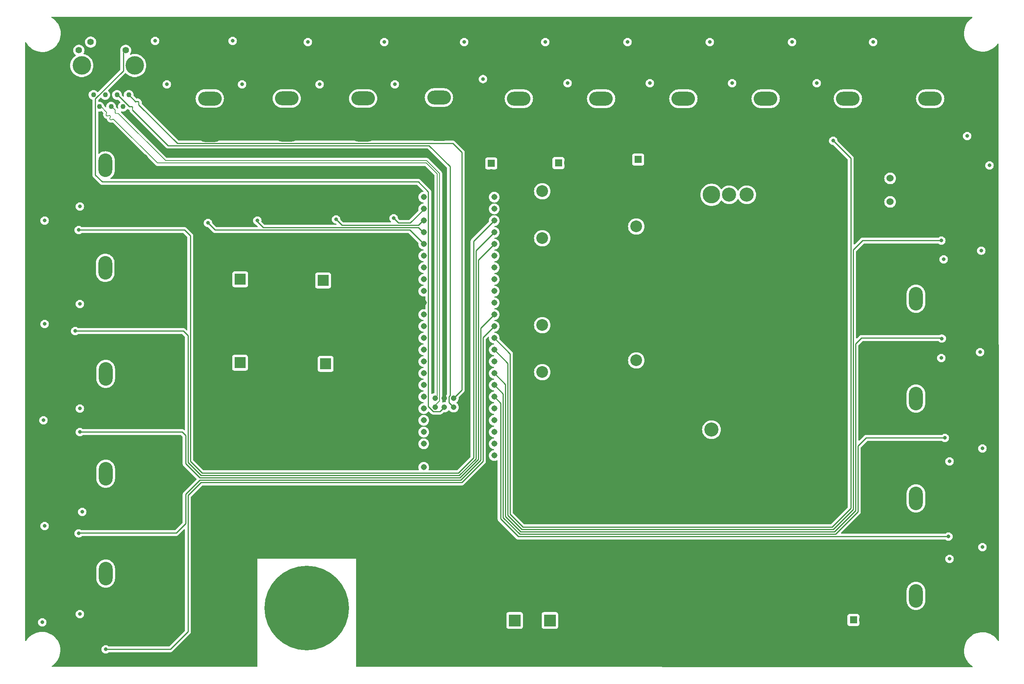
<source format=gbr>
%TF.GenerationSoftware,KiCad,Pcbnew,7.0.7*%
%TF.CreationDate,2023-11-10T12:57:53-06:00*%
%TF.ProjectId,PowerBoard_2024,506f7765-7242-46f6-9172-645f32303234,rev?*%
%TF.SameCoordinates,Original*%
%TF.FileFunction,Copper,L3,Inr*%
%TF.FilePolarity,Positive*%
%FSLAX46Y46*%
G04 Gerber Fmt 4.6, Leading zero omitted, Abs format (unit mm)*
G04 Created by KiCad (PCBNEW 7.0.7) date 2023-11-10 12:57:53*
%MOMM*%
%LPD*%
G01*
G04 APERTURE LIST*
%TA.AperFunction,ComponentPad*%
%ADD10R,2.400000X2.400000*%
%TD*%
%TA.AperFunction,ComponentPad*%
%ADD11C,2.400000*%
%TD*%
%TA.AperFunction,ComponentPad*%
%ADD12R,1.600000X1.600000*%
%TD*%
%TA.AperFunction,ComponentPad*%
%ADD13C,1.600000*%
%TD*%
%TA.AperFunction,ComponentPad*%
%ADD14C,3.048000*%
%TD*%
%TA.AperFunction,ComponentPad*%
%ADD15C,3.810000*%
%TD*%
%TA.AperFunction,ComponentPad*%
%ADD16R,2.600000X2.600000*%
%TD*%
%TA.AperFunction,ComponentPad*%
%ADD17O,2.600000X2.600000*%
%TD*%
%TA.AperFunction,ComponentPad*%
%ADD18C,2.540000*%
%TD*%
%TA.AperFunction,ComponentPad*%
%ADD19C,18.288000*%
%TD*%
%TA.AperFunction,ComponentPad*%
%ADD20C,1.100000*%
%TD*%
%TA.AperFunction,ComponentPad*%
%ADD21C,1.400000*%
%TD*%
%TA.AperFunction,ComponentPad*%
%ADD22C,4.000000*%
%TD*%
%TA.AperFunction,ComponentPad*%
%ADD23C,2.000000*%
%TD*%
%TA.AperFunction,ComponentPad*%
%ADD24C,1.524000*%
%TD*%
%TA.AperFunction,ComponentPad*%
%ADD25C,1.308000*%
%TD*%
%TA.AperFunction,ComponentPad*%
%ADD26C,1.208000*%
%TD*%
%TA.AperFunction,ComponentPad*%
%ADD27O,5.100000X3.000000*%
%TD*%
%TA.AperFunction,ComponentPad*%
%ADD28O,3.000000X5.100000*%
%TD*%
%TA.AperFunction,ViaPad*%
%ADD29C,0.800000*%
%TD*%
%TA.AperFunction,Conductor*%
%ADD30C,0.250000*%
%TD*%
%TA.AperFunction,Conductor*%
%ADD31C,0.254000*%
%TD*%
%TA.AperFunction,Conductor*%
%ADD32C,0.200000*%
%TD*%
G04 APERTURE END LIST*
D10*
%TO.N,PV*%
%TO.C,C1*%
X212972000Y-157480000D03*
D11*
%TO.N,GND*%
X220472000Y-157480000D03*
%TD*%
D12*
%TO.N,PV*%
%TO.C,C2*%
X345500888Y-231140000D03*
D13*
%TO.N,GND*%
X347500888Y-231140000D03*
%TD*%
D12*
%TO.N,+24V*%
%TO.C,C48*%
X267208000Y-132394888D03*
D13*
%TO.N,GND*%
X267208000Y-134394888D03*
%TD*%
D14*
%TO.N,PV*%
%TO.C,VR1*%
X314833000Y-189992000D03*
%TO.N,GND*%
X322453000Y-189992000D03*
X330073000Y-189992000D03*
D15*
X330073000Y-139192000D03*
D14*
X326263000Y-139192000D03*
%TO.N,unconnected-(VR1-TRIM-Pad6)*%
X322453000Y-139192000D03*
%TO.N,+12V*%
X318643000Y-139192000D03*
D15*
X314833000Y-139192000D03*
%TD*%
D16*
%TO.N,PV*%
%TO.C,D1*%
X272288000Y-231247000D03*
D17*
%TO.N,GND*%
X272288000Y-236327000D03*
%TD*%
D18*
%TO.N,GND*%
%TO.C,U20*%
X298577000Y-187706000D03*
X298577000Y-180086000D03*
%TO.N,PV*%
X298577000Y-175006000D03*
%TO.N,+24V*%
X278257000Y-167386000D03*
%TO.N,unconnected-(U20-Trim-Pad5)*%
X278257000Y-177546000D03*
%TO.N,GND*%
X278257000Y-187706000D03*
%TD*%
D19*
%TO.N,PV*%
%TO.C,V2*%
X227330000Y-228600000D03*
%TD*%
D12*
%TO.N,+12V*%
%TO.C,C8*%
X298958000Y-131572000D03*
D13*
%TO.N,GND*%
X296458000Y-131572000D03*
%TD*%
D19*
%TO.N,GND*%
%TO.C,V1*%
X325628000Y-228346000D03*
%TD*%
D10*
%TO.N,PV*%
%TO.C,C3*%
X231437246Y-175768000D03*
D11*
%TO.N,GND*%
X238937246Y-175768000D03*
%TD*%
D20*
%TO.N,TX+*%
%TO.C,J1*%
X188874000Y-117590000D03*
%TO.N,Net-(C39-Pad2)*%
X187604000Y-120130000D03*
%TO.N,TX-*%
X186334000Y-117590000D03*
%TO.N,RX+*%
X185064000Y-120130000D03*
%TO.N,Net-(C39-Pad2)*%
X183794000Y-117590000D03*
%TO.N,RX-*%
X182524000Y-120130000D03*
%TO.N,unconnected-(J1-Pad7)*%
X181254000Y-117590000D03*
%TO.N,GND*%
X179984000Y-120130000D03*
D21*
X190754000Y-106160000D03*
%TO.N,LED*%
X188214000Y-107950000D03*
%TO.N,unconnected-(J1-Pad11)*%
X180644000Y-106160000D03*
%TO.N,unconnected-(J1-Pad12)*%
X178104000Y-107950000D03*
D22*
%TO.N,N/C*%
X190144000Y-111240000D03*
X178714000Y-111240000D03*
D23*
%TO.N,GND*%
X192304000Y-114290000D03*
X176554000Y-114290000D03*
%TD*%
D24*
%TO.N,PV*%
%TO.C,U1*%
X353441000Y-140716000D03*
%TO.N,GND*%
X353441000Y-138176000D03*
%TO.N,+3V3*%
X353441000Y-135636000D03*
%TD*%
D10*
%TO.N,PV*%
%TO.C,C7*%
X212928754Y-175514000D03*
D11*
%TO.N,GND*%
X220428754Y-175514000D03*
%TD*%
D12*
%TO.N,Switch_3 24V*%
%TO.C,C10*%
X281746888Y-132334000D03*
D13*
%TO.N,GND*%
X283746888Y-132334000D03*
%TD*%
D18*
%TO.N,GND*%
%TO.C,U22*%
X298577000Y-158750000D03*
X298577000Y-151130000D03*
%TO.N,PV*%
X298577000Y-146050000D03*
%TO.N,Switch_3 24V*%
X278257000Y-138430000D03*
%TO.N,unconnected-(U22-Trim-Pad5)*%
X278257000Y-148590000D03*
%TO.N,GND*%
X278257000Y-158750000D03*
%TD*%
D10*
%TO.N,PV*%
%TO.C,C5*%
X230886000Y-157734000D03*
D11*
%TO.N,GND*%
X238386000Y-157734000D03*
%TD*%
D16*
%TO.N,PV*%
%TO.C,D2*%
X279908000Y-231247000D03*
D17*
%TO.N,GND*%
X279908000Y-236327000D03*
%TD*%
D25*
%TO.N,unconnected-(U15-RX1-Pad0)*%
%TO.C,U15*%
X267870000Y-195580000D03*
%TO.N,unconnected-(U15-TX1-Pad1)*%
X267870000Y-193040000D03*
%TO.N,unconnected-(U15-OUT2-Pad2)*%
X267870000Y-190500000D03*
%TO.N,unconnected-(U15-LRCLK2-Pad3)*%
X267870000Y-187960000D03*
%TO.N,+3V3*%
X267870000Y-162560000D03*
X252630000Y-193040000D03*
%TO.N,unconnected-(U15-BCLK2-Pad4)*%
X267870000Y-185420000D03*
%TO.N,CTL_M4*%
X267870000Y-182880000D03*
%TO.N,CTL_M5*%
X267870000Y-180340000D03*
%TO.N,CTL_M6*%
X267870000Y-177800000D03*
%TO.N,unconnected-(U15-TX2-Pad8)*%
X267870000Y-175260000D03*
%TO.N,CTL_MS*%
X267870000Y-172720000D03*
%TO.N,CTL_Cam*%
X267870000Y-170180000D03*
%TO.N,CTL_M3*%
X267870000Y-167640000D03*
%TO.N,CTL_M2*%
X267870000Y-165100000D03*
%TO.N,unconnected-(U15-SCK-Pad13)*%
X252630000Y-165100000D03*
%TO.N,CS_POE*%
X252630000Y-167640000D03*
%TO.N,CS_Net Switch_3*%
X252630000Y-170180000D03*
%TO.N,CS_Net Switch_2*%
X252630000Y-172720000D03*
%TO.N,CS_Net Switch_1*%
X252630000Y-175260000D03*
%TO.N,CS_Cam*%
X252630000Y-177800000D03*
%TO.N,CS_HC_Spare*%
X252630000Y-180340000D03*
%TO.N,CS_Aux*%
X252630000Y-182880000D03*
%TO.N,CS_M1*%
X252630000Y-185420000D03*
%TO.N,CS_M2*%
X252630000Y-187960000D03*
%TO.N,CS_M3*%
X252630000Y-190500000D03*
%TO.N,CS_M4*%
X267870000Y-160020000D03*
%TO.N,CS_M5*%
X267870000Y-157480000D03*
%TO.N,CS_M6*%
X267870000Y-154940000D03*
%TO.N,CS_MS*%
X267870000Y-152400000D03*
%TO.N,CTL_M1*%
X267870000Y-149860000D03*
%TO.N,CTL_Aux*%
X267870000Y-147320000D03*
%TO.N,CTL_HC_Spare*%
X267870000Y-144780000D03*
%TO.N,unconnected-(U15-CTX3-Pad31)*%
X267870000Y-142240000D03*
%TO.N,unconnected-(U15-OUT1B-Pad32)*%
X267870000Y-139700000D03*
%TO.N,unconnected-(U15-MCLK2-Pad33)*%
X252630000Y-139700000D03*
%TO.N,CTL_RouterPi*%
X252630000Y-142240000D03*
%TO.N,CTL_DiffGPS*%
X252630000Y-144780000D03*
%TO.N,CTL_Core*%
X252630000Y-147320000D03*
%TO.N,CTL_LC_Spare*%
X252630000Y-149860000D03*
%TO.N,CS_LC_Spare*%
X252630000Y-152400000D03*
%TO.N,CS_Core*%
X252630000Y-154940000D03*
%TO.N,CS_DiffGPS*%
X252630000Y-157480000D03*
%TO.N,CS_RouterPi*%
X252630000Y-160020000D03*
%TO.N,GND*%
X267870000Y-198120000D03*
X252630000Y-162560000D03*
X252630000Y-195580000D03*
D26*
X257080000Y-183150000D03*
%TO.N,LED*%
X257080000Y-185150000D03*
%TO.N,RX+*%
X255080000Y-185150000D03*
%TO.N,RX-*%
X255080000Y-183150000D03*
%TO.N,TX+*%
X259080000Y-183150000D03*
%TO.N,TX-*%
X259080000Y-185150000D03*
D25*
%TO.N,unconnected-(U15-PadVIN)*%
X252630000Y-198120000D03*
%TD*%
D27*
%TO.N,GND*%
%TO.C,Conn18*%
X308745700Y-126287500D03*
%TO.N,Net Switch_2*%
X308745700Y-118413500D03*
%TD*%
D28*
%TO.N,GND*%
%TO.C,Conn4*%
X351132000Y-225945700D03*
%TO.N,M4*%
X359006000Y-225945700D03*
%TD*%
%TO.N,GND*%
%TO.C,Conn3*%
X191772500Y-221094300D03*
%TO.N,M3*%
X183898500Y-221094300D03*
%TD*%
D27*
%TO.N,GND*%
%TO.C,Conn19*%
X290965700Y-126287500D03*
%TO.N,Net Switch_3*%
X290965700Y-118413500D03*
%TD*%
D28*
%TO.N,GND*%
%TO.C,Conn9*%
X191677000Y-155006000D03*
%TO.N,Aux*%
X183803000Y-155006000D03*
%TD*%
D27*
%TO.N,GND*%
%TO.C,Conn10*%
X344305700Y-126287500D03*
%TO.N,Cam*%
X344305700Y-118413500D03*
%TD*%
%TO.N,GND*%
%TO.C,Conn17*%
X326525700Y-126287500D03*
%TO.N,Net Switch_1*%
X326525700Y-118413500D03*
%TD*%
D28*
%TO.N,GND*%
%TO.C,Conn6*%
X351132000Y-183273700D03*
%TO.N,M6*%
X359006000Y-183273700D03*
%TD*%
%TO.N,GND*%
%TO.C,Conn8*%
X191706500Y-132832300D03*
%TO.N,HC_Spare*%
X183832500Y-132832300D03*
%TD*%
%TO.N,GND*%
%TO.C,Conn1*%
X191772500Y-177914300D03*
%TO.N,M1*%
X183898500Y-177914300D03*
%TD*%
D27*
%TO.N,GND*%
%TO.C,Conn16*%
X273185700Y-126287500D03*
%TO.N,POE*%
X273185700Y-118413500D03*
%TD*%
D28*
%TO.N,GND*%
%TO.C,Conn7*%
X351132000Y-161683700D03*
%TO.N,MS*%
X359006000Y-161683700D03*
%TD*%
D27*
%TO.N,GND*%
%TO.C,Conn12*%
X255917700Y-126033500D03*
%TO.N,RouterPi*%
X255917700Y-118159500D03*
%TD*%
%TO.N,GND*%
%TO.C,Conn14*%
X239522000Y-126238000D03*
%TO.N,DiffGPS*%
X239522000Y-118364000D03*
%TD*%
%TO.N,GND*%
%TO.C,Conn15*%
X206387700Y-126259500D03*
%TO.N,LC_Spare*%
X206387700Y-118385500D03*
%TD*%
D28*
%TO.N,GND*%
%TO.C,Conn2*%
X191772500Y-199504300D03*
%TO.N,M2*%
X183898500Y-199504300D03*
%TD*%
D27*
%TO.N,GND*%
%TO.C,Conn13*%
X223024700Y-126238000D03*
%TO.N,Core*%
X223024700Y-118364000D03*
%TD*%
D28*
%TO.N,GND*%
%TO.C,Conn5*%
X351132000Y-204863700D03*
%TO.N,M5*%
X359006000Y-204863700D03*
%TD*%
D27*
%TO.N,GND*%
%TO.C,Conn11*%
X362085700Y-126287500D03*
%TO.N,12V_Spare*%
X362085700Y-118413500D03*
%TD*%
D29*
%TO.N,GND*%
X219964000Y-142748000D03*
X249682000Y-142494000D03*
X237236000Y-142748000D03*
X209471500Y-143002000D03*
%TO.N,+3V3*%
X170180000Y-231648000D03*
X373380000Y-194056000D03*
X170688000Y-210820000D03*
X374904000Y-132842000D03*
X349758000Y-106172000D03*
X261366000Y-106172000D03*
X332232000Y-106172000D03*
X370078000Y-126492000D03*
X370078000Y-126492000D03*
X194564000Y-105918000D03*
X244094000Y-106172000D03*
X373380000Y-215392000D03*
X227584000Y-106172000D03*
X373126000Y-151283500D03*
X170688000Y-144780000D03*
X170688000Y-167132000D03*
X211328000Y-105918000D03*
X314452000Y-106172000D03*
X372872000Y-173228000D03*
X278892000Y-106172000D03*
X296672000Y-106172000D03*
X170434000Y-187960000D03*
%TO.N,CTL_Cam*%
X341122000Y-127508000D03*
%TO.N,CTL_M1*%
X178308000Y-190500000D03*
%TO.N,CTL_HC_Spare*%
X178054000Y-146812000D03*
%TO.N,CTL_DiffGPS*%
X233680000Y-144526000D03*
%TO.N,CTL_LC_Spare*%
X205994000Y-145288000D03*
%TO.N,CTL_M2*%
X178054000Y-212410000D03*
%TO.N,CTL_Aux*%
X177292000Y-168656000D03*
%TO.N,CTL_Core*%
X216662000Y-144780000D03*
%TO.N,CTL_RouterPi*%
X246126000Y-144272000D03*
%TO.N,CTL_M3*%
X183896000Y-237490000D03*
%TO.N,CTL_MS*%
X364493500Y-149098000D03*
%TO.N,CTL_M4*%
X366036000Y-213106000D03*
%TO.N,CTL_M6*%
X364590500Y-170283500D03*
%TO.N,CTL_M5*%
X365252000Y-191770000D03*
%TO.N,CS_Cam*%
X337566000Y-115062000D03*
%TO.N,CS_M1*%
X178308000Y-185420000D03*
%TO.N,CS_HC_Spare*%
X178308000Y-141732000D03*
%TO.N,CS_DiffGPS*%
X230124000Y-115316000D03*
%TO.N,CS_LC_Spare*%
X197104000Y-115316000D03*
%TO.N,CS_M2*%
X178816000Y-207772000D03*
%TO.N,CS_Aux*%
X178308000Y-162814000D03*
%TO.N,CS_Core*%
X213360000Y-115316000D03*
%TO.N,CS_RouterPi*%
X246380000Y-115316000D03*
%TO.N,CS_M3*%
X178308000Y-229870000D03*
%TO.N,CS_MS*%
X364998000Y-153162000D03*
%TO.N,CS_M4*%
X366268000Y-217932000D03*
%TO.N,CS_Net Switch_3*%
X283718000Y-115062000D03*
%TO.N,CS_M5*%
X366268000Y-196850000D03*
%TO.N,CS_M6*%
X364490000Y-174498000D03*
%TO.N,CS_Net Switch_1*%
X319278000Y-115062000D03*
%TO.N,CS_Net Switch_2*%
X301498000Y-115062000D03*
%TO.N,CS_POE*%
X265430000Y-114173000D03*
%TD*%
D30*
%TO.N,LED*%
X256151000Y-186079000D02*
X254695195Y-186079000D01*
X257080000Y-185150000D02*
X256151000Y-186079000D01*
X183134000Y-136398000D02*
X181649000Y-134913000D01*
X253609000Y-184992805D02*
X253609000Y-138547000D01*
X187706000Y-112375437D02*
X187706000Y-108458000D01*
X253609000Y-138547000D02*
X251460000Y-136398000D01*
X254695195Y-186079000D02*
X253609000Y-184992805D01*
X251460000Y-136398000D02*
X183134000Y-136398000D01*
X187706000Y-108458000D02*
X188214000Y-107950000D01*
X181649000Y-118432437D02*
X187706000Y-112375437D01*
X181649000Y-134913000D02*
X181649000Y-118432437D01*
D31*
%TO.N,TX+*%
X260858000Y-181372000D02*
X259080000Y-183150000D01*
X188874000Y-117590000D02*
X190328000Y-119044000D01*
X190900603Y-119043999D02*
X191038565Y-119181961D01*
X191038565Y-119754566D02*
X191176528Y-119892528D01*
X191176528Y-119892528D02*
X199370500Y-128086500D01*
X191038565Y-119468263D02*
X191038565Y-119468264D01*
X258896500Y-128086500D02*
X260858000Y-130048000D01*
X260858000Y-130048000D02*
X260858000Y-181372000D01*
X199370500Y-128086500D02*
X258896500Y-128086500D01*
X190900603Y-119043999D02*
G75*
G03*
X190614301Y-119043999I-143151J-143151D01*
G01*
X191038553Y-119468251D02*
G75*
G03*
X191038565Y-119181961I-143153J143151D01*
G01*
X191038550Y-119468249D02*
G75*
G03*
X191038565Y-119754566I143150J-143151D01*
G01*
X190328051Y-119043949D02*
G75*
G03*
X190614300Y-119043998I143149J143049D01*
G01*
%TO.N,TX-*%
X258064000Y-184134000D02*
X259080000Y-185150000D01*
X197374500Y-128540500D02*
X253762500Y-128540500D01*
X258318000Y-182595367D02*
X258064000Y-182849367D01*
X186334000Y-117590000D02*
X186424000Y-117590000D01*
X189824528Y-120990528D02*
X197374500Y-128540500D01*
X189698091Y-120864092D02*
X189824528Y-120990528D01*
X189571655Y-120141999D02*
X189698091Y-120268435D01*
X258318000Y-133096000D02*
X258318000Y-182595367D01*
X189698091Y-120566263D02*
X189698091Y-120566264D01*
X258064000Y-182849367D02*
X258064000Y-184134000D01*
X253762500Y-128540500D02*
X258318000Y-133096000D01*
X186424000Y-117590000D02*
X188976000Y-120142000D01*
X189698113Y-120566286D02*
G75*
G03*
X189698091Y-120864092I148887J-148914D01*
G01*
X188975988Y-120142012D02*
G75*
G03*
X189273826Y-120141998I148912J148912D01*
G01*
X189698042Y-120566214D02*
G75*
G03*
X189698091Y-120268435I-148842J148914D01*
G01*
X189571654Y-120142000D02*
G75*
G03*
X189273828Y-120142000I-148913J-148914D01*
G01*
D32*
%TO.N,RX+*%
X185154000Y-120130000D02*
X185928000Y-120904000D01*
X185064000Y-120130000D02*
X185154000Y-120130000D01*
X186626198Y-121602197D02*
X186776528Y-121752528D01*
X196850000Y-131826000D02*
X253238000Y-131826000D01*
X256032000Y-183769000D02*
X255080000Y-184721000D01*
X186352263Y-121602197D02*
X186352264Y-121602197D01*
X186776528Y-121752528D02*
X196850000Y-131826000D01*
X185927999Y-121177935D02*
X185928000Y-121177934D01*
X256032000Y-134620000D02*
X256032000Y-183769000D01*
X185928000Y-121451868D02*
X186078329Y-121602197D01*
X255080000Y-184721000D02*
X255080000Y-185150000D01*
X253238000Y-131826000D02*
X256032000Y-134620000D01*
X185928032Y-121177968D02*
G75*
G03*
X185928000Y-120904000I-137032J136968D01*
G01*
X186626197Y-121602198D02*
G75*
G03*
X186352265Y-121602198I-136966J-136965D01*
G01*
X185927999Y-121177933D02*
G75*
G03*
X185928000Y-121451868I137001J-136967D01*
G01*
X186078330Y-121602196D02*
G75*
G03*
X186352262Y-121602196I136966J136965D01*
G01*
%TO.N,RX-*%
X182868000Y-120130000D02*
X184023000Y-121285000D01*
X184838434Y-122493763D02*
X184838435Y-122493762D01*
X184023000Y-122067342D02*
X184056092Y-122100434D01*
X184838434Y-122100434D02*
X184838435Y-122100434D01*
X184023000Y-122067341D02*
X184023000Y-122067342D01*
X255524000Y-182706000D02*
X255080000Y-183150000D01*
X195072000Y-132334000D02*
X253180314Y-132334000D01*
X185656027Y-122918025D02*
X185686963Y-122948962D01*
X185686963Y-122948962D02*
X195072000Y-132334000D01*
X184838435Y-122887090D02*
X184869370Y-122918025D01*
X182524000Y-120130000D02*
X182868000Y-120130000D01*
X185262698Y-122918025D02*
X185262699Y-122918025D01*
X184022999Y-121676171D02*
X184023000Y-121676171D01*
X255524000Y-134677686D02*
X255524000Y-182706000D01*
X253180314Y-132334000D02*
X255524000Y-134677686D01*
X184838435Y-122493764D02*
G75*
G03*
X184838434Y-122100435I-196635J196664D01*
G01*
X184056092Y-122100434D02*
G75*
G03*
X184447264Y-122100434I195586J195587D01*
G01*
X184838433Y-122100435D02*
G75*
G03*
X184447265Y-122100435I-195584J-195584D01*
G01*
X184023044Y-121676215D02*
G75*
G03*
X184023000Y-122067341I195556J-195585D01*
G01*
X184869371Y-122918024D02*
G75*
G03*
X185262697Y-122918024I196663J196663D01*
G01*
X184838410Y-122493737D02*
G75*
G03*
X184838436Y-122887089I196690J-196663D01*
G01*
X185656026Y-122918026D02*
G75*
G03*
X185262700Y-122918026I-196663J-196663D01*
G01*
X184023014Y-121676186D02*
G75*
G03*
X184023000Y-121285000I-195614J195586D01*
G01*
D31*
%TO.N,CTL_Cam*%
X340868000Y-211074000D02*
X344932000Y-207010000D01*
X344932000Y-131318000D02*
X341122000Y-127508000D01*
X274066000Y-211074000D02*
X340868000Y-211074000D01*
X344932000Y-207010000D02*
X344932000Y-131318000D01*
X271272000Y-173582000D02*
X271272000Y-208280000D01*
X267870000Y-170180000D02*
X271272000Y-173582000D01*
X271272000Y-208280000D02*
X274066000Y-211074000D01*
%TO.N,CTL_M1*%
X260424078Y-200406000D02*
X264414000Y-196416078D01*
X201168000Y-197358000D02*
X204216000Y-200406000D01*
X264414000Y-196416078D02*
X264414000Y-153316000D01*
X178308000Y-190500000D02*
X200406000Y-190500000D01*
X200406000Y-190500000D02*
X201168000Y-191262000D01*
X264414000Y-153316000D02*
X267870000Y-149860000D01*
X204216000Y-200406000D02*
X260424078Y-200406000D01*
X201168000Y-191262000D02*
X201168000Y-197358000D01*
%TO.N,CTL_HC_Spare*%
X204724000Y-199390000D02*
X260096000Y-199390000D01*
X202184000Y-148082000D02*
X202184000Y-196850000D01*
X200914000Y-146812000D02*
X202184000Y-148082000D01*
X263398000Y-196088000D02*
X263398000Y-149252000D01*
X263398000Y-149252000D02*
X267870000Y-144780000D01*
X260096000Y-199390000D02*
X263398000Y-196088000D01*
X202184000Y-196850000D02*
X204724000Y-199390000D01*
X178054000Y-146812000D02*
X200914000Y-146812000D01*
%TO.N,CTL_DiffGPS*%
X252630000Y-144780000D02*
X252476000Y-144780000D01*
X251460000Y-145796000D02*
X234950000Y-145796000D01*
X234950000Y-145796000D02*
X233680000Y-144526000D01*
X252476000Y-144780000D02*
X251460000Y-145796000D01*
%TO.N,CTL_LC_Spare*%
X207518000Y-146812000D02*
X205994000Y-145288000D01*
X249582000Y-146812000D02*
X252630000Y-149860000D01*
X207518000Y-146812000D02*
X249582000Y-146812000D01*
%TO.N,CTL_M2*%
X264922000Y-168048000D02*
X267870000Y-165100000D01*
X199136000Y-212344000D02*
X201168000Y-210312000D01*
X178054000Y-212410000D02*
X178120000Y-212344000D01*
X201168000Y-210312000D02*
X201168000Y-203962000D01*
X178120000Y-212344000D02*
X199136000Y-212344000D01*
X264922000Y-196596000D02*
X264922000Y-168048000D01*
X204216000Y-200914000D02*
X260604000Y-200914000D01*
X201168000Y-203962000D02*
X204216000Y-200914000D01*
X260604000Y-200914000D02*
X264922000Y-196596000D01*
%TO.N,CTL_Aux*%
X260290026Y-199898000D02*
X263906000Y-196282026D01*
X200660000Y-168656000D02*
X201676000Y-169672000D01*
X263906000Y-151284000D02*
X267870000Y-147320000D01*
X201676000Y-169672000D02*
X201676000Y-197104000D01*
X201676000Y-197104000D02*
X204470000Y-199898000D01*
X204470000Y-199898000D02*
X260290026Y-199898000D01*
X263906000Y-196282026D02*
X263906000Y-151284000D01*
X177292000Y-168656000D02*
X200660000Y-168656000D01*
%TO.N,CTL_Core*%
X252630000Y-147320000D02*
X252476000Y-147320000D01*
X251460000Y-146304000D02*
X217932000Y-146304000D01*
X252476000Y-147320000D02*
X251460000Y-146304000D01*
X217932000Y-146304000D02*
X216662000Y-145034000D01*
X216662000Y-145034000D02*
X216662000Y-144780000D01*
%TO.N,CTL_RouterPi*%
X246126000Y-144272000D02*
X247142000Y-145288000D01*
X252630000Y-142340000D02*
X252630000Y-142240000D01*
X247142000Y-145288000D02*
X249682000Y-145288000D01*
X249682000Y-145288000D02*
X252630000Y-142340000D01*
%TO.N,CTL_M3*%
X260858000Y-201422000D02*
X265430000Y-196850000D01*
X265430000Y-170080000D02*
X267870000Y-167640000D01*
X204470000Y-201422000D02*
X260858000Y-201422000D01*
X197866000Y-237490000D02*
X201676000Y-233680000D01*
X183896000Y-237490000D02*
X197866000Y-237490000D01*
X201676000Y-204216000D02*
X204470000Y-201422000D01*
X201676000Y-233680000D02*
X201676000Y-204216000D01*
X265430000Y-196850000D02*
X265430000Y-170080000D01*
%TO.N,CTL_MS*%
X341122000Y-211582000D02*
X273812000Y-211582000D01*
X345440000Y-207264000D02*
X341122000Y-211582000D01*
X364493500Y-149098000D02*
X347472000Y-149098000D01*
X270764000Y-208534000D02*
X270764000Y-175614000D01*
X347472000Y-149098000D02*
X345440000Y-151130000D01*
X270764000Y-175614000D02*
X267870000Y-172720000D01*
X273812000Y-211582000D02*
X270764000Y-208534000D01*
X345440000Y-151130000D02*
X345440000Y-207264000D01*
%TO.N,CTL_M4*%
X273050000Y-213106000D02*
X269240000Y-209296000D01*
X269240000Y-209296000D02*
X269240000Y-184250000D01*
X269240000Y-184250000D02*
X267870000Y-182880000D01*
X366036000Y-213106000D02*
X273050000Y-213106000D01*
%TO.N,CTL_M6*%
X270256000Y-208788000D02*
X270256000Y-180186000D01*
X345948000Y-171450000D02*
X345948000Y-207518000D01*
X270256000Y-180186000D02*
X267870000Y-177800000D01*
X364590500Y-170283500D02*
X364487000Y-170180000D01*
X341376000Y-212090000D02*
X273558000Y-212090000D01*
X347218000Y-170180000D02*
X345948000Y-171450000D01*
X273558000Y-212090000D02*
X270256000Y-208788000D01*
X345948000Y-207518000D02*
X341376000Y-212090000D01*
X364487000Y-170180000D02*
X347218000Y-170180000D01*
%TO.N,CTL_M5*%
X341630000Y-212598000D02*
X273371026Y-212598000D01*
X348234000Y-191770000D02*
X346456000Y-193548000D01*
X269748000Y-208974974D02*
X269748000Y-182218000D01*
X269748000Y-182218000D02*
X267870000Y-180340000D01*
X346456000Y-193548000D02*
X346456000Y-207772000D01*
X365252000Y-191770000D02*
X348234000Y-191770000D01*
X273371026Y-212598000D02*
X269748000Y-208974974D01*
X346456000Y-207772000D02*
X341630000Y-212598000D01*
%TD*%
%TA.AperFunction,Conductor*%
%TO.N,GND*%
G36*
X188651842Y-120684979D02*
G01*
X188727927Y-120735816D01*
X188880461Y-120798994D01*
X188933205Y-120809483D01*
X188995116Y-120841865D01*
X189029693Y-120902579D01*
X189030637Y-120906919D01*
X189041111Y-120959597D01*
X189041114Y-120959606D01*
X189104278Y-121112125D01*
X189104285Y-121112138D01*
X189195990Y-121249401D01*
X189196033Y-121249454D01*
X189254356Y-121307776D01*
X189310949Y-121364377D01*
X189311013Y-121364433D01*
X189363664Y-121417084D01*
X196872124Y-128925543D01*
X196881971Y-128937833D01*
X196882189Y-128937654D01*
X196887157Y-128943660D01*
X196937757Y-128991177D01*
X196958701Y-129012120D01*
X196958707Y-129012126D01*
X196964197Y-129016383D01*
X196968648Y-129020184D01*
X197002735Y-129052195D01*
X197002737Y-129052196D01*
X197020367Y-129061887D01*
X197036635Y-129072572D01*
X197052538Y-129084908D01*
X197095445Y-129103475D01*
X197100681Y-129106039D01*
X197125589Y-129119733D01*
X197141658Y-129128568D01*
X197141660Y-129128569D01*
X197141666Y-129128572D01*
X197160740Y-129133469D01*
X197161160Y-129133577D01*
X197179564Y-129139877D01*
X197198042Y-129147874D01*
X197241538Y-129154762D01*
X197244224Y-129155188D01*
X197249929Y-129156369D01*
X197295228Y-129168000D01*
X197315358Y-129168000D01*
X197334757Y-129169527D01*
X197354633Y-129172675D01*
X197397279Y-129168643D01*
X197401179Y-129168275D01*
X197407017Y-129168000D01*
X253451219Y-129168000D01*
X253518258Y-129187685D01*
X253538900Y-129204319D01*
X257654181Y-133319599D01*
X257687666Y-133380922D01*
X257690500Y-133407280D01*
X257690500Y-182281345D01*
X257670815Y-182348384D01*
X257656891Y-182366230D01*
X257613322Y-182412625D01*
X257592375Y-182433572D01*
X257588106Y-182439076D01*
X257584315Y-182443514D01*
X257552308Y-182477597D01*
X257552305Y-182477601D01*
X257542606Y-182495244D01*
X257531928Y-182511500D01*
X257519594Y-182527401D01*
X257519589Y-182527409D01*
X257501025Y-182570310D01*
X257498454Y-182575558D01*
X257475927Y-182616534D01*
X257470920Y-182636035D01*
X257464621Y-182654431D01*
X257459205Y-182666949D01*
X257456625Y-182672911D01*
X257456624Y-182672913D01*
X257449312Y-182719083D01*
X257448127Y-182724805D01*
X257436500Y-182770090D01*
X257436500Y-182790225D01*
X257434973Y-182809624D01*
X257431825Y-182829498D01*
X257431824Y-182829501D01*
X257436224Y-182876045D01*
X257436499Y-182881882D01*
X257436500Y-183943681D01*
X257416816Y-184010720D01*
X257364012Y-184056475D01*
X257294853Y-184066419D01*
X257289716Y-184065570D01*
X257228918Y-184054205D01*
X257182347Y-184045500D01*
X256977653Y-184045500D01*
X256870287Y-184065570D01*
X256776432Y-184083114D01*
X256770923Y-184084682D01*
X256770383Y-184082786D01*
X256709561Y-184087892D01*
X256647830Y-184055166D01*
X256613591Y-183994261D01*
X256617142Y-183934203D01*
X256614940Y-183933613D01*
X256617042Y-183925765D01*
X256617044Y-183925762D01*
X256632500Y-183808361D01*
X256637682Y-183769000D01*
X256633028Y-183733652D01*
X256632499Y-183725587D01*
X256632499Y-134663411D01*
X256633028Y-134655347D01*
X256637682Y-134620000D01*
X256617044Y-134463238D01*
X256585850Y-134387929D01*
X256556538Y-134317163D01*
X256556538Y-134317162D01*
X256556536Y-134317159D01*
X256484450Y-134223215D01*
X256472366Y-134207466D01*
X256460283Y-134191718D01*
X256432009Y-134170023D01*
X256425912Y-134164677D01*
X253693328Y-131432092D01*
X253687974Y-131425988D01*
X253666286Y-131397722D01*
X253666283Y-131397720D01*
X253666282Y-131397718D01*
X253540841Y-131301464D01*
X253468791Y-131271620D01*
X253394762Y-131240956D01*
X253394760Y-131240955D01*
X253277361Y-131225500D01*
X253238000Y-131220318D01*
X253202670Y-131224969D01*
X253194572Y-131225500D01*
X197150097Y-131225500D01*
X197083058Y-131205815D01*
X197062416Y-131189181D01*
X187232027Y-121358791D01*
X187198542Y-121297468D01*
X187203526Y-121227776D01*
X187245398Y-121171843D01*
X187310862Y-121147426D01*
X187355699Y-121152448D01*
X187398066Y-121165300D01*
X187604000Y-121185583D01*
X187809934Y-121165300D01*
X188007954Y-121105232D01*
X188190450Y-121007685D01*
X188350410Y-120876410D01*
X188465792Y-120735816D01*
X188485549Y-120711742D01*
X188487179Y-120713079D01*
X188533424Y-120674405D01*
X188602746Y-120665673D01*
X188651842Y-120684979D01*
G37*
%TD.AperFunction*%
%TA.AperFunction,Conductor*%
G36*
X183031179Y-121142414D02*
G01*
X183354565Y-121465800D01*
X183388050Y-121527123D01*
X183383066Y-121596815D01*
X183381443Y-121600938D01*
X183375254Y-121615875D01*
X183375253Y-121615880D01*
X183341531Y-121785319D01*
X183341511Y-121958080D01*
X183341512Y-121958084D01*
X183375194Y-122127526D01*
X183441286Y-122287146D01*
X183441287Y-122287148D01*
X183537245Y-122430803D01*
X183567641Y-122461208D01*
X183572988Y-122467305D01*
X183594719Y-122495625D01*
X183622954Y-122517290D01*
X183629065Y-122522650D01*
X183652451Y-122546043D01*
X183652581Y-122546158D01*
X183692556Y-122586134D01*
X183692560Y-122586137D01*
X183836209Y-122682121D01*
X183836222Y-122682128D01*
X183931989Y-122721795D01*
X183995838Y-122748242D01*
X184075869Y-122764160D01*
X184137777Y-122796544D01*
X184172352Y-122857259D01*
X184173291Y-122861576D01*
X184190238Y-122946739D01*
X184190238Y-122946741D01*
X184190239Y-122946745D01*
X184190240Y-122946746D01*
X184256484Y-123106644D01*
X184352649Y-123250546D01*
X184396401Y-123294292D01*
X184396404Y-123294297D01*
X184420026Y-123317917D01*
X184503329Y-123401222D01*
X184503338Y-123401228D01*
X184505938Y-123403828D01*
X184505945Y-123403834D01*
X184649848Y-123499986D01*
X184649849Y-123499986D01*
X184649850Y-123499987D01*
X184809749Y-123566220D01*
X184979492Y-123599984D01*
X184979495Y-123599985D01*
X184979497Y-123599985D01*
X185152573Y-123599985D01*
X185152574Y-123599984D01*
X185322319Y-123566220D01*
X185339578Y-123559070D01*
X185409046Y-123551599D01*
X185471526Y-123582872D01*
X185474715Y-123585949D01*
X194616669Y-132727904D01*
X194622020Y-132734005D01*
X194643718Y-132762282D01*
X194713459Y-132815796D01*
X194769159Y-132858536D01*
X194915238Y-132919044D01*
X194993618Y-132929362D01*
X195071999Y-132939682D01*
X195072000Y-132939682D01*
X195107329Y-132935030D01*
X195115428Y-132934500D01*
X252880217Y-132934500D01*
X252947256Y-132954185D01*
X252967898Y-132970819D01*
X254887181Y-134890102D01*
X254920666Y-134951425D01*
X254923500Y-134977783D01*
X254923500Y-181952654D01*
X254903815Y-182019693D01*
X254851011Y-182065448D01*
X254822286Y-182074542D01*
X254776455Y-182083109D01*
X254776446Y-182083111D01*
X254776444Y-182083112D01*
X254655739Y-182129873D01*
X254585575Y-182157055D01*
X254585569Y-182157057D01*
X254423776Y-182257236D01*
X254356416Y-182275791D01*
X254289716Y-182254983D01*
X254244855Y-182201418D01*
X254234499Y-182151809D01*
X254234499Y-160562252D01*
X254234499Y-138629732D01*
X254236225Y-138614123D01*
X254235939Y-138614096D01*
X254236671Y-138606340D01*
X254236673Y-138606333D01*
X254234500Y-138537185D01*
X254234500Y-138507650D01*
X254233631Y-138500772D01*
X254233172Y-138494943D01*
X254231709Y-138448372D01*
X254226122Y-138429144D01*
X254222174Y-138410084D01*
X254219663Y-138390204D01*
X254202512Y-138346887D01*
X254200619Y-138341358D01*
X254187618Y-138296609D01*
X254187616Y-138296606D01*
X254177423Y-138279371D01*
X254168861Y-138261894D01*
X254161487Y-138243270D01*
X254161486Y-138243268D01*
X254134079Y-138205545D01*
X254130888Y-138200686D01*
X254107172Y-138160583D01*
X254107165Y-138160574D01*
X254093006Y-138146415D01*
X254080368Y-138131619D01*
X254068594Y-138115413D01*
X254032688Y-138085709D01*
X254028376Y-138081786D01*
X251960803Y-136014212D01*
X251950980Y-136001950D01*
X251950759Y-136002134D01*
X251945786Y-135996123D01*
X251895364Y-135948773D01*
X251884919Y-135938328D01*
X251874475Y-135927883D01*
X251868986Y-135923625D01*
X251864561Y-135919847D01*
X251830582Y-135887938D01*
X251830580Y-135887936D01*
X251830577Y-135887935D01*
X251813029Y-135878288D01*
X251796763Y-135867604D01*
X251780936Y-135855327D01*
X251780935Y-135855326D01*
X251780933Y-135855325D01*
X251738168Y-135836818D01*
X251732922Y-135834248D01*
X251692093Y-135811803D01*
X251692092Y-135811802D01*
X251672693Y-135806822D01*
X251654281Y-135800518D01*
X251635898Y-135792562D01*
X251635892Y-135792560D01*
X251589874Y-135785272D01*
X251584152Y-135784087D01*
X251539021Y-135772500D01*
X251539019Y-135772500D01*
X251518984Y-135772500D01*
X251499586Y-135770973D01*
X251492162Y-135769797D01*
X251479805Y-135767840D01*
X251479804Y-135767840D01*
X251433416Y-135772225D01*
X251427578Y-135772500D01*
X185018234Y-135772500D01*
X184951195Y-135752815D01*
X184905440Y-135700011D01*
X184895496Y-135630853D01*
X184924521Y-135567297D01*
X184943924Y-135549233D01*
X185145887Y-135398045D01*
X185145887Y-135398044D01*
X185145895Y-135398039D01*
X185348239Y-135195695D01*
X185519726Y-134966615D01*
X185656867Y-134715461D01*
X185756869Y-134447346D01*
X185773982Y-134368677D01*
X185817695Y-134167733D01*
X185817695Y-134167732D01*
X185817696Y-134167728D01*
X185833000Y-133953748D01*
X185833000Y-131710852D01*
X185817696Y-131496872D01*
X185815636Y-131487404D01*
X185756871Y-131217262D01*
X185756870Y-131217260D01*
X185756869Y-131217254D01*
X185656867Y-130949139D01*
X185646601Y-130930339D01*
X185519729Y-130697990D01*
X185519724Y-130697982D01*
X185348245Y-130468912D01*
X185348229Y-130468894D01*
X185145905Y-130266570D01*
X185145887Y-130266554D01*
X184916817Y-130095075D01*
X184916809Y-130095070D01*
X184665666Y-129957935D01*
X184665667Y-129957935D01*
X184485427Y-129890709D01*
X184397546Y-129857931D01*
X184397543Y-129857930D01*
X184397537Y-129857928D01*
X184117933Y-129797104D01*
X183832501Y-129776690D01*
X183832499Y-129776690D01*
X183547066Y-129797104D01*
X183267462Y-129857928D01*
X182999333Y-129957935D01*
X182748190Y-130095070D01*
X182748182Y-130095075D01*
X182519112Y-130266554D01*
X182519094Y-130266570D01*
X182486181Y-130299484D01*
X182424858Y-130332969D01*
X182355166Y-130327985D01*
X182299233Y-130286113D01*
X182274816Y-130220649D01*
X182274500Y-130211803D01*
X182274500Y-121297822D01*
X182294185Y-121230783D01*
X182346989Y-121185028D01*
X182410653Y-121174419D01*
X182524000Y-121185583D01*
X182729934Y-121165300D01*
X182907505Y-121111434D01*
X182977369Y-121110811D01*
X183031179Y-121142414D01*
G37*
%TD.AperFunction*%
%TA.AperFunction,Conductor*%
G36*
X371080279Y-100728446D02*
G01*
X371147313Y-100748144D01*
X371193057Y-100800958D01*
X371202986Y-100870118D01*
X371173948Y-100933668D01*
X371144915Y-100958251D01*
X371136026Y-100963683D01*
X371136013Y-100963692D01*
X370819846Y-101203180D01*
X370819843Y-101203182D01*
X370529084Y-101472968D01*
X370266636Y-101770359D01*
X370035110Y-102092393D01*
X370035097Y-102092413D01*
X369836787Y-102435896D01*
X369673653Y-102797437D01*
X369547330Y-103173419D01*
X369459070Y-103560111D01*
X369409749Y-103953681D01*
X369399861Y-104350173D01*
X369399861Y-104350187D01*
X369429501Y-104745711D01*
X369429502Y-104745724D01*
X369498379Y-105136339D01*
X369605801Y-105518137D01*
X369605805Y-105518151D01*
X369750706Y-105887353D01*
X369750711Y-105887365D01*
X369931657Y-106240314D01*
X369931662Y-106240323D01*
X370146857Y-106573509D01*
X370363274Y-106844888D01*
X370394166Y-106883625D01*
X370671094Y-107167544D01*
X370671104Y-107167554D01*
X370974947Y-107422508D01*
X371302665Y-107645942D01*
X371651001Y-107835636D01*
X372016494Y-107989704D01*
X372016503Y-107989706D01*
X372016509Y-107989709D01*
X372395506Y-108106614D01*
X372395519Y-108106617D01*
X372716649Y-108171535D01*
X372784285Y-108185208D01*
X373122571Y-108219058D01*
X373178951Y-108224700D01*
X373178952Y-108224700D01*
X373476374Y-108224700D01*
X373674401Y-108214816D01*
X373773416Y-108209875D01*
X374165624Y-108150759D01*
X374549997Y-108052886D01*
X374922716Y-107917228D01*
X375280074Y-107745133D01*
X375288602Y-107739922D01*
X375618517Y-107538315D01*
X375618516Y-107538315D01*
X375618522Y-107538312D01*
X375934695Y-107298820D01*
X376225452Y-107029037D01*
X376487902Y-106731645D01*
X376627628Y-106537297D01*
X376682741Y-106494360D01*
X376752323Y-106488033D01*
X376814280Y-106520330D01*
X376848941Y-106580997D01*
X376852305Y-106609597D01*
X376943445Y-235542561D01*
X376923808Y-235609615D01*
X376871036Y-235655407D01*
X376801885Y-235665399D01*
X376738309Y-235636419D01*
X376715286Y-235609930D01*
X376607685Y-235443331D01*
X376360385Y-235133226D01*
X376360382Y-235133223D01*
X376360375Y-235133214D01*
X376083447Y-234849295D01*
X376083444Y-234849292D01*
X376083443Y-234849291D01*
X376083438Y-234849286D01*
X375779595Y-234594332D01*
X375667824Y-234518128D01*
X375451876Y-234370897D01*
X375335764Y-234307666D01*
X375103541Y-234181204D01*
X375103533Y-234181200D01*
X375103530Y-234181199D01*
X374738048Y-234027136D01*
X374738032Y-234027130D01*
X374359035Y-233910225D01*
X374359022Y-233910222D01*
X373970271Y-233831634D01*
X373970250Y-233831631D01*
X373575591Y-233792140D01*
X373575590Y-233792140D01*
X373278170Y-233792140D01*
X373278168Y-233792140D01*
X372981126Y-233806964D01*
X372588918Y-233866081D01*
X372204543Y-233963954D01*
X371831820Y-234099614D01*
X371474462Y-234271709D01*
X371136024Y-234478524D01*
X371136013Y-234478532D01*
X370819846Y-234718020D01*
X370819843Y-234718022D01*
X370529084Y-234987808D01*
X370266636Y-235285199D01*
X370035110Y-235607233D01*
X370035097Y-235607253D01*
X369836787Y-235950736D01*
X369673653Y-236312277D01*
X369547330Y-236688259D01*
X369459070Y-237074951D01*
X369409749Y-237468521D01*
X369399861Y-237865013D01*
X369399861Y-237865027D01*
X369429501Y-238260551D01*
X369429502Y-238260564D01*
X369498379Y-238651179D01*
X369605801Y-239032977D01*
X369605805Y-239032991D01*
X369750706Y-239402193D01*
X369750711Y-239402205D01*
X369931657Y-239755154D01*
X369931662Y-239755163D01*
X370146857Y-240088349D01*
X370212195Y-240170280D01*
X370394166Y-240398465D01*
X370671094Y-240682384D01*
X370671104Y-240682394D01*
X370974947Y-240937348D01*
X371180423Y-241077439D01*
X371224893Y-241107758D01*
X371269195Y-241161787D01*
X371277254Y-241231190D01*
X371246511Y-241293933D01*
X371186727Y-241330095D01*
X371155009Y-241334212D01*
X238121968Y-241299729D01*
X238054934Y-241280027D01*
X238009192Y-241227211D01*
X237998000Y-241175729D01*
X237998000Y-232594870D01*
X270487500Y-232594870D01*
X270487501Y-232594876D01*
X270493908Y-232654483D01*
X270544202Y-232789328D01*
X270544206Y-232789335D01*
X270630452Y-232904544D01*
X270630455Y-232904547D01*
X270745664Y-232990793D01*
X270745671Y-232990797D01*
X270880517Y-233041091D01*
X270880516Y-233041091D01*
X270887444Y-233041835D01*
X270940127Y-233047500D01*
X273635872Y-233047499D01*
X273695483Y-233041091D01*
X273830331Y-232990796D01*
X273945546Y-232904546D01*
X274031796Y-232789331D01*
X274082091Y-232654483D01*
X274088500Y-232594873D01*
X274088500Y-232594870D01*
X278107500Y-232594870D01*
X278107501Y-232594876D01*
X278113908Y-232654483D01*
X278164202Y-232789328D01*
X278164206Y-232789335D01*
X278250452Y-232904544D01*
X278250455Y-232904547D01*
X278365664Y-232990793D01*
X278365671Y-232990797D01*
X278500517Y-233041091D01*
X278500516Y-233041091D01*
X278507444Y-233041835D01*
X278560127Y-233047500D01*
X281255872Y-233047499D01*
X281315483Y-233041091D01*
X281450331Y-232990796D01*
X281565546Y-232904546D01*
X281651796Y-232789331D01*
X281702091Y-232654483D01*
X281708500Y-232594873D01*
X281708500Y-231987870D01*
X344200388Y-231987870D01*
X344200389Y-231987876D01*
X344206796Y-232047483D01*
X344257090Y-232182328D01*
X344257094Y-232182335D01*
X344343340Y-232297544D01*
X344343343Y-232297547D01*
X344458552Y-232383793D01*
X344458559Y-232383797D01*
X344593405Y-232434091D01*
X344593404Y-232434091D01*
X344600332Y-232434835D01*
X344653015Y-232440500D01*
X346348760Y-232440499D01*
X346408371Y-232434091D01*
X346543219Y-232383796D01*
X346658434Y-232297546D01*
X346744684Y-232182331D01*
X346794979Y-232047483D01*
X346801388Y-231987873D01*
X346801387Y-230292128D01*
X346794979Y-230232517D01*
X346744684Y-230097669D01*
X346744683Y-230097668D01*
X346744681Y-230097664D01*
X346658435Y-229982455D01*
X346658432Y-229982452D01*
X346543223Y-229896206D01*
X346543216Y-229896202D01*
X346408370Y-229845908D01*
X346408371Y-229845908D01*
X346348771Y-229839501D01*
X346348769Y-229839500D01*
X346348761Y-229839500D01*
X346348752Y-229839500D01*
X344653017Y-229839500D01*
X344653011Y-229839501D01*
X344593404Y-229845908D01*
X344458559Y-229896202D01*
X344458552Y-229896206D01*
X344343343Y-229982452D01*
X344343340Y-229982455D01*
X344257094Y-230097664D01*
X344257090Y-230097671D01*
X344206796Y-230232517D01*
X344200389Y-230292116D01*
X344200389Y-230292123D01*
X344200388Y-230292135D01*
X344200388Y-231987870D01*
X281708500Y-231987870D01*
X281708499Y-229899128D01*
X281702091Y-229839517D01*
X281651796Y-229704669D01*
X281651795Y-229704668D01*
X281651793Y-229704664D01*
X281565547Y-229589455D01*
X281565544Y-229589452D01*
X281450335Y-229503206D01*
X281450328Y-229503202D01*
X281315482Y-229452908D01*
X281315483Y-229452908D01*
X281255883Y-229446501D01*
X281255881Y-229446500D01*
X281255873Y-229446500D01*
X281255864Y-229446500D01*
X278560129Y-229446500D01*
X278560123Y-229446501D01*
X278500516Y-229452908D01*
X278365671Y-229503202D01*
X278365664Y-229503206D01*
X278250455Y-229589452D01*
X278250452Y-229589455D01*
X278164206Y-229704664D01*
X278164202Y-229704671D01*
X278113908Y-229839517D01*
X278107814Y-229896202D01*
X278107501Y-229899123D01*
X278107500Y-229899135D01*
X278107500Y-232594870D01*
X274088500Y-232594870D01*
X274088499Y-229899128D01*
X274082091Y-229839517D01*
X274031796Y-229704669D01*
X274031795Y-229704668D01*
X274031793Y-229704664D01*
X273945547Y-229589455D01*
X273945544Y-229589452D01*
X273830335Y-229503206D01*
X273830328Y-229503202D01*
X273695482Y-229452908D01*
X273695483Y-229452908D01*
X273635883Y-229446501D01*
X273635881Y-229446500D01*
X273635873Y-229446500D01*
X273635864Y-229446500D01*
X270940129Y-229446500D01*
X270940123Y-229446501D01*
X270880516Y-229452908D01*
X270745671Y-229503202D01*
X270745664Y-229503206D01*
X270630455Y-229589452D01*
X270630452Y-229589455D01*
X270544206Y-229704664D01*
X270544202Y-229704671D01*
X270493908Y-229839517D01*
X270487814Y-229896202D01*
X270487501Y-229899123D01*
X270487500Y-229899135D01*
X270487500Y-232594870D01*
X237998000Y-232594870D01*
X237998000Y-227067148D01*
X357005500Y-227067148D01*
X357020804Y-227281133D01*
X357081628Y-227560737D01*
X357181635Y-227828866D01*
X357318770Y-228080009D01*
X357318775Y-228080017D01*
X357490254Y-228309087D01*
X357490270Y-228309105D01*
X357692594Y-228511429D01*
X357692612Y-228511445D01*
X357921682Y-228682924D01*
X357921690Y-228682929D01*
X358172833Y-228820064D01*
X358172832Y-228820064D01*
X358172836Y-228820065D01*
X358172839Y-228820067D01*
X358440954Y-228920069D01*
X358440960Y-228920070D01*
X358440962Y-228920071D01*
X358720566Y-228980895D01*
X358720568Y-228980895D01*
X358720572Y-228980896D01*
X358974220Y-228999037D01*
X359005999Y-229001310D01*
X359006000Y-229001310D01*
X359006001Y-229001310D01*
X359034595Y-228999264D01*
X359291428Y-228980896D01*
X359571046Y-228920069D01*
X359839161Y-228820067D01*
X360090315Y-228682926D01*
X360319395Y-228511439D01*
X360521739Y-228309095D01*
X360693226Y-228080015D01*
X360830367Y-227828861D01*
X360930369Y-227560746D01*
X360991196Y-227281128D01*
X361006500Y-227067148D01*
X361006500Y-224824252D01*
X360991196Y-224610272D01*
X360930369Y-224330654D01*
X360830367Y-224062539D01*
X360704225Y-223831529D01*
X360693229Y-223811390D01*
X360693224Y-223811382D01*
X360521745Y-223582312D01*
X360521729Y-223582294D01*
X360319405Y-223379970D01*
X360319387Y-223379954D01*
X360090317Y-223208475D01*
X360090309Y-223208470D01*
X359839166Y-223071335D01*
X359839167Y-223071335D01*
X359731915Y-223031332D01*
X359571046Y-222971331D01*
X359571043Y-222971330D01*
X359571037Y-222971328D01*
X359291433Y-222910504D01*
X359006001Y-222890090D01*
X359005999Y-222890090D01*
X358720566Y-222910504D01*
X358440962Y-222971328D01*
X358172833Y-223071335D01*
X357921690Y-223208470D01*
X357921682Y-223208475D01*
X357692612Y-223379954D01*
X357692594Y-223379970D01*
X357490270Y-223582294D01*
X357490254Y-223582312D01*
X357318775Y-223811382D01*
X357318770Y-223811390D01*
X357181635Y-224062533D01*
X357081628Y-224330662D01*
X357020804Y-224610266D01*
X357005500Y-224824252D01*
X357005500Y-227067148D01*
X237998000Y-227067148D01*
X237998000Y-217932000D01*
X365362540Y-217932000D01*
X365382326Y-218120256D01*
X365382327Y-218120259D01*
X365440818Y-218300277D01*
X365440821Y-218300284D01*
X365535467Y-218464216D01*
X365593404Y-218528561D01*
X365662129Y-218604888D01*
X365815265Y-218716148D01*
X365815270Y-218716151D01*
X365988192Y-218793142D01*
X365988197Y-218793144D01*
X366173354Y-218832500D01*
X366173355Y-218832500D01*
X366362644Y-218832500D01*
X366362646Y-218832500D01*
X366547803Y-218793144D01*
X366720730Y-218716151D01*
X366873871Y-218604888D01*
X367000533Y-218464216D01*
X367095179Y-218300284D01*
X367153674Y-218120256D01*
X367173460Y-217932000D01*
X367153674Y-217743744D01*
X367095179Y-217563716D01*
X367000533Y-217399784D01*
X366873871Y-217259112D01*
X366873870Y-217259111D01*
X366720734Y-217147851D01*
X366720729Y-217147848D01*
X366547807Y-217070857D01*
X366547802Y-217070855D01*
X366402000Y-217039865D01*
X366362646Y-217031500D01*
X366173354Y-217031500D01*
X366140897Y-217038398D01*
X365988197Y-217070855D01*
X365988192Y-217070857D01*
X365815270Y-217147848D01*
X365815265Y-217147851D01*
X365662129Y-217259111D01*
X365535466Y-217399785D01*
X365440821Y-217563715D01*
X365440818Y-217563722D01*
X365382327Y-217743740D01*
X365382326Y-217743744D01*
X365362540Y-217932000D01*
X237998000Y-217932000D01*
X216662000Y-217932000D01*
X216662000Y-241170134D01*
X216642315Y-241237173D01*
X216589511Y-241282928D01*
X216537968Y-241294134D01*
X172295693Y-241282666D01*
X172228659Y-241262964D01*
X172182917Y-241210148D01*
X172172992Y-241140987D01*
X172202033Y-241077439D01*
X172231068Y-241052858D01*
X172355268Y-240976961D01*
X172355273Y-240976957D01*
X172355282Y-240976952D01*
X172671455Y-240737460D01*
X172962212Y-240467677D01*
X173224662Y-240170285D01*
X173456197Y-239848240D01*
X173654516Y-239504741D01*
X173817648Y-239143203D01*
X173943972Y-238767218D01*
X174032232Y-238380525D01*
X174081552Y-237986965D01*
X174088614Y-237703779D01*
X174091440Y-237590466D01*
X174091440Y-237590450D01*
X174061800Y-237194920D01*
X173992924Y-236804308D01*
X173965222Y-236705851D01*
X173885500Y-236422502D01*
X173885496Y-236422488D01*
X173740595Y-236053286D01*
X173740590Y-236053274D01*
X173719603Y-236012338D01*
X173559640Y-235700317D01*
X173344445Y-235367131D01*
X173097145Y-235057026D01*
X173097142Y-235057023D01*
X173097135Y-235057014D01*
X172820207Y-234773095D01*
X172820204Y-234773092D01*
X172820203Y-234773091D01*
X172820198Y-234773086D01*
X172516355Y-234518132D01*
X172443644Y-234468558D01*
X172188636Y-234294697D01*
X172072524Y-234231466D01*
X171840301Y-234105004D01*
X171840293Y-234105000D01*
X171840290Y-234104999D01*
X171474808Y-233950936D01*
X171474792Y-233950930D01*
X171095795Y-233834025D01*
X171095782Y-233834022D01*
X170707031Y-233755434D01*
X170707010Y-233755431D01*
X170312351Y-233715940D01*
X170312350Y-233715940D01*
X170014930Y-233715940D01*
X170014928Y-233715940D01*
X169717886Y-233730764D01*
X169325678Y-233789881D01*
X168941303Y-233887754D01*
X168568580Y-234023414D01*
X168211222Y-234195509D01*
X167872784Y-234402324D01*
X167872773Y-234402332D01*
X167556606Y-234641820D01*
X167556603Y-234641822D01*
X167265844Y-234911608D01*
X167003396Y-235208999D01*
X166771870Y-235531033D01*
X166771857Y-235531053D01*
X166720129Y-235620649D01*
X166669562Y-235668865D01*
X166600955Y-235682088D01*
X166536090Y-235656120D01*
X166495562Y-235599205D01*
X166488742Y-235558694D01*
X166488219Y-234104999D01*
X166487336Y-231648000D01*
X169274540Y-231648000D01*
X169294326Y-231836256D01*
X169294327Y-231836259D01*
X169352818Y-232016277D01*
X169352821Y-232016284D01*
X169447467Y-232180216D01*
X169553110Y-232297544D01*
X169574129Y-232320888D01*
X169727265Y-232432148D01*
X169727270Y-232432151D01*
X169900192Y-232509142D01*
X169900197Y-232509144D01*
X170085354Y-232548500D01*
X170085355Y-232548500D01*
X170274644Y-232548500D01*
X170274646Y-232548500D01*
X170459803Y-232509144D01*
X170632730Y-232432151D01*
X170785871Y-232320888D01*
X170912533Y-232180216D01*
X171007179Y-232016284D01*
X171065674Y-231836256D01*
X171085460Y-231648000D01*
X171065674Y-231459744D01*
X171007179Y-231279716D01*
X170912533Y-231115784D01*
X170785871Y-230975112D01*
X170785870Y-230975111D01*
X170632734Y-230863851D01*
X170632729Y-230863848D01*
X170459807Y-230786857D01*
X170459802Y-230786855D01*
X170314001Y-230755865D01*
X170274646Y-230747500D01*
X170085354Y-230747500D01*
X170052897Y-230754398D01*
X169900197Y-230786855D01*
X169900192Y-230786857D01*
X169727270Y-230863848D01*
X169727265Y-230863851D01*
X169574129Y-230975111D01*
X169447466Y-231115785D01*
X169352821Y-231279715D01*
X169352818Y-231279722D01*
X169294327Y-231459740D01*
X169294326Y-231459744D01*
X169274540Y-231648000D01*
X166487336Y-231648000D01*
X166486697Y-229870000D01*
X177402540Y-229870000D01*
X177422326Y-230058256D01*
X177422327Y-230058259D01*
X177480818Y-230238277D01*
X177480821Y-230238284D01*
X177575467Y-230402216D01*
X177702128Y-230542888D01*
X177702129Y-230542888D01*
X177855265Y-230654148D01*
X177855270Y-230654151D01*
X178028192Y-230731142D01*
X178028197Y-230731144D01*
X178213354Y-230770500D01*
X178213355Y-230770500D01*
X178402644Y-230770500D01*
X178402646Y-230770500D01*
X178587803Y-230731144D01*
X178760730Y-230654151D01*
X178913871Y-230542888D01*
X179040533Y-230402216D01*
X179135179Y-230238284D01*
X179193674Y-230058256D01*
X179213460Y-229870000D01*
X179193674Y-229681744D01*
X179135663Y-229503206D01*
X179135181Y-229501722D01*
X179135180Y-229501721D01*
X179135179Y-229501716D01*
X179040533Y-229337784D01*
X178913871Y-229197112D01*
X178913870Y-229197111D01*
X178760734Y-229085851D01*
X178760729Y-229085848D01*
X178587807Y-229008857D01*
X178587802Y-229008855D01*
X178442001Y-228977865D01*
X178402646Y-228969500D01*
X178213354Y-228969500D01*
X178180897Y-228976398D01*
X178028197Y-229008855D01*
X178028192Y-229008857D01*
X177855270Y-229085848D01*
X177855265Y-229085851D01*
X177702129Y-229197111D01*
X177575466Y-229337785D01*
X177480821Y-229501715D01*
X177480818Y-229501722D01*
X177422327Y-229681740D01*
X177422326Y-229681744D01*
X177402540Y-229870000D01*
X166486697Y-229870000D01*
X166483945Y-222215748D01*
X181898000Y-222215748D01*
X181913304Y-222429733D01*
X181974128Y-222709337D01*
X182074135Y-222977466D01*
X182211270Y-223228609D01*
X182211275Y-223228617D01*
X182382754Y-223457687D01*
X182382770Y-223457705D01*
X182585094Y-223660029D01*
X182585112Y-223660045D01*
X182814182Y-223831524D01*
X182814190Y-223831529D01*
X183065333Y-223968664D01*
X183065332Y-223968664D01*
X183065336Y-223968665D01*
X183065339Y-223968667D01*
X183333454Y-224068669D01*
X183333460Y-224068670D01*
X183333462Y-224068671D01*
X183613066Y-224129495D01*
X183613068Y-224129495D01*
X183613072Y-224129496D01*
X183866720Y-224147637D01*
X183898499Y-224149910D01*
X183898500Y-224149910D01*
X183898501Y-224149910D01*
X183927095Y-224147864D01*
X184183928Y-224129496D01*
X184463546Y-224068669D01*
X184731661Y-223968667D01*
X184982815Y-223831526D01*
X185211895Y-223660039D01*
X185414239Y-223457695D01*
X185585726Y-223228615D01*
X185722867Y-222977461D01*
X185822869Y-222709346D01*
X185883696Y-222429728D01*
X185899000Y-222215748D01*
X185899000Y-219972852D01*
X185883696Y-219758872D01*
X185822869Y-219479254D01*
X185722867Y-219211139D01*
X185585726Y-218959985D01*
X185585724Y-218959982D01*
X185414245Y-218730912D01*
X185414229Y-218730894D01*
X185211905Y-218528570D01*
X185211887Y-218528554D01*
X184982817Y-218357075D01*
X184982809Y-218357070D01*
X184731666Y-218219935D01*
X184731667Y-218219935D01*
X184624414Y-218179932D01*
X184463546Y-218119931D01*
X184463543Y-218119930D01*
X184463537Y-218119928D01*
X184183933Y-218059104D01*
X183898501Y-218038690D01*
X183898499Y-218038690D01*
X183613066Y-218059104D01*
X183333462Y-218119928D01*
X183065333Y-218219935D01*
X182814190Y-218357070D01*
X182814182Y-218357075D01*
X182585112Y-218528554D01*
X182585094Y-218528570D01*
X182382770Y-218730894D01*
X182382754Y-218730912D01*
X182211275Y-218959982D01*
X182211270Y-218959990D01*
X182074135Y-219211133D01*
X181974128Y-219479262D01*
X181913304Y-219758866D01*
X181898000Y-219972852D01*
X181898000Y-222215748D01*
X166483945Y-222215748D01*
X166479849Y-210820000D01*
X169782540Y-210820000D01*
X169802326Y-211008256D01*
X169802327Y-211008259D01*
X169860818Y-211188277D01*
X169860821Y-211188284D01*
X169955467Y-211352216D01*
X170082128Y-211492887D01*
X170082129Y-211492888D01*
X170235265Y-211604148D01*
X170235270Y-211604151D01*
X170408192Y-211681142D01*
X170408197Y-211681144D01*
X170593354Y-211720500D01*
X170593355Y-211720500D01*
X170782644Y-211720500D01*
X170782646Y-211720500D01*
X170967803Y-211681144D01*
X171140730Y-211604151D01*
X171293871Y-211492888D01*
X171420533Y-211352216D01*
X171515179Y-211188284D01*
X171573674Y-211008256D01*
X171593460Y-210820000D01*
X171573674Y-210631744D01*
X171515179Y-210451716D01*
X171420533Y-210287784D01*
X171293871Y-210147112D01*
X171293870Y-210147111D01*
X171140734Y-210035851D01*
X171140729Y-210035848D01*
X170967807Y-209958857D01*
X170967802Y-209958855D01*
X170822001Y-209927865D01*
X170782646Y-209919500D01*
X170593354Y-209919500D01*
X170560897Y-209926398D01*
X170408197Y-209958855D01*
X170408192Y-209958857D01*
X170235270Y-210035848D01*
X170235265Y-210035851D01*
X170082129Y-210147111D01*
X169955466Y-210287785D01*
X169860821Y-210451715D01*
X169860818Y-210451722D01*
X169802327Y-210631740D01*
X169802326Y-210631744D01*
X169782540Y-210820000D01*
X166479849Y-210820000D01*
X166478753Y-207772000D01*
X177910540Y-207772000D01*
X177930326Y-207960256D01*
X177930327Y-207960259D01*
X177988818Y-208140277D01*
X177988821Y-208140284D01*
X178083467Y-208304216D01*
X178210129Y-208444888D01*
X178363265Y-208556148D01*
X178363270Y-208556151D01*
X178536192Y-208633142D01*
X178536197Y-208633144D01*
X178721354Y-208672500D01*
X178721355Y-208672500D01*
X178910644Y-208672500D01*
X178910646Y-208672500D01*
X179095803Y-208633144D01*
X179268730Y-208556151D01*
X179421871Y-208444888D01*
X179548533Y-208304216D01*
X179643179Y-208140284D01*
X179701674Y-207960256D01*
X179721460Y-207772000D01*
X179701674Y-207583744D01*
X179643179Y-207403716D01*
X179548533Y-207239784D01*
X179421871Y-207099112D01*
X179421870Y-207099111D01*
X179268734Y-206987851D01*
X179268729Y-206987848D01*
X179095807Y-206910857D01*
X179095802Y-206910855D01*
X178950000Y-206879865D01*
X178910646Y-206871500D01*
X178721354Y-206871500D01*
X178688897Y-206878398D01*
X178536197Y-206910855D01*
X178536192Y-206910857D01*
X178363270Y-206987848D01*
X178363265Y-206987851D01*
X178210129Y-207099111D01*
X178083466Y-207239785D01*
X177988821Y-207403715D01*
X177988818Y-207403722D01*
X177930327Y-207583740D01*
X177930326Y-207583744D01*
X177910540Y-207772000D01*
X166478753Y-207772000D01*
X166476184Y-200625748D01*
X181898000Y-200625748D01*
X181913304Y-200839733D01*
X181974128Y-201119337D01*
X182074135Y-201387466D01*
X182211270Y-201638609D01*
X182211275Y-201638617D01*
X182382754Y-201867687D01*
X182382770Y-201867705D01*
X182585094Y-202070029D01*
X182585112Y-202070045D01*
X182814182Y-202241524D01*
X182814190Y-202241529D01*
X183065333Y-202378664D01*
X183065332Y-202378664D01*
X183065336Y-202378665D01*
X183065339Y-202378667D01*
X183333454Y-202478669D01*
X183333460Y-202478670D01*
X183333462Y-202478671D01*
X183613066Y-202539495D01*
X183613068Y-202539495D01*
X183613072Y-202539496D01*
X183866720Y-202557637D01*
X183898499Y-202559910D01*
X183898500Y-202559910D01*
X183898501Y-202559910D01*
X183927095Y-202557864D01*
X184183928Y-202539496D01*
X184364055Y-202500312D01*
X184463537Y-202478671D01*
X184463537Y-202478670D01*
X184463546Y-202478669D01*
X184731661Y-202378667D01*
X184982815Y-202241526D01*
X185211895Y-202070039D01*
X185414239Y-201867695D01*
X185585726Y-201638615D01*
X185722867Y-201387461D01*
X185822869Y-201119346D01*
X185883696Y-200839728D01*
X185899000Y-200625748D01*
X185899000Y-198382852D01*
X185883696Y-198168872D01*
X185873064Y-198119999D01*
X185822871Y-197889262D01*
X185822870Y-197889260D01*
X185822869Y-197889254D01*
X185722867Y-197621139D01*
X185716341Y-197609188D01*
X185585729Y-197369990D01*
X185585724Y-197369982D01*
X185414245Y-197140912D01*
X185414229Y-197140894D01*
X185211905Y-196938570D01*
X185211887Y-196938554D01*
X184982817Y-196767075D01*
X184982809Y-196767070D01*
X184731666Y-196629935D01*
X184731667Y-196629935D01*
X184589182Y-196576791D01*
X184463546Y-196529931D01*
X184463543Y-196529930D01*
X184463537Y-196529928D01*
X184183933Y-196469104D01*
X183898501Y-196448690D01*
X183898499Y-196448690D01*
X183613066Y-196469104D01*
X183333462Y-196529928D01*
X183065333Y-196629935D01*
X182814190Y-196767070D01*
X182814182Y-196767075D01*
X182585112Y-196938554D01*
X182585094Y-196938570D01*
X182382770Y-197140894D01*
X182382754Y-197140912D01*
X182211275Y-197369982D01*
X182211270Y-197369990D01*
X182074135Y-197621133D01*
X181974128Y-197889262D01*
X181913304Y-198168866D01*
X181898000Y-198382852D01*
X181898000Y-200625748D01*
X166476184Y-200625748D01*
X166471631Y-187960000D01*
X169528540Y-187960000D01*
X169548326Y-188148256D01*
X169548327Y-188148259D01*
X169606818Y-188328277D01*
X169606821Y-188328284D01*
X169701467Y-188492216D01*
X169828129Y-188632888D01*
X169981265Y-188744148D01*
X169981270Y-188744151D01*
X170154192Y-188821142D01*
X170154197Y-188821144D01*
X170339354Y-188860500D01*
X170339355Y-188860500D01*
X170528644Y-188860500D01*
X170528646Y-188860500D01*
X170713803Y-188821144D01*
X170886730Y-188744151D01*
X171039871Y-188632888D01*
X171166533Y-188492216D01*
X171261179Y-188328284D01*
X171319674Y-188148256D01*
X171339460Y-187960000D01*
X171319674Y-187771744D01*
X171261179Y-187591716D01*
X171166533Y-187427784D01*
X171039871Y-187287112D01*
X171039870Y-187287111D01*
X170886734Y-187175851D01*
X170886729Y-187175848D01*
X170713807Y-187098857D01*
X170713802Y-187098855D01*
X170568000Y-187067865D01*
X170528646Y-187059500D01*
X170339354Y-187059500D01*
X170306897Y-187066398D01*
X170154197Y-187098855D01*
X170154192Y-187098857D01*
X169981270Y-187175848D01*
X169981265Y-187175851D01*
X169828129Y-187287111D01*
X169701466Y-187427785D01*
X169606821Y-187591715D01*
X169606818Y-187591722D01*
X169556382Y-187746949D01*
X169548326Y-187771744D01*
X169528540Y-187960000D01*
X166471631Y-187960000D01*
X166470718Y-185420000D01*
X177402540Y-185420000D01*
X177422326Y-185608256D01*
X177422327Y-185608259D01*
X177480818Y-185788277D01*
X177480821Y-185788284D01*
X177575467Y-185952216D01*
X177650173Y-186035185D01*
X177702129Y-186092888D01*
X177855265Y-186204148D01*
X177855270Y-186204151D01*
X178028192Y-186281142D01*
X178028197Y-186281144D01*
X178213354Y-186320500D01*
X178213355Y-186320500D01*
X178402644Y-186320500D01*
X178402646Y-186320500D01*
X178587803Y-186281144D01*
X178760730Y-186204151D01*
X178913871Y-186092888D01*
X179040533Y-185952216D01*
X179135179Y-185788284D01*
X179193674Y-185608256D01*
X179213460Y-185420000D01*
X179193674Y-185231744D01*
X179135179Y-185051716D01*
X179040533Y-184887784D01*
X178913871Y-184747112D01*
X178913870Y-184747111D01*
X178760734Y-184635851D01*
X178760729Y-184635848D01*
X178587807Y-184558857D01*
X178587802Y-184558855D01*
X178442001Y-184527865D01*
X178402646Y-184519500D01*
X178213354Y-184519500D01*
X178180897Y-184526398D01*
X178028197Y-184558855D01*
X178028192Y-184558857D01*
X177855270Y-184635848D01*
X177855265Y-184635851D01*
X177702129Y-184747111D01*
X177575466Y-184887785D01*
X177480821Y-185051715D01*
X177480818Y-185051722D01*
X177446655Y-185156866D01*
X177422326Y-185231744D01*
X177402540Y-185420000D01*
X166470718Y-185420000D01*
X166468423Y-179035748D01*
X181898000Y-179035748D01*
X181913304Y-179249733D01*
X181974128Y-179529337D01*
X181974130Y-179529343D01*
X181974131Y-179529346D01*
X182048833Y-179729629D01*
X182074135Y-179797466D01*
X182211270Y-180048609D01*
X182211275Y-180048617D01*
X182382754Y-180277687D01*
X182382770Y-180277705D01*
X182585094Y-180480029D01*
X182585112Y-180480045D01*
X182814182Y-180651524D01*
X182814190Y-180651529D01*
X183065333Y-180788664D01*
X183065332Y-180788664D01*
X183065336Y-180788665D01*
X183065339Y-180788667D01*
X183333454Y-180888669D01*
X183333460Y-180888670D01*
X183333462Y-180888671D01*
X183613066Y-180949495D01*
X183613068Y-180949495D01*
X183613072Y-180949496D01*
X183866720Y-180967637D01*
X183898499Y-180969910D01*
X183898500Y-180969910D01*
X183898501Y-180969910D01*
X183927095Y-180967864D01*
X184183928Y-180949496D01*
X184364055Y-180910312D01*
X184463537Y-180888671D01*
X184463537Y-180888670D01*
X184463546Y-180888669D01*
X184731661Y-180788667D01*
X184982815Y-180651526D01*
X185211895Y-180480039D01*
X185414239Y-180277695D01*
X185585726Y-180048615D01*
X185722867Y-179797461D01*
X185822869Y-179529346D01*
X185869171Y-179316499D01*
X185883695Y-179249733D01*
X185883695Y-179249732D01*
X185883696Y-179249728D01*
X185899000Y-179035748D01*
X185899000Y-176792852D01*
X185883696Y-176578872D01*
X185881744Y-176569900D01*
X185822871Y-176299262D01*
X185822870Y-176299260D01*
X185822869Y-176299254D01*
X185722867Y-176031139D01*
X185710449Y-176008398D01*
X185585729Y-175779990D01*
X185585724Y-175779982D01*
X185414245Y-175550912D01*
X185414229Y-175550894D01*
X185211905Y-175348570D01*
X185211887Y-175348554D01*
X184982817Y-175177075D01*
X184982809Y-175177070D01*
X184731666Y-175039935D01*
X184731667Y-175039935D01*
X184624414Y-174999932D01*
X184463546Y-174939931D01*
X184463543Y-174939930D01*
X184463537Y-174939928D01*
X184183933Y-174879104D01*
X183898501Y-174858690D01*
X183898499Y-174858690D01*
X183613066Y-174879104D01*
X183333462Y-174939928D01*
X183065333Y-175039935D01*
X182814190Y-175177070D01*
X182814182Y-175177075D01*
X182585112Y-175348554D01*
X182585094Y-175348570D01*
X182382770Y-175550894D01*
X182382754Y-175550912D01*
X182211275Y-175779982D01*
X182211270Y-175779990D01*
X182074135Y-176031133D01*
X181974128Y-176299262D01*
X181913304Y-176578866D01*
X181898000Y-176792852D01*
X181898000Y-179035748D01*
X166468423Y-179035748D01*
X166464692Y-168656000D01*
X176386540Y-168656000D01*
X176406326Y-168844256D01*
X176406327Y-168844259D01*
X176464818Y-169024277D01*
X176464821Y-169024284D01*
X176559467Y-169188216D01*
X176649204Y-169287879D01*
X176686129Y-169328888D01*
X176839265Y-169440148D01*
X176839270Y-169440151D01*
X177012192Y-169517142D01*
X177012197Y-169517144D01*
X177197354Y-169556500D01*
X177197355Y-169556500D01*
X177386644Y-169556500D01*
X177386646Y-169556500D01*
X177571803Y-169517144D01*
X177744730Y-169440151D01*
X177897871Y-169328888D01*
X177901799Y-169324525D01*
X177961286Y-169287879D01*
X177993947Y-169283500D01*
X200348719Y-169283500D01*
X200415758Y-169303185D01*
X200436400Y-169319819D01*
X201012181Y-169895600D01*
X201045666Y-169956923D01*
X201048500Y-169983281D01*
X201048500Y-189955718D01*
X201028815Y-190022757D01*
X200976011Y-190068512D01*
X200906853Y-190078456D01*
X200843297Y-190049431D01*
X200836819Y-190043399D01*
X200821798Y-190028378D01*
X200816296Y-190024111D01*
X200811848Y-190020312D01*
X200790273Y-190000051D01*
X200777767Y-189988307D01*
X200777766Y-189988306D01*
X200777763Y-189988304D01*
X200760122Y-189978606D01*
X200743857Y-189967922D01*
X200743680Y-189967785D01*
X200727962Y-189955592D01*
X200712804Y-189949032D01*
X200685054Y-189937023D01*
X200679807Y-189934453D01*
X200638837Y-189911929D01*
X200638828Y-189911926D01*
X200619334Y-189906920D01*
X200600933Y-189900620D01*
X200582459Y-189892626D01*
X200582452Y-189892624D01*
X200536287Y-189885313D01*
X200530563Y-189884128D01*
X200485279Y-189872500D01*
X200485272Y-189872500D01*
X200465142Y-189872500D01*
X200445743Y-189870973D01*
X200425868Y-189867825D01*
X200425867Y-189867825D01*
X200379321Y-189872225D01*
X200373483Y-189872500D01*
X179009947Y-189872500D01*
X178942908Y-189852815D01*
X178917800Y-189831476D01*
X178913871Y-189827112D01*
X178913869Y-189827111D01*
X178913867Y-189827108D01*
X178913864Y-189827106D01*
X178760734Y-189715851D01*
X178760729Y-189715848D01*
X178587807Y-189638857D01*
X178587802Y-189638855D01*
X178442000Y-189607865D01*
X178402646Y-189599500D01*
X178213354Y-189599500D01*
X178180897Y-189606398D01*
X178028197Y-189638855D01*
X178028192Y-189638857D01*
X177855270Y-189715848D01*
X177855265Y-189715851D01*
X177702129Y-189827111D01*
X177575466Y-189967785D01*
X177480821Y-190131715D01*
X177480818Y-190131722D01*
X177430382Y-190286949D01*
X177422326Y-190311744D01*
X177402540Y-190500000D01*
X177422326Y-190688256D01*
X177422327Y-190688259D01*
X177480818Y-190868277D01*
X177480821Y-190868284D01*
X177575467Y-191032216D01*
X177675552Y-191143371D01*
X177702129Y-191172888D01*
X177855265Y-191284148D01*
X177855270Y-191284151D01*
X178028192Y-191361142D01*
X178028197Y-191361144D01*
X178213354Y-191400500D01*
X178213355Y-191400500D01*
X178402644Y-191400500D01*
X178402646Y-191400500D01*
X178587803Y-191361144D01*
X178760730Y-191284151D01*
X178913871Y-191172888D01*
X178917799Y-191168525D01*
X178977286Y-191131879D01*
X179009947Y-191127500D01*
X200094719Y-191127500D01*
X200161758Y-191147185D01*
X200182400Y-191163819D01*
X200504180Y-191485599D01*
X200537665Y-191546922D01*
X200540499Y-191573280D01*
X200540499Y-197275040D01*
X200538772Y-197290687D01*
X200539053Y-197290714D01*
X200538319Y-197298473D01*
X200540500Y-197367859D01*
X200540500Y-197397477D01*
X200541371Y-197404380D01*
X200541829Y-197410199D01*
X200543298Y-197456942D01*
X200548916Y-197476275D01*
X200552862Y-197495329D01*
X200555383Y-197515287D01*
X200555386Y-197515299D01*
X200572595Y-197558765D01*
X200574487Y-197564293D01*
X200587530Y-197609187D01*
X200587530Y-197609188D01*
X200597777Y-197626515D01*
X200606335Y-197643985D01*
X200613745Y-197662701D01*
X200641229Y-197700529D01*
X200644437Y-197705413D01*
X200668234Y-197745652D01*
X200668240Y-197745660D01*
X200682469Y-197759888D01*
X200695109Y-197774687D01*
X200706934Y-197790964D01*
X200706936Y-197790965D01*
X200706937Y-197790967D01*
X200742957Y-197820765D01*
X200747268Y-197824687D01*
X203494899Y-200572317D01*
X203494899Y-200572318D01*
X203528384Y-200633641D01*
X203523400Y-200703333D01*
X203494899Y-200747680D01*
X200782953Y-203459626D01*
X200770669Y-203469469D01*
X200770849Y-203469687D01*
X200764838Y-203474659D01*
X200717322Y-203525258D01*
X200696375Y-203546205D01*
X200692106Y-203551709D01*
X200688315Y-203556147D01*
X200656308Y-203590230D01*
X200656305Y-203590234D01*
X200646606Y-203607877D01*
X200635928Y-203624133D01*
X200623594Y-203640034D01*
X200623589Y-203640042D01*
X200605025Y-203682943D01*
X200602454Y-203688191D01*
X200579927Y-203729167D01*
X200574920Y-203748668D01*
X200568621Y-203767064D01*
X200561893Y-203782612D01*
X200560625Y-203785544D01*
X200560624Y-203785546D01*
X200553312Y-203831716D01*
X200552127Y-203837438D01*
X200540500Y-203882723D01*
X200540500Y-203902858D01*
X200538973Y-203922257D01*
X200535825Y-203942131D01*
X200540225Y-203988677D01*
X200540500Y-203994515D01*
X200540500Y-210000718D01*
X200520815Y-210067757D01*
X200504181Y-210088399D01*
X198912400Y-211680181D01*
X198851077Y-211713666D01*
X198824719Y-211716500D01*
X178671791Y-211716500D01*
X178604752Y-211696815D01*
X178598906Y-211692818D01*
X178506734Y-211625851D01*
X178506729Y-211625848D01*
X178333807Y-211548857D01*
X178333802Y-211548855D01*
X178188000Y-211517865D01*
X178148646Y-211509500D01*
X177959354Y-211509500D01*
X177926897Y-211516398D01*
X177774197Y-211548855D01*
X177774192Y-211548857D01*
X177601270Y-211625848D01*
X177601265Y-211625851D01*
X177448129Y-211737111D01*
X177321466Y-211877785D01*
X177226821Y-212041715D01*
X177226818Y-212041722D01*
X177173604Y-212205500D01*
X177168326Y-212221744D01*
X177148540Y-212410000D01*
X177168326Y-212598256D01*
X177168327Y-212598259D01*
X177226818Y-212778277D01*
X177226821Y-212778284D01*
X177321467Y-212942216D01*
X177448124Y-213082883D01*
X177448129Y-213082888D01*
X177601265Y-213194148D01*
X177601270Y-213194151D01*
X177774192Y-213271142D01*
X177774197Y-213271144D01*
X177959354Y-213310500D01*
X177959355Y-213310500D01*
X178148644Y-213310500D01*
X178148646Y-213310500D01*
X178333803Y-213271144D01*
X178506730Y-213194151D01*
X178659871Y-213082888D01*
X178659876Y-213082883D01*
X178723224Y-213012528D01*
X178782710Y-212975879D01*
X178815374Y-212971500D01*
X199053033Y-212971500D01*
X199068681Y-212973227D01*
X199068708Y-212972946D01*
X199076475Y-212973680D01*
X199076476Y-212973679D01*
X199076477Y-212973680D01*
X199145860Y-212971500D01*
X199175476Y-212971500D01*
X199182378Y-212970627D01*
X199188190Y-212970169D01*
X199234943Y-212968701D01*
X199254272Y-212963084D01*
X199273328Y-212959137D01*
X199293293Y-212956616D01*
X199336770Y-212939401D01*
X199342276Y-212937516D01*
X199387191Y-212924468D01*
X199404515Y-212914221D01*
X199421983Y-212905663D01*
X199440703Y-212898253D01*
X199478542Y-212870759D01*
X199483391Y-212867574D01*
X199523656Y-212843763D01*
X199537897Y-212829520D01*
X199552678Y-212816897D01*
X199568967Y-212805063D01*
X199568969Y-212805059D01*
X199568971Y-212805059D01*
X199580845Y-212790703D01*
X199598776Y-212769028D01*
X199602689Y-212764728D01*
X200836820Y-211530597D01*
X200898142Y-211497114D01*
X200967834Y-211502098D01*
X201023767Y-211543970D01*
X201048184Y-211609434D01*
X201048500Y-211618280D01*
X201048500Y-233368718D01*
X201028815Y-233435757D01*
X201012181Y-233456399D01*
X197642400Y-236826181D01*
X197581077Y-236859666D01*
X197554719Y-236862500D01*
X184597947Y-236862500D01*
X184530908Y-236842815D01*
X184505800Y-236821476D01*
X184501871Y-236817112D01*
X184501869Y-236817111D01*
X184501867Y-236817108D01*
X184501864Y-236817106D01*
X184348734Y-236705851D01*
X184348729Y-236705848D01*
X184175807Y-236628857D01*
X184175802Y-236628855D01*
X184030001Y-236597865D01*
X183990646Y-236589500D01*
X183801354Y-236589500D01*
X183768897Y-236596398D01*
X183616197Y-236628855D01*
X183616192Y-236628857D01*
X183443270Y-236705848D01*
X183443265Y-236705851D01*
X183290129Y-236817111D01*
X183163466Y-236957785D01*
X183068821Y-237121715D01*
X183068818Y-237121722D01*
X183010327Y-237301740D01*
X183010326Y-237301744D01*
X182990540Y-237490000D01*
X183010326Y-237678256D01*
X183010327Y-237678259D01*
X183068818Y-237858277D01*
X183068821Y-237858284D01*
X183163467Y-238022216D01*
X183251224Y-238119680D01*
X183290129Y-238162888D01*
X183443265Y-238274148D01*
X183443270Y-238274151D01*
X183616192Y-238351142D01*
X183616197Y-238351144D01*
X183801354Y-238390500D01*
X183801355Y-238390500D01*
X183990644Y-238390500D01*
X183990646Y-238390500D01*
X184175803Y-238351144D01*
X184348730Y-238274151D01*
X184501871Y-238162888D01*
X184505799Y-238158525D01*
X184565286Y-238121879D01*
X184597947Y-238117500D01*
X197783033Y-238117500D01*
X197798681Y-238119227D01*
X197798708Y-238118946D01*
X197806475Y-238119680D01*
X197806476Y-238119679D01*
X197806477Y-238119680D01*
X197875860Y-238117500D01*
X197905476Y-238117500D01*
X197912378Y-238116627D01*
X197918190Y-238116169D01*
X197964943Y-238114701D01*
X197984272Y-238109084D01*
X198003328Y-238105137D01*
X198023293Y-238102616D01*
X198066770Y-238085401D01*
X198072276Y-238083516D01*
X198117191Y-238070468D01*
X198134515Y-238060221D01*
X198151983Y-238051663D01*
X198170703Y-238044253D01*
X198208542Y-238016759D01*
X198213391Y-238013574D01*
X198253656Y-237989763D01*
X198267897Y-237975520D01*
X198282678Y-237962897D01*
X198298967Y-237951063D01*
X198298969Y-237951059D01*
X198298971Y-237951059D01*
X198310845Y-237936703D01*
X198328776Y-237915028D01*
X198332689Y-237910728D01*
X202061043Y-234182374D01*
X202073325Y-234172537D01*
X202073144Y-234172318D01*
X202079152Y-234167346D01*
X202079162Y-234167340D01*
X202126677Y-234116741D01*
X202147623Y-234095796D01*
X202151892Y-234090290D01*
X202155676Y-234085859D01*
X202187693Y-234051767D01*
X202197389Y-234034128D01*
X202208073Y-234017861D01*
X202220408Y-234001962D01*
X202238983Y-233959034D01*
X202241534Y-233953827D01*
X202264072Y-233912834D01*
X202269078Y-233893334D01*
X202275376Y-233874936D01*
X202283374Y-233856458D01*
X202290688Y-233810276D01*
X202291870Y-233804565D01*
X202303500Y-233759272D01*
X202303500Y-233739141D01*
X202305027Y-233719741D01*
X202305629Y-233715940D01*
X202308175Y-233699867D01*
X202303775Y-233653321D01*
X202303500Y-233647483D01*
X202303500Y-215392000D01*
X372474540Y-215392000D01*
X372494326Y-215580256D01*
X372494327Y-215580259D01*
X372552818Y-215760277D01*
X372552821Y-215760284D01*
X372647467Y-215924216D01*
X372774129Y-216064888D01*
X372927265Y-216176148D01*
X372927270Y-216176151D01*
X373100192Y-216253142D01*
X373100197Y-216253144D01*
X373285354Y-216292500D01*
X373285355Y-216292500D01*
X373474644Y-216292500D01*
X373474646Y-216292500D01*
X373659803Y-216253144D01*
X373832730Y-216176151D01*
X373985871Y-216064888D01*
X374112533Y-215924216D01*
X374207179Y-215760284D01*
X374265674Y-215580256D01*
X374285460Y-215392000D01*
X374265674Y-215203744D01*
X374207179Y-215023716D01*
X374112533Y-214859784D01*
X373985871Y-214719112D01*
X373985870Y-214719111D01*
X373832734Y-214607851D01*
X373832729Y-214607848D01*
X373659807Y-214530857D01*
X373659802Y-214530855D01*
X373514001Y-214499865D01*
X373474646Y-214491500D01*
X373285354Y-214491500D01*
X373252897Y-214498398D01*
X373100197Y-214530855D01*
X373100192Y-214530857D01*
X372927270Y-214607848D01*
X372927265Y-214607851D01*
X372774129Y-214719111D01*
X372647466Y-214859785D01*
X372552821Y-215023715D01*
X372552818Y-215023722D01*
X372494327Y-215203740D01*
X372494326Y-215203744D01*
X372474540Y-215392000D01*
X202303500Y-215392000D01*
X202303500Y-204527281D01*
X202323185Y-204460242D01*
X202339819Y-204439600D01*
X204693600Y-202085819D01*
X204754923Y-202052334D01*
X204781281Y-202049500D01*
X260775033Y-202049500D01*
X260790681Y-202051227D01*
X260790708Y-202050946D01*
X260798475Y-202051680D01*
X260798476Y-202051679D01*
X260798477Y-202051680D01*
X260867860Y-202049500D01*
X260897476Y-202049500D01*
X260904378Y-202048627D01*
X260910190Y-202048169D01*
X260956943Y-202046701D01*
X260976272Y-202041084D01*
X260995328Y-202037137D01*
X261015293Y-202034616D01*
X261058770Y-202017401D01*
X261064276Y-202015516D01*
X261109191Y-202002468D01*
X261126515Y-201992221D01*
X261143983Y-201983663D01*
X261162703Y-201976253D01*
X261200542Y-201948759D01*
X261205391Y-201945574D01*
X261245656Y-201921763D01*
X261259897Y-201907520D01*
X261274678Y-201894897D01*
X261290967Y-201883063D01*
X261290969Y-201883059D01*
X261290971Y-201883059D01*
X261303687Y-201867687D01*
X261320776Y-201847028D01*
X261324689Y-201842728D01*
X265815043Y-197352374D01*
X265827325Y-197342537D01*
X265827144Y-197342318D01*
X265833152Y-197337346D01*
X265833162Y-197337340D01*
X265880677Y-197286741D01*
X265901623Y-197265796D01*
X265905892Y-197260290D01*
X265909676Y-197255859D01*
X265941693Y-197221767D01*
X265951389Y-197204128D01*
X265962073Y-197187861D01*
X265974408Y-197171962D01*
X265992978Y-197129046D01*
X265995534Y-197123827D01*
X266018072Y-197082834D01*
X266023078Y-197063334D01*
X266029382Y-197044924D01*
X266037373Y-197026459D01*
X266044687Y-196980280D01*
X266045868Y-196974570D01*
X266057500Y-196929272D01*
X266057500Y-196909135D01*
X266059027Y-196889735D01*
X266062174Y-196869867D01*
X266057773Y-196823319D01*
X266057499Y-196817498D01*
X266057499Y-183661112D01*
X266057499Y-170391276D01*
X266077184Y-170324241D01*
X266093813Y-170303604D01*
X266518079Y-169879338D01*
X266579400Y-169845855D01*
X266649092Y-169850839D01*
X266705025Y-169892711D01*
X266729442Y-169958175D01*
X266729229Y-169978462D01*
X266710554Y-170179999D01*
X266710554Y-170180000D01*
X266730295Y-170393047D01*
X266730296Y-170393050D01*
X266788846Y-170598835D01*
X266788849Y-170598841D01*
X266884218Y-170790370D01*
X266884219Y-170790370D01*
X267013159Y-170961114D01*
X267171278Y-171105258D01*
X267171283Y-171105261D01*
X267171286Y-171105263D01*
X267353186Y-171217891D01*
X267353187Y-171217891D01*
X267353190Y-171217893D01*
X267552703Y-171295185D01*
X267728845Y-171328111D01*
X267791125Y-171359779D01*
X267826398Y-171420092D01*
X267823464Y-171489900D01*
X267783255Y-171547040D01*
X267728845Y-171571888D01*
X267552703Y-171604815D01*
X267426533Y-171653693D01*
X267353192Y-171682106D01*
X267353186Y-171682108D01*
X267171286Y-171794736D01*
X267171283Y-171794738D01*
X267171279Y-171794740D01*
X267171278Y-171794742D01*
X267013159Y-171938886D01*
X267013158Y-171938887D01*
X266884219Y-172109629D01*
X266788849Y-172301158D01*
X266788846Y-172301164D01*
X266730296Y-172506949D01*
X266730295Y-172506952D01*
X266710554Y-172719999D01*
X266710554Y-172720000D01*
X266730295Y-172933047D01*
X266730296Y-172933050D01*
X266788846Y-173138835D01*
X266788849Y-173138841D01*
X266857792Y-173277297D01*
X266884219Y-173330370D01*
X267013159Y-173501114D01*
X267171278Y-173645258D01*
X267171283Y-173645261D01*
X267171286Y-173645263D01*
X267353186Y-173757891D01*
X267353187Y-173757891D01*
X267353190Y-173757893D01*
X267552703Y-173835185D01*
X267728845Y-173868111D01*
X267791125Y-173899779D01*
X267826398Y-173960092D01*
X267823464Y-174029900D01*
X267783255Y-174087040D01*
X267728845Y-174111888D01*
X267552703Y-174144815D01*
X267426533Y-174193693D01*
X267353192Y-174222106D01*
X267353186Y-174222108D01*
X267171286Y-174334736D01*
X267171283Y-174334738D01*
X267171279Y-174334740D01*
X267171278Y-174334742D01*
X267033310Y-174460516D01*
X267013158Y-174478887D01*
X266884219Y-174649629D01*
X266788849Y-174841158D01*
X266788846Y-174841164D01*
X266730296Y-175046949D01*
X266730295Y-175046952D01*
X266710554Y-175259999D01*
X266710554Y-175260000D01*
X266730295Y-175473047D01*
X266730296Y-175473049D01*
X266788846Y-175678835D01*
X266788849Y-175678841D01*
X266867901Y-175837599D01*
X266884219Y-175870370D01*
X267013159Y-176041114D01*
X267171278Y-176185258D01*
X267171283Y-176185261D01*
X267171286Y-176185263D01*
X267353186Y-176297891D01*
X267353187Y-176297891D01*
X267353190Y-176297893D01*
X267552703Y-176375185D01*
X267728845Y-176408111D01*
X267791125Y-176439779D01*
X267826398Y-176500092D01*
X267823464Y-176569900D01*
X267783255Y-176627040D01*
X267728845Y-176651888D01*
X267552703Y-176684815D01*
X267426533Y-176733693D01*
X267353192Y-176762106D01*
X267353186Y-176762108D01*
X267171286Y-176874736D01*
X267171283Y-176874738D01*
X267171279Y-176874740D01*
X267171278Y-176874742D01*
X267016465Y-177015872D01*
X267013158Y-177018887D01*
X266884219Y-177189629D01*
X266788849Y-177381158D01*
X266788846Y-177381164D01*
X266730296Y-177586949D01*
X266730295Y-177586952D01*
X266710554Y-177799999D01*
X266710554Y-177800000D01*
X266730295Y-178013047D01*
X266730296Y-178013050D01*
X266788846Y-178218835D01*
X266788849Y-178218840D01*
X266884219Y-178410370D01*
X267013159Y-178581114D01*
X267171278Y-178725258D01*
X267171283Y-178725261D01*
X267171286Y-178725263D01*
X267353186Y-178837891D01*
X267353187Y-178837891D01*
X267353190Y-178837893D01*
X267552703Y-178915185D01*
X267728845Y-178948111D01*
X267791125Y-178979779D01*
X267826398Y-179040092D01*
X267823464Y-179109900D01*
X267783255Y-179167040D01*
X267728845Y-179191888D01*
X267552703Y-179224815D01*
X267426533Y-179273693D01*
X267353192Y-179302106D01*
X267353186Y-179302108D01*
X267171286Y-179414736D01*
X267171283Y-179414738D01*
X267171279Y-179414740D01*
X267171278Y-179414742D01*
X267045573Y-179529337D01*
X267013158Y-179558887D01*
X266884219Y-179729629D01*
X266788849Y-179921158D01*
X266788846Y-179921164D01*
X266730296Y-180126949D01*
X266730295Y-180126952D01*
X266710554Y-180339999D01*
X266710554Y-180340000D01*
X266730295Y-180553047D01*
X266730296Y-180553050D01*
X266788846Y-180758835D01*
X266788849Y-180758840D01*
X266884219Y-180950370D01*
X267013159Y-181121114D01*
X267171278Y-181265258D01*
X267171283Y-181265261D01*
X267171286Y-181265263D01*
X267353186Y-181377891D01*
X267353187Y-181377891D01*
X267353190Y-181377893D01*
X267552703Y-181455185D01*
X267728846Y-181488111D01*
X267791125Y-181519778D01*
X267826398Y-181580090D01*
X267823465Y-181649898D01*
X267783256Y-181707038D01*
X267728845Y-181731888D01*
X267608351Y-181754412D01*
X267552703Y-181764815D01*
X267493357Y-181787806D01*
X267353192Y-181842106D01*
X267353186Y-181842108D01*
X267171286Y-181954736D01*
X267171283Y-181954738D01*
X267171279Y-181954740D01*
X267171278Y-181954742D01*
X267060618Y-182055622D01*
X267013158Y-182098887D01*
X266884219Y-182269629D01*
X266788849Y-182461158D01*
X266788846Y-182461164D01*
X266730296Y-182666949D01*
X266730295Y-182666952D01*
X266710554Y-182879999D01*
X266710554Y-182880000D01*
X266730295Y-183093047D01*
X266730296Y-183093050D01*
X266788846Y-183298835D01*
X266788849Y-183298841D01*
X266816226Y-183353821D01*
X266884219Y-183490370D01*
X267013159Y-183661114D01*
X267171278Y-183805258D01*
X267171283Y-183805261D01*
X267171286Y-183805263D01*
X267353186Y-183917891D01*
X267353187Y-183917891D01*
X267353190Y-183917893D01*
X267552703Y-183995185D01*
X267728845Y-184028111D01*
X267791125Y-184059779D01*
X267826398Y-184120092D01*
X267823464Y-184189900D01*
X267783255Y-184247040D01*
X267728845Y-184271888D01*
X267552703Y-184304815D01*
X267426533Y-184353693D01*
X267353192Y-184382106D01*
X267353186Y-184382108D01*
X267171286Y-184494736D01*
X267171283Y-184494738D01*
X267171279Y-184494740D01*
X267171278Y-184494742D01*
X267016488Y-184635851D01*
X267013158Y-184638887D01*
X266884219Y-184809629D01*
X266788849Y-185001158D01*
X266788846Y-185001164D01*
X266730296Y-185206949D01*
X266730295Y-185206952D01*
X266710554Y-185419999D01*
X266710554Y-185420000D01*
X266730295Y-185633047D01*
X266730296Y-185633050D01*
X266788846Y-185838835D01*
X266788849Y-185838840D01*
X266884219Y-186030370D01*
X267013159Y-186201114D01*
X267171278Y-186345258D01*
X267171283Y-186345261D01*
X267171286Y-186345263D01*
X267353186Y-186457891D01*
X267353187Y-186457891D01*
X267353190Y-186457893D01*
X267552703Y-186535185D01*
X267728845Y-186568111D01*
X267791125Y-186599779D01*
X267826398Y-186660092D01*
X267823464Y-186729900D01*
X267783255Y-186787040D01*
X267728845Y-186811888D01*
X267552703Y-186844815D01*
X267426533Y-186893693D01*
X267353192Y-186922106D01*
X267353186Y-186922108D01*
X267171286Y-187034736D01*
X267171283Y-187034738D01*
X267171279Y-187034740D01*
X267171278Y-187034742D01*
X267016488Y-187175851D01*
X267013158Y-187178887D01*
X266884219Y-187349629D01*
X266788849Y-187541158D01*
X266788846Y-187541164D01*
X266730296Y-187746949D01*
X266730295Y-187746952D01*
X266710554Y-187959999D01*
X266710554Y-187960000D01*
X266730295Y-188173047D01*
X266730296Y-188173050D01*
X266788846Y-188378835D01*
X266788849Y-188378840D01*
X266884219Y-188570370D01*
X267013159Y-188741114D01*
X267171278Y-188885258D01*
X267171283Y-188885261D01*
X267171286Y-188885263D01*
X267353186Y-188997891D01*
X267353187Y-188997891D01*
X267353190Y-188997893D01*
X267552703Y-189075185D01*
X267728846Y-189108111D01*
X267791125Y-189139778D01*
X267826398Y-189200090D01*
X267823465Y-189269898D01*
X267783256Y-189327038D01*
X267728845Y-189351888D01*
X267608351Y-189374412D01*
X267552703Y-189384815D01*
X267426533Y-189433693D01*
X267353192Y-189462106D01*
X267353186Y-189462108D01*
X267171286Y-189574736D01*
X267171283Y-189574738D01*
X267171279Y-189574740D01*
X267171278Y-189574742D01*
X267016488Y-189715851D01*
X267013158Y-189718887D01*
X266884219Y-189889629D01*
X266788849Y-190081158D01*
X266788846Y-190081164D01*
X266730296Y-190286949D01*
X266730295Y-190286952D01*
X266710554Y-190499999D01*
X266710554Y-190500000D01*
X266730295Y-190713047D01*
X266730296Y-190713050D01*
X266788846Y-190918835D01*
X266788849Y-190918841D01*
X266822215Y-190985849D01*
X266884219Y-191110370D01*
X267013159Y-191281114D01*
X267171278Y-191425258D01*
X267171283Y-191425261D01*
X267171286Y-191425263D01*
X267353186Y-191537891D01*
X267353187Y-191537891D01*
X267353190Y-191537893D01*
X267552703Y-191615185D01*
X267728845Y-191648111D01*
X267791125Y-191679779D01*
X267826398Y-191740092D01*
X267823464Y-191809900D01*
X267783255Y-191867040D01*
X267728845Y-191891888D01*
X267552703Y-191924815D01*
X267426533Y-191973693D01*
X267353192Y-192002106D01*
X267353186Y-192002108D01*
X267171286Y-192114736D01*
X267171283Y-192114738D01*
X267171279Y-192114740D01*
X267171278Y-192114742D01*
X267022288Y-192250564D01*
X267013158Y-192258887D01*
X266884219Y-192429629D01*
X266788849Y-192621158D01*
X266788846Y-192621164D01*
X266730296Y-192826949D01*
X266730295Y-192826952D01*
X266710554Y-193039999D01*
X266710554Y-193040000D01*
X266730295Y-193253047D01*
X266730296Y-193253050D01*
X266788846Y-193458835D01*
X266788849Y-193458841D01*
X266884219Y-193650369D01*
X266884219Y-193650370D01*
X267013159Y-193821114D01*
X267171278Y-193965258D01*
X267171283Y-193965261D01*
X267171286Y-193965263D01*
X267353186Y-194077891D01*
X267353187Y-194077891D01*
X267353190Y-194077893D01*
X267552703Y-194155185D01*
X267728845Y-194188111D01*
X267791125Y-194219779D01*
X267826398Y-194280092D01*
X267823464Y-194349900D01*
X267783255Y-194407040D01*
X267728845Y-194431888D01*
X267552703Y-194464815D01*
X267426533Y-194513693D01*
X267353192Y-194542106D01*
X267353186Y-194542108D01*
X267171286Y-194654736D01*
X267171283Y-194654738D01*
X267171279Y-194654740D01*
X267171278Y-194654742D01*
X267013159Y-194798886D01*
X267013158Y-194798887D01*
X266884219Y-194969629D01*
X266788849Y-195161158D01*
X266788846Y-195161164D01*
X266730296Y-195366949D01*
X266730295Y-195366952D01*
X266710554Y-195579999D01*
X266710554Y-195580000D01*
X266730295Y-195793047D01*
X266730296Y-195793050D01*
X266788846Y-195998835D01*
X266788849Y-195998841D01*
X266822215Y-196065849D01*
X266884219Y-196190370D01*
X267013159Y-196361114D01*
X267171278Y-196505258D01*
X267171283Y-196505261D01*
X267171286Y-196505263D01*
X267353186Y-196617891D01*
X267353187Y-196617891D01*
X267353190Y-196617893D01*
X267552703Y-196695185D01*
X267763020Y-196734500D01*
X267763022Y-196734500D01*
X267976978Y-196734500D01*
X267976980Y-196734500D01*
X268187297Y-196695185D01*
X268386810Y-196617893D01*
X268423223Y-196595346D01*
X268490583Y-196576791D01*
X268557282Y-196597599D01*
X268602144Y-196651164D01*
X268612500Y-196700774D01*
X268612500Y-209213032D01*
X268610772Y-209228681D01*
X268611054Y-209228708D01*
X268610319Y-209236475D01*
X268612500Y-209305859D01*
X268612500Y-209335477D01*
X268613371Y-209342380D01*
X268613829Y-209348199D01*
X268615298Y-209394942D01*
X268620916Y-209414275D01*
X268624862Y-209433329D01*
X268627383Y-209453287D01*
X268627386Y-209453299D01*
X268644595Y-209496765D01*
X268646487Y-209502293D01*
X268659530Y-209547187D01*
X268659530Y-209547188D01*
X268669777Y-209564515D01*
X268678335Y-209581985D01*
X268685745Y-209600701D01*
X268713229Y-209638529D01*
X268716437Y-209643413D01*
X268740234Y-209683652D01*
X268740240Y-209683660D01*
X268754469Y-209697888D01*
X268767109Y-209712687D01*
X268778934Y-209728964D01*
X268778936Y-209728965D01*
X268778937Y-209728967D01*
X268814957Y-209758765D01*
X268819268Y-209762687D01*
X270736762Y-211680181D01*
X272547624Y-213491043D01*
X272557471Y-213503333D01*
X272557689Y-213503154D01*
X272562657Y-213509160D01*
X272613257Y-213556677D01*
X272634201Y-213577620D01*
X272634207Y-213577626D01*
X272639697Y-213581883D01*
X272644148Y-213585684D01*
X272678235Y-213617695D01*
X272678237Y-213617696D01*
X272695867Y-213627387D01*
X272712135Y-213638072D01*
X272728038Y-213650408D01*
X272770945Y-213668975D01*
X272776181Y-213671539D01*
X272801089Y-213685233D01*
X272817158Y-213694068D01*
X272817160Y-213694069D01*
X272817166Y-213694072D01*
X272836240Y-213698969D01*
X272836660Y-213699077D01*
X272855064Y-213705377D01*
X272873542Y-213713374D01*
X272917038Y-213720262D01*
X272919724Y-213720688D01*
X272925429Y-213721869D01*
X272970728Y-213733500D01*
X272990858Y-213733500D01*
X273010257Y-213735027D01*
X273030133Y-213738175D01*
X273072779Y-213734143D01*
X273076679Y-213733775D01*
X273082517Y-213733500D01*
X365334053Y-213733500D01*
X365401092Y-213753185D01*
X365426199Y-213774523D01*
X365430129Y-213778888D01*
X365430132Y-213778891D01*
X365430135Y-213778893D01*
X365583265Y-213890148D01*
X365583270Y-213890151D01*
X365756192Y-213967142D01*
X365756197Y-213967144D01*
X365941354Y-214006500D01*
X365941355Y-214006500D01*
X366130644Y-214006500D01*
X366130646Y-214006500D01*
X366315803Y-213967144D01*
X366488730Y-213890151D01*
X366641871Y-213778888D01*
X366768533Y-213638216D01*
X366863179Y-213474284D01*
X366921674Y-213294256D01*
X366941460Y-213106000D01*
X366921674Y-212917744D01*
X366863179Y-212737716D01*
X366768533Y-212573784D01*
X366641871Y-212433112D01*
X366641870Y-212433111D01*
X366488734Y-212321851D01*
X366488729Y-212321848D01*
X366315807Y-212244857D01*
X366315802Y-212244855D01*
X366170000Y-212213865D01*
X366130646Y-212205500D01*
X365941354Y-212205500D01*
X365908897Y-212212398D01*
X365756197Y-212244855D01*
X365756192Y-212244857D01*
X365583270Y-212321848D01*
X365583265Y-212321851D01*
X365430135Y-212433106D01*
X365430132Y-212433108D01*
X365428175Y-212435281D01*
X365426200Y-212437474D01*
X365366714Y-212474121D01*
X365334053Y-212478500D01*
X342936281Y-212478500D01*
X342869242Y-212458815D01*
X342823487Y-212406011D01*
X342813543Y-212336853D01*
X342842568Y-212273297D01*
X342848600Y-212266819D01*
X343796500Y-211318919D01*
X346841043Y-208274374D01*
X346853325Y-208264537D01*
X346853144Y-208264318D01*
X346859152Y-208259346D01*
X346859162Y-208259340D01*
X346906677Y-208208741D01*
X346927623Y-208187796D01*
X346931892Y-208182290D01*
X346935676Y-208177859D01*
X346967693Y-208143767D01*
X346977389Y-208126128D01*
X346988073Y-208109861D01*
X347000408Y-208093962D01*
X347018983Y-208051034D01*
X347021534Y-208045827D01*
X347044072Y-208004834D01*
X347049078Y-207985334D01*
X347055376Y-207966936D01*
X347063374Y-207948458D01*
X347070688Y-207902276D01*
X347071870Y-207896565D01*
X347083500Y-207851272D01*
X347083500Y-207831141D01*
X347085027Y-207811741D01*
X347088175Y-207791867D01*
X347083775Y-207745321D01*
X347083500Y-207739483D01*
X347083500Y-205985148D01*
X357005500Y-205985148D01*
X357020804Y-206199133D01*
X357081628Y-206478737D01*
X357181635Y-206746866D01*
X357318770Y-206998009D01*
X357318775Y-206998017D01*
X357490254Y-207227087D01*
X357490270Y-207227105D01*
X357692594Y-207429429D01*
X357692612Y-207429445D01*
X357921682Y-207600924D01*
X357921690Y-207600929D01*
X358172833Y-207738064D01*
X358172832Y-207738064D01*
X358172836Y-207738065D01*
X358172839Y-207738067D01*
X358440954Y-207838069D01*
X358440960Y-207838070D01*
X358440962Y-207838071D01*
X358720566Y-207898895D01*
X358720568Y-207898895D01*
X358720572Y-207898896D01*
X358974220Y-207917037D01*
X359005999Y-207919310D01*
X359006000Y-207919310D01*
X359006001Y-207919310D01*
X359034595Y-207917264D01*
X359291428Y-207898896D01*
X359510367Y-207851269D01*
X359571037Y-207838071D01*
X359571037Y-207838070D01*
X359571046Y-207838069D01*
X359839161Y-207738067D01*
X360090315Y-207600926D01*
X360319395Y-207429439D01*
X360521739Y-207227095D01*
X360693226Y-206998015D01*
X360830367Y-206746861D01*
X360930369Y-206478746D01*
X360991196Y-206199128D01*
X361006500Y-205985148D01*
X361006500Y-203742252D01*
X360991196Y-203528272D01*
X360990540Y-203525258D01*
X360930371Y-203248662D01*
X360930370Y-203248660D01*
X360930369Y-203248654D01*
X360830367Y-202980539D01*
X360693226Y-202729385D01*
X360566359Y-202559910D01*
X360521745Y-202500312D01*
X360521729Y-202500294D01*
X360319405Y-202297970D01*
X360319387Y-202297954D01*
X360090317Y-202126475D01*
X360090309Y-202126470D01*
X359839166Y-201989335D01*
X359839167Y-201989335D01*
X359657999Y-201921763D01*
X359571046Y-201889331D01*
X359571043Y-201889330D01*
X359571037Y-201889328D01*
X359291433Y-201828504D01*
X359006001Y-201808090D01*
X359005999Y-201808090D01*
X358720566Y-201828504D01*
X358440962Y-201889328D01*
X358172833Y-201989335D01*
X357921690Y-202126470D01*
X357921682Y-202126475D01*
X357692612Y-202297954D01*
X357692594Y-202297970D01*
X357490270Y-202500294D01*
X357490254Y-202500312D01*
X357318775Y-202729382D01*
X357318770Y-202729390D01*
X357181635Y-202980533D01*
X357081628Y-203248662D01*
X357020804Y-203528266D01*
X357005500Y-203742252D01*
X357005500Y-205985148D01*
X347083500Y-205985148D01*
X347083500Y-196850000D01*
X365362540Y-196850000D01*
X365382326Y-197038256D01*
X365382327Y-197038259D01*
X365440818Y-197218277D01*
X365440821Y-197218284D01*
X365535467Y-197382216D01*
X365628599Y-197485649D01*
X365662129Y-197522888D01*
X365815265Y-197634148D01*
X365815270Y-197634151D01*
X365988192Y-197711142D01*
X365988197Y-197711144D01*
X366173354Y-197750500D01*
X366173355Y-197750500D01*
X366362644Y-197750500D01*
X366362646Y-197750500D01*
X366547803Y-197711144D01*
X366720730Y-197634151D01*
X366873871Y-197522888D01*
X367000533Y-197382216D01*
X367095179Y-197218284D01*
X367153674Y-197038256D01*
X367173460Y-196850000D01*
X367153674Y-196661744D01*
X367095179Y-196481716D01*
X367000533Y-196317784D01*
X366873871Y-196177112D01*
X366873870Y-196177111D01*
X366720734Y-196065851D01*
X366720729Y-196065848D01*
X366547807Y-195988857D01*
X366547802Y-195988855D01*
X366402000Y-195957865D01*
X366362646Y-195949500D01*
X366173354Y-195949500D01*
X366140897Y-195956398D01*
X365988197Y-195988855D01*
X365988192Y-195988857D01*
X365815270Y-196065848D01*
X365815265Y-196065851D01*
X365662129Y-196177111D01*
X365535466Y-196317785D01*
X365440821Y-196481715D01*
X365440818Y-196481722D01*
X365382327Y-196661740D01*
X365382326Y-196661744D01*
X365362540Y-196850000D01*
X347083500Y-196850000D01*
X347083500Y-194056000D01*
X372474540Y-194056000D01*
X372494326Y-194244256D01*
X372494327Y-194244259D01*
X372552818Y-194424277D01*
X372552821Y-194424284D01*
X372647467Y-194588216D01*
X372743301Y-194694650D01*
X372774129Y-194728888D01*
X372927265Y-194840148D01*
X372927270Y-194840151D01*
X373100192Y-194917142D01*
X373100197Y-194917144D01*
X373285354Y-194956500D01*
X373285355Y-194956500D01*
X373474644Y-194956500D01*
X373474646Y-194956500D01*
X373659803Y-194917144D01*
X373832730Y-194840151D01*
X373985871Y-194728888D01*
X374112533Y-194588216D01*
X374207179Y-194424284D01*
X374265674Y-194244256D01*
X374285460Y-194056000D01*
X374265674Y-193867744D01*
X374207179Y-193687716D01*
X374112533Y-193523784D01*
X373985871Y-193383112D01*
X373985870Y-193383111D01*
X373832734Y-193271851D01*
X373832729Y-193271848D01*
X373659807Y-193194857D01*
X373659802Y-193194855D01*
X373514000Y-193163865D01*
X373474646Y-193155500D01*
X373285354Y-193155500D01*
X373252897Y-193162398D01*
X373100197Y-193194855D01*
X373100192Y-193194857D01*
X372927270Y-193271848D01*
X372927265Y-193271851D01*
X372774129Y-193383111D01*
X372647466Y-193523785D01*
X372552821Y-193687715D01*
X372552818Y-193687722D01*
X372494327Y-193867740D01*
X372494326Y-193867744D01*
X372474540Y-194056000D01*
X347083500Y-194056000D01*
X347083500Y-193859281D01*
X347103185Y-193792242D01*
X347119819Y-193771600D01*
X348457600Y-192433819D01*
X348518923Y-192400334D01*
X348545281Y-192397500D01*
X364550053Y-192397500D01*
X364617092Y-192417185D01*
X364642199Y-192438523D01*
X364646129Y-192442888D01*
X364646132Y-192442891D01*
X364646135Y-192442893D01*
X364799265Y-192554148D01*
X364799270Y-192554151D01*
X364972192Y-192631142D01*
X364972197Y-192631144D01*
X365157354Y-192670500D01*
X365157355Y-192670500D01*
X365346644Y-192670500D01*
X365346646Y-192670500D01*
X365531803Y-192631144D01*
X365704730Y-192554151D01*
X365857871Y-192442888D01*
X365984533Y-192302216D01*
X366079179Y-192138284D01*
X366137674Y-191958256D01*
X366157460Y-191770000D01*
X366137674Y-191581744D01*
X366079179Y-191401716D01*
X365984533Y-191237784D01*
X365857871Y-191097112D01*
X365857870Y-191097111D01*
X365704734Y-190985851D01*
X365704729Y-190985848D01*
X365531807Y-190908857D01*
X365531802Y-190908855D01*
X365386000Y-190877865D01*
X365346646Y-190869500D01*
X365157354Y-190869500D01*
X365124897Y-190876398D01*
X364972197Y-190908855D01*
X364972192Y-190908857D01*
X364799270Y-190985848D01*
X364799265Y-190985851D01*
X364646135Y-191097106D01*
X364646132Y-191097108D01*
X364644175Y-191099281D01*
X364642200Y-191101474D01*
X364582714Y-191138121D01*
X364550053Y-191142500D01*
X348316967Y-191142500D01*
X348301318Y-191140772D01*
X348301292Y-191141054D01*
X348293524Y-191140319D01*
X348224141Y-191142500D01*
X348194522Y-191142500D01*
X348187618Y-191143371D01*
X348181800Y-191143829D01*
X348135060Y-191145298D01*
X348135054Y-191145299D01*
X348115719Y-191150916D01*
X348096680Y-191154859D01*
X348076715Y-191157382D01*
X348076701Y-191157385D01*
X348033235Y-191174594D01*
X348027710Y-191176485D01*
X347982809Y-191189531D01*
X347982806Y-191189533D01*
X347965480Y-191199779D01*
X347948010Y-191208337D01*
X347929298Y-191215745D01*
X347891463Y-191243233D01*
X347886580Y-191246440D01*
X347846346Y-191270234D01*
X347832106Y-191284474D01*
X347817320Y-191297102D01*
X347801033Y-191308936D01*
X347801032Y-191308936D01*
X347771227Y-191344963D01*
X347767295Y-191349284D01*
X346787181Y-192329399D01*
X346725858Y-192362884D01*
X346656167Y-192357900D01*
X346600233Y-192316028D01*
X346575816Y-192250564D01*
X346575500Y-192241718D01*
X346575500Y-184395148D01*
X357005500Y-184395148D01*
X357020804Y-184609133D01*
X357081628Y-184888737D01*
X357081630Y-184888743D01*
X357081631Y-184888746D01*
X357142416Y-185051716D01*
X357181635Y-185156866D01*
X357318770Y-185408009D01*
X357318775Y-185408017D01*
X357490254Y-185637087D01*
X357490270Y-185637105D01*
X357692594Y-185839429D01*
X357692612Y-185839445D01*
X357921682Y-186010924D01*
X357921690Y-186010929D01*
X358172833Y-186148064D01*
X358172832Y-186148064D01*
X358172836Y-186148065D01*
X358172839Y-186148067D01*
X358440954Y-186248069D01*
X358440960Y-186248070D01*
X358440962Y-186248071D01*
X358720566Y-186308895D01*
X358720568Y-186308895D01*
X358720572Y-186308896D01*
X358974220Y-186327037D01*
X359005999Y-186329310D01*
X359006000Y-186329310D01*
X359006001Y-186329310D01*
X359034595Y-186327264D01*
X359291428Y-186308896D01*
X359307734Y-186305349D01*
X359571037Y-186248071D01*
X359571037Y-186248070D01*
X359571046Y-186248069D01*
X359839161Y-186148067D01*
X360090315Y-186010926D01*
X360319395Y-185839439D01*
X360521739Y-185637095D01*
X360693226Y-185408015D01*
X360830367Y-185156861D01*
X360930369Y-184888746D01*
X360985383Y-184635849D01*
X360991195Y-184609133D01*
X360991195Y-184609132D01*
X360991196Y-184609128D01*
X361006500Y-184395148D01*
X361006500Y-182152252D01*
X360991196Y-181938272D01*
X360987547Y-181921500D01*
X360930371Y-181658662D01*
X360930370Y-181658660D01*
X360930369Y-181658654D01*
X360830367Y-181390539D01*
X360693226Y-181139385D01*
X360693224Y-181139382D01*
X360521745Y-180910312D01*
X360521729Y-180910294D01*
X360319405Y-180707970D01*
X360319387Y-180707954D01*
X360090317Y-180536475D01*
X360090309Y-180536470D01*
X359839166Y-180399335D01*
X359839167Y-180399335D01*
X359731915Y-180359332D01*
X359571046Y-180299331D01*
X359571043Y-180299330D01*
X359571037Y-180299328D01*
X359291433Y-180238504D01*
X359006001Y-180218090D01*
X359005999Y-180218090D01*
X358720566Y-180238504D01*
X358440962Y-180299328D01*
X358172833Y-180399335D01*
X357921690Y-180536470D01*
X357921682Y-180536475D01*
X357692612Y-180707954D01*
X357692594Y-180707970D01*
X357490270Y-180910294D01*
X357490254Y-180910312D01*
X357318775Y-181139382D01*
X357318770Y-181139390D01*
X357181635Y-181390533D01*
X357081628Y-181658662D01*
X357020804Y-181938266D01*
X357005500Y-182152252D01*
X357005500Y-184395148D01*
X346575500Y-184395148D01*
X346575500Y-174498000D01*
X363584540Y-174498000D01*
X363604326Y-174686256D01*
X363604327Y-174686259D01*
X363662818Y-174866277D01*
X363662821Y-174866284D01*
X363757467Y-175030216D01*
X363782902Y-175058464D01*
X363884129Y-175170888D01*
X364037265Y-175282148D01*
X364037270Y-175282151D01*
X364210192Y-175359142D01*
X364210197Y-175359144D01*
X364395354Y-175398500D01*
X364395355Y-175398500D01*
X364584644Y-175398500D01*
X364584646Y-175398500D01*
X364769803Y-175359144D01*
X364942730Y-175282151D01*
X365095871Y-175170888D01*
X365222533Y-175030216D01*
X365317179Y-174866284D01*
X365375674Y-174686256D01*
X365395460Y-174498000D01*
X365375674Y-174309744D01*
X365317179Y-174129716D01*
X365222533Y-173965784D01*
X365095871Y-173825112D01*
X365095870Y-173825111D01*
X364942734Y-173713851D01*
X364942729Y-173713848D01*
X364769807Y-173636857D01*
X364769802Y-173636855D01*
X364624001Y-173605865D01*
X364584646Y-173597500D01*
X364395354Y-173597500D01*
X364362897Y-173604398D01*
X364210197Y-173636855D01*
X364210192Y-173636857D01*
X364037270Y-173713848D01*
X364037265Y-173713851D01*
X363884129Y-173825111D01*
X363757466Y-173965785D01*
X363662821Y-174129715D01*
X363662818Y-174129722D01*
X363604984Y-174307719D01*
X363604326Y-174309744D01*
X363592684Y-174420513D01*
X363586150Y-174482686D01*
X363584540Y-174498000D01*
X346575500Y-174498000D01*
X346575500Y-173228000D01*
X371966540Y-173228000D01*
X371986326Y-173416256D01*
X371986327Y-173416259D01*
X372044818Y-173596277D01*
X372044821Y-173596284D01*
X372139467Y-173760216D01*
X372238499Y-173870202D01*
X372266129Y-173900888D01*
X372419265Y-174012148D01*
X372419270Y-174012151D01*
X372592192Y-174089142D01*
X372592197Y-174089144D01*
X372777354Y-174128500D01*
X372777355Y-174128500D01*
X372966644Y-174128500D01*
X372966646Y-174128500D01*
X373151803Y-174089144D01*
X373324730Y-174012151D01*
X373477871Y-173900888D01*
X373604533Y-173760216D01*
X373699179Y-173596284D01*
X373757674Y-173416256D01*
X373777460Y-173228000D01*
X373757674Y-173039744D01*
X373699179Y-172859716D01*
X373604533Y-172695784D01*
X373477871Y-172555112D01*
X373477870Y-172555111D01*
X373324734Y-172443851D01*
X373324729Y-172443848D01*
X373151807Y-172366857D01*
X373151802Y-172366855D01*
X373006000Y-172335865D01*
X372966646Y-172327500D01*
X372777354Y-172327500D01*
X372744897Y-172334398D01*
X372592197Y-172366855D01*
X372592192Y-172366857D01*
X372419270Y-172443848D01*
X372419265Y-172443851D01*
X372266129Y-172555111D01*
X372139466Y-172695785D01*
X372044821Y-172859715D01*
X372044818Y-172859722D01*
X371995952Y-173010118D01*
X371986326Y-173039744D01*
X371966540Y-173228000D01*
X346575500Y-173228000D01*
X346575500Y-171761281D01*
X346595185Y-171694242D01*
X346611819Y-171673600D01*
X347441600Y-170843819D01*
X347502923Y-170810334D01*
X347529281Y-170807500D01*
X363795361Y-170807500D01*
X363862400Y-170827185D01*
X363887511Y-170848528D01*
X363984629Y-170956388D01*
X364137765Y-171067648D01*
X364137770Y-171067651D01*
X364310692Y-171144642D01*
X364310697Y-171144644D01*
X364495854Y-171184000D01*
X364495855Y-171184000D01*
X364685144Y-171184000D01*
X364685146Y-171184000D01*
X364870303Y-171144644D01*
X365043230Y-171067651D01*
X365196371Y-170956388D01*
X365323033Y-170815716D01*
X365417679Y-170651784D01*
X365476174Y-170471756D01*
X365495960Y-170283500D01*
X365476174Y-170095244D01*
X365417679Y-169915216D01*
X365323033Y-169751284D01*
X365196371Y-169610612D01*
X365196370Y-169610611D01*
X365043234Y-169499351D01*
X365043229Y-169499348D01*
X364870307Y-169422357D01*
X364870302Y-169422355D01*
X364724501Y-169391365D01*
X364685146Y-169383000D01*
X364495854Y-169383000D01*
X364463397Y-169389898D01*
X364310697Y-169422355D01*
X364310692Y-169422357D01*
X364137770Y-169499348D01*
X364113280Y-169517142D01*
X364097208Y-169528818D01*
X364031403Y-169552298D01*
X364024324Y-169552500D01*
X347300967Y-169552500D01*
X347285319Y-169550772D01*
X347285293Y-169551054D01*
X347277525Y-169550319D01*
X347208154Y-169552500D01*
X347178521Y-169552500D01*
X347171607Y-169553373D01*
X347165790Y-169553830D01*
X347119058Y-169555299D01*
X347119054Y-169555300D01*
X347099722Y-169560916D01*
X347080682Y-169564859D01*
X347060712Y-169567382D01*
X347060708Y-169567383D01*
X347017237Y-169584594D01*
X347011710Y-169586486D01*
X346966812Y-169599530D01*
X346966805Y-169599533D01*
X346949480Y-169609779D01*
X346932010Y-169618337D01*
X346913298Y-169625745D01*
X346875463Y-169653233D01*
X346870580Y-169656440D01*
X346830346Y-169680234D01*
X346816106Y-169694474D01*
X346801320Y-169707102D01*
X346785033Y-169718936D01*
X346785032Y-169718936D01*
X346755227Y-169754963D01*
X346751295Y-169759285D01*
X346279181Y-170231398D01*
X346217858Y-170264883D01*
X346148166Y-170259899D01*
X346092233Y-170218027D01*
X346067816Y-170152563D01*
X346067500Y-170143717D01*
X346067500Y-162805148D01*
X357005500Y-162805148D01*
X357020804Y-163019133D01*
X357081628Y-163298737D01*
X357081630Y-163298743D01*
X357081631Y-163298746D01*
X357151805Y-163486888D01*
X357181635Y-163566866D01*
X357318770Y-163818009D01*
X357318775Y-163818017D01*
X357490254Y-164047087D01*
X357490270Y-164047105D01*
X357692594Y-164249429D01*
X357692612Y-164249445D01*
X357921682Y-164420924D01*
X357921690Y-164420929D01*
X358172833Y-164558064D01*
X358172832Y-164558064D01*
X358172836Y-164558065D01*
X358172839Y-164558067D01*
X358440954Y-164658069D01*
X358440960Y-164658070D01*
X358440962Y-164658071D01*
X358720566Y-164718895D01*
X358720568Y-164718895D01*
X358720572Y-164718896D01*
X358974220Y-164737037D01*
X359005999Y-164739310D01*
X359006000Y-164739310D01*
X359006001Y-164739310D01*
X359034595Y-164737264D01*
X359291428Y-164718896D01*
X359464908Y-164681158D01*
X359571037Y-164658071D01*
X359571037Y-164658070D01*
X359571046Y-164658069D01*
X359839161Y-164558067D01*
X360090315Y-164420926D01*
X360319395Y-164249439D01*
X360521739Y-164047095D01*
X360693226Y-163818015D01*
X360830367Y-163566861D01*
X360930369Y-163298746D01*
X360991196Y-163019128D01*
X361006500Y-162805148D01*
X361006500Y-160562252D01*
X360991196Y-160348272D01*
X360966130Y-160233047D01*
X360930371Y-160068662D01*
X360930370Y-160068660D01*
X360930369Y-160068654D01*
X360830367Y-159800539D01*
X360721497Y-159601160D01*
X360693229Y-159549390D01*
X360693224Y-159549382D01*
X360521745Y-159320312D01*
X360521729Y-159320294D01*
X360319405Y-159117970D01*
X360319387Y-159117954D01*
X360090317Y-158946475D01*
X360090309Y-158946470D01*
X359839166Y-158809335D01*
X359839167Y-158809335D01*
X359731914Y-158769332D01*
X359571046Y-158709331D01*
X359571043Y-158709330D01*
X359571037Y-158709328D01*
X359291433Y-158648504D01*
X359006001Y-158628090D01*
X359005999Y-158628090D01*
X358720566Y-158648504D01*
X358440962Y-158709328D01*
X358172833Y-158809335D01*
X357921690Y-158946470D01*
X357921682Y-158946475D01*
X357692612Y-159117954D01*
X357692594Y-159117970D01*
X357490270Y-159320294D01*
X357490254Y-159320312D01*
X357318775Y-159549382D01*
X357318770Y-159549390D01*
X357181635Y-159800533D01*
X357081628Y-160068662D01*
X357020804Y-160348266D01*
X357005500Y-160562252D01*
X357005500Y-162805148D01*
X346067500Y-162805148D01*
X346067500Y-153162000D01*
X364092540Y-153162000D01*
X364112326Y-153350256D01*
X364112327Y-153350259D01*
X364170818Y-153530277D01*
X364170821Y-153530284D01*
X364265467Y-153694216D01*
X364383059Y-153824815D01*
X364392129Y-153834888D01*
X364545265Y-153946148D01*
X364545270Y-153946151D01*
X364718192Y-154023142D01*
X364718197Y-154023144D01*
X364903354Y-154062500D01*
X364903355Y-154062500D01*
X365092644Y-154062500D01*
X365092646Y-154062500D01*
X365277803Y-154023144D01*
X365450730Y-153946151D01*
X365603871Y-153834888D01*
X365730533Y-153694216D01*
X365825179Y-153530284D01*
X365883674Y-153350256D01*
X365903460Y-153162000D01*
X365883674Y-152973744D01*
X365825179Y-152793716D01*
X365730533Y-152629784D01*
X365603871Y-152489112D01*
X365603870Y-152489111D01*
X365450734Y-152377851D01*
X365450729Y-152377848D01*
X365277807Y-152300857D01*
X365277802Y-152300855D01*
X365126849Y-152268770D01*
X365092646Y-152261500D01*
X364903354Y-152261500D01*
X364870897Y-152268398D01*
X364718197Y-152300855D01*
X364718192Y-152300857D01*
X364545270Y-152377848D01*
X364545265Y-152377851D01*
X364392129Y-152489111D01*
X364265466Y-152629785D01*
X364170821Y-152793715D01*
X364170818Y-152793722D01*
X364112327Y-152973740D01*
X364112326Y-152973744D01*
X364092540Y-153162000D01*
X346067500Y-153162000D01*
X346067500Y-151441280D01*
X346087185Y-151374241D01*
X346103819Y-151353599D01*
X346173918Y-151283500D01*
X372220540Y-151283500D01*
X372240326Y-151471756D01*
X372240327Y-151471759D01*
X372298818Y-151651777D01*
X372298821Y-151651784D01*
X372393467Y-151815716D01*
X372514728Y-151950390D01*
X372520129Y-151956388D01*
X372673265Y-152067648D01*
X372673270Y-152067651D01*
X372846192Y-152144642D01*
X372846197Y-152144644D01*
X373031354Y-152184000D01*
X373031355Y-152184000D01*
X373220644Y-152184000D01*
X373220646Y-152184000D01*
X373405803Y-152144644D01*
X373578730Y-152067651D01*
X373731871Y-151956388D01*
X373858533Y-151815716D01*
X373953179Y-151651784D01*
X374011674Y-151471756D01*
X374031460Y-151283500D01*
X374011674Y-151095244D01*
X373953179Y-150915216D01*
X373858533Y-150751284D01*
X373731871Y-150610612D01*
X373731870Y-150610611D01*
X373578734Y-150499351D01*
X373578729Y-150499348D01*
X373405807Y-150422357D01*
X373405802Y-150422355D01*
X373260001Y-150391365D01*
X373220646Y-150383000D01*
X373031354Y-150383000D01*
X372998897Y-150389898D01*
X372846197Y-150422355D01*
X372846192Y-150422357D01*
X372673270Y-150499348D01*
X372673265Y-150499351D01*
X372520129Y-150610611D01*
X372393466Y-150751285D01*
X372298821Y-150915215D01*
X372298818Y-150915222D01*
X372241997Y-151090100D01*
X372240326Y-151095244D01*
X372220540Y-151283500D01*
X346173918Y-151283500D01*
X347695600Y-149761819D01*
X347756923Y-149728334D01*
X347783281Y-149725500D01*
X363791553Y-149725500D01*
X363858592Y-149745185D01*
X363883699Y-149766523D01*
X363887629Y-149770888D01*
X363887632Y-149770891D01*
X363887635Y-149770893D01*
X364040765Y-149882148D01*
X364040770Y-149882151D01*
X364213692Y-149959142D01*
X364213697Y-149959144D01*
X364398854Y-149998500D01*
X364398855Y-149998500D01*
X364588144Y-149998500D01*
X364588146Y-149998500D01*
X364773303Y-149959144D01*
X364946230Y-149882151D01*
X365099371Y-149770888D01*
X365226033Y-149630216D01*
X365320679Y-149466284D01*
X365379174Y-149286256D01*
X365398960Y-149098000D01*
X365379174Y-148909744D01*
X365320679Y-148729716D01*
X365226033Y-148565784D01*
X365099371Y-148425112D01*
X365099370Y-148425111D01*
X364946234Y-148313851D01*
X364946229Y-148313848D01*
X364773307Y-148236857D01*
X364773302Y-148236855D01*
X364627500Y-148205865D01*
X364588146Y-148197500D01*
X364398854Y-148197500D01*
X364366397Y-148204398D01*
X364213697Y-148236855D01*
X364213692Y-148236857D01*
X364040770Y-148313848D01*
X364040765Y-148313851D01*
X363887635Y-148425106D01*
X363887632Y-148425108D01*
X363885675Y-148427281D01*
X363883700Y-148429474D01*
X363824214Y-148466121D01*
X363791553Y-148470500D01*
X347554967Y-148470500D01*
X347539318Y-148468772D01*
X347539292Y-148469054D01*
X347531524Y-148468319D01*
X347462140Y-148470500D01*
X347432522Y-148470500D01*
X347425618Y-148471371D01*
X347419800Y-148471829D01*
X347373057Y-148473298D01*
X347353713Y-148478918D01*
X347334669Y-148482862D01*
X347331709Y-148483235D01*
X347314707Y-148485384D01*
X347314703Y-148485385D01*
X347314700Y-148485386D01*
X347271235Y-148502594D01*
X347265710Y-148504485D01*
X347220809Y-148517531D01*
X347220806Y-148517533D01*
X347203480Y-148527779D01*
X347186010Y-148536337D01*
X347167298Y-148543745D01*
X347129463Y-148571233D01*
X347124580Y-148574440D01*
X347084346Y-148598234D01*
X347070106Y-148612474D01*
X347055320Y-148625102D01*
X347039033Y-148636936D01*
X347039032Y-148636936D01*
X347009227Y-148672963D01*
X347005295Y-148677284D01*
X345771181Y-149911399D01*
X345709858Y-149944884D01*
X345640166Y-149939900D01*
X345584233Y-149898028D01*
X345559816Y-149832564D01*
X345559500Y-149823718D01*
X345559500Y-140716002D01*
X352173677Y-140716002D01*
X352192929Y-140936062D01*
X352192930Y-140936070D01*
X352250104Y-141149445D01*
X352250105Y-141149447D01*
X352250106Y-141149450D01*
X352327180Y-141314736D01*
X352343466Y-141349662D01*
X352343468Y-141349666D01*
X352470170Y-141530615D01*
X352470175Y-141530621D01*
X352626378Y-141686824D01*
X352626384Y-141686829D01*
X352807333Y-141813531D01*
X352807335Y-141813532D01*
X352807338Y-141813534D01*
X353007550Y-141906894D01*
X353220932Y-141964070D01*
X353378123Y-141977822D01*
X353440998Y-141983323D01*
X353441000Y-141983323D01*
X353441002Y-141983323D01*
X353496016Y-141978509D01*
X353661068Y-141964070D01*
X353874450Y-141906894D01*
X354074662Y-141813534D01*
X354255620Y-141686826D01*
X354411826Y-141530620D01*
X354538534Y-141349662D01*
X354631894Y-141149450D01*
X354689070Y-140936068D01*
X354708323Y-140716000D01*
X354689070Y-140495932D01*
X354631894Y-140282550D01*
X354538534Y-140082339D01*
X354458190Y-139967595D01*
X354411827Y-139901381D01*
X354387748Y-139877302D01*
X354255620Y-139745174D01*
X354255616Y-139745171D01*
X354255615Y-139745170D01*
X354074666Y-139618468D01*
X354074662Y-139618466D01*
X354074662Y-139618465D01*
X353874450Y-139525106D01*
X353874447Y-139525105D01*
X353874445Y-139525104D01*
X353661070Y-139467930D01*
X353661062Y-139467929D01*
X353441002Y-139448677D01*
X353440998Y-139448677D01*
X353220937Y-139467929D01*
X353220929Y-139467930D01*
X353007554Y-139525104D01*
X353007548Y-139525107D01*
X352807340Y-139618465D01*
X352807338Y-139618466D01*
X352626377Y-139745175D01*
X352470175Y-139901377D01*
X352343466Y-140082338D01*
X352343465Y-140082340D01*
X352250107Y-140282548D01*
X352250104Y-140282554D01*
X352192930Y-140495929D01*
X352192929Y-140495937D01*
X352173677Y-140715997D01*
X352173677Y-140716002D01*
X345559500Y-140716002D01*
X345559500Y-135636002D01*
X352173677Y-135636002D01*
X352192929Y-135856062D01*
X352192930Y-135856070D01*
X352250104Y-136069445D01*
X352250105Y-136069447D01*
X352250106Y-136069450D01*
X352343465Y-136269662D01*
X352343466Y-136269662D01*
X352343468Y-136269666D01*
X352470170Y-136450615D01*
X352470175Y-136450621D01*
X352626378Y-136606824D01*
X352626384Y-136606829D01*
X352807333Y-136733531D01*
X352807335Y-136733532D01*
X352807338Y-136733534D01*
X353007550Y-136826894D01*
X353220932Y-136884070D01*
X353378123Y-136897822D01*
X353440998Y-136903323D01*
X353441000Y-136903323D01*
X353441002Y-136903323D01*
X353496016Y-136898509D01*
X353661068Y-136884070D01*
X353874450Y-136826894D01*
X354074662Y-136733534D01*
X354255620Y-136606826D01*
X354411826Y-136450620D01*
X354538534Y-136269662D01*
X354631894Y-136069450D01*
X354689070Y-135856068D01*
X354708323Y-135636000D01*
X354689070Y-135415932D01*
X354631894Y-135202550D01*
X354538534Y-135002339D01*
X354459945Y-134890102D01*
X354411827Y-134821381D01*
X354411823Y-134821377D01*
X354255620Y-134665174D01*
X354255616Y-134665171D01*
X354255615Y-134665170D01*
X354074666Y-134538468D01*
X354074662Y-134538466D01*
X354074662Y-134538465D01*
X353874450Y-134445106D01*
X353874447Y-134445105D01*
X353874445Y-134445104D01*
X353661070Y-134387930D01*
X353661062Y-134387929D01*
X353441002Y-134368677D01*
X353440998Y-134368677D01*
X353220937Y-134387929D01*
X353220929Y-134387930D01*
X353007554Y-134445104D01*
X353007548Y-134445107D01*
X352807340Y-134538465D01*
X352807338Y-134538466D01*
X352626377Y-134665175D01*
X352470175Y-134821377D01*
X352343466Y-135002338D01*
X352343465Y-135002340D01*
X352250107Y-135202548D01*
X352250104Y-135202554D01*
X352192930Y-135415929D01*
X352192929Y-135415937D01*
X352173677Y-135635997D01*
X352173677Y-135636002D01*
X345559500Y-135636002D01*
X345559500Y-132842000D01*
X373998540Y-132842000D01*
X374018326Y-133030256D01*
X374018327Y-133030259D01*
X374076818Y-133210277D01*
X374076821Y-133210284D01*
X374171467Y-133374216D01*
X374228199Y-133437223D01*
X374298129Y-133514888D01*
X374451265Y-133626148D01*
X374451270Y-133626151D01*
X374624192Y-133703142D01*
X374624197Y-133703144D01*
X374809354Y-133742500D01*
X374809355Y-133742500D01*
X374998644Y-133742500D01*
X374998646Y-133742500D01*
X375183803Y-133703144D01*
X375356730Y-133626151D01*
X375509871Y-133514888D01*
X375636533Y-133374216D01*
X375731179Y-133210284D01*
X375789674Y-133030256D01*
X375809460Y-132842000D01*
X375789674Y-132653744D01*
X375733053Y-132479483D01*
X375731181Y-132473722D01*
X375731180Y-132473721D01*
X375731179Y-132473716D01*
X375636533Y-132309784D01*
X375509871Y-132169112D01*
X375509870Y-132169111D01*
X375356734Y-132057851D01*
X375356729Y-132057848D01*
X375183807Y-131980857D01*
X375183802Y-131980855D01*
X375038000Y-131949865D01*
X374998646Y-131941500D01*
X374809354Y-131941500D01*
X374776897Y-131948398D01*
X374624197Y-131980855D01*
X374624192Y-131980857D01*
X374451270Y-132057848D01*
X374451265Y-132057851D01*
X374298129Y-132169111D01*
X374171466Y-132309785D01*
X374076821Y-132473715D01*
X374076818Y-132473722D01*
X374024992Y-132633228D01*
X374018326Y-132653744D01*
X373998540Y-132842000D01*
X345559500Y-132842000D01*
X345559500Y-131400964D01*
X345561228Y-131385313D01*
X345560946Y-131385287D01*
X345561680Y-131377524D01*
X345559500Y-131308140D01*
X345559500Y-131278529D01*
X345559500Y-131278524D01*
X345558626Y-131271607D01*
X345558169Y-131265792D01*
X345556701Y-131219058D01*
X345551082Y-131199718D01*
X345547139Y-131180685D01*
X345544616Y-131160707D01*
X345527403Y-131117234D01*
X345525514Y-131111714D01*
X345512467Y-131066806D01*
X345502220Y-131049480D01*
X345493659Y-131032004D01*
X345486253Y-131013297D01*
X345458773Y-130975474D01*
X345455569Y-130970596D01*
X345431764Y-130930344D01*
X345431761Y-130930341D01*
X345431760Y-130930339D01*
X345417527Y-130916107D01*
X345404891Y-130901314D01*
X345393063Y-130885033D01*
X345393061Y-130885030D01*
X345357042Y-130855233D01*
X345352719Y-130851299D01*
X344082714Y-129581294D01*
X342060627Y-127559208D01*
X342027143Y-127497886D01*
X342024990Y-127484506D01*
X342007674Y-127319744D01*
X341949179Y-127139716D01*
X341854533Y-126975784D01*
X341727871Y-126835112D01*
X341727870Y-126835111D01*
X341574734Y-126723851D01*
X341574729Y-126723848D01*
X341401807Y-126646857D01*
X341401802Y-126646855D01*
X341256000Y-126615865D01*
X341216646Y-126607500D01*
X341027354Y-126607500D01*
X340994897Y-126614398D01*
X340842197Y-126646855D01*
X340842192Y-126646857D01*
X340669270Y-126723848D01*
X340669265Y-126723851D01*
X340516129Y-126835111D01*
X340389466Y-126975785D01*
X340294821Y-127139715D01*
X340294818Y-127139722D01*
X340250491Y-127276148D01*
X340236326Y-127319744D01*
X340221719Y-127458725D01*
X340218735Y-127487120D01*
X340216540Y-127508000D01*
X340236326Y-127696256D01*
X340236327Y-127696259D01*
X340294818Y-127876277D01*
X340294821Y-127876284D01*
X340389467Y-128040216D01*
X340516129Y-128180888D01*
X340669265Y-128292148D01*
X340669270Y-128292151D01*
X340842192Y-128369142D01*
X340842197Y-128369144D01*
X341027354Y-128408500D01*
X341083719Y-128408500D01*
X341150758Y-128428185D01*
X341171400Y-128444819D01*
X344268181Y-131541599D01*
X344301666Y-131602922D01*
X344304500Y-131629280D01*
X344304500Y-206698718D01*
X344284815Y-206765757D01*
X344268181Y-206786399D01*
X340644400Y-210410181D01*
X340583077Y-210443666D01*
X340556719Y-210446500D01*
X274377281Y-210446500D01*
X274310242Y-210426815D01*
X274289600Y-210410181D01*
X271935819Y-208056400D01*
X271902334Y-207995077D01*
X271899500Y-207968719D01*
X271899500Y-189992000D01*
X312803769Y-189992000D01*
X312822668Y-190268314D01*
X312822669Y-190268316D01*
X312879014Y-190539469D01*
X312879019Y-190539485D01*
X312971760Y-190800435D01*
X312971763Y-190800441D01*
X312971764Y-190800444D01*
X312971766Y-190800448D01*
X313099186Y-191046356D01*
X313258903Y-191272623D01*
X313447942Y-191475035D01*
X313662782Y-191649821D01*
X313662784Y-191649822D01*
X313662785Y-191649823D01*
X313899423Y-191793725D01*
X314052513Y-191860221D01*
X314153452Y-191904065D01*
X314420141Y-191978788D01*
X314661364Y-192011942D01*
X314694519Y-192016500D01*
X314694520Y-192016500D01*
X314971481Y-192016500D01*
X315001061Y-192012434D01*
X315245859Y-191978788D01*
X315512548Y-191904065D01*
X315766578Y-191793724D01*
X316003218Y-191649821D01*
X316218058Y-191475035D01*
X316407097Y-191272623D01*
X316566814Y-191046356D01*
X316694234Y-190800448D01*
X316786982Y-190539480D01*
X316786982Y-190539475D01*
X316786985Y-190539469D01*
X316834307Y-190311740D01*
X316843331Y-190268314D01*
X316862231Y-189992000D01*
X316843331Y-189715686D01*
X316826989Y-189637046D01*
X316786985Y-189444530D01*
X316786980Y-189444514D01*
X316694239Y-189183564D01*
X316694236Y-189183558D01*
X316694234Y-189183552D01*
X316566814Y-188937644D01*
X316407097Y-188711377D01*
X316218058Y-188508965D01*
X316003218Y-188334179D01*
X316003216Y-188334178D01*
X316003214Y-188334176D01*
X315766576Y-188190274D01*
X315512551Y-188079936D01*
X315512549Y-188079935D01*
X315512548Y-188079935D01*
X315436673Y-188058676D01*
X315245864Y-188005213D01*
X315245860Y-188005212D01*
X315245859Y-188005212D01*
X315108669Y-187986355D01*
X314971481Y-187967500D01*
X314971480Y-187967500D01*
X314694520Y-187967500D01*
X314694519Y-187967500D01*
X314420141Y-188005212D01*
X314420135Y-188005213D01*
X314153448Y-188079936D01*
X313899423Y-188190274D01*
X313662785Y-188334176D01*
X313447941Y-188508965D01*
X313258907Y-188711372D01*
X313258904Y-188711374D01*
X313258903Y-188711377D01*
X313235771Y-188744148D01*
X313099186Y-188937643D01*
X312971763Y-189183558D01*
X312971760Y-189183564D01*
X312879019Y-189444514D01*
X312879014Y-189444530D01*
X312822669Y-189715683D01*
X312822668Y-189715685D01*
X312803769Y-189992000D01*
X271899500Y-189992000D01*
X271899500Y-177546004D01*
X276481535Y-177546004D01*
X276501363Y-177810609D01*
X276501364Y-177810614D01*
X276560410Y-178069313D01*
X276560412Y-178069322D01*
X276560414Y-178069327D01*
X276657361Y-178316345D01*
X276790042Y-178546155D01*
X276955492Y-178753623D01*
X277150016Y-178934114D01*
X277369268Y-179083598D01*
X277369273Y-179083600D01*
X277369274Y-179083601D01*
X277369276Y-179083602D01*
X277505886Y-179149389D01*
X277608350Y-179198734D01*
X277861922Y-179276950D01*
X277861923Y-179276950D01*
X277861926Y-179276951D01*
X278124311Y-179316499D01*
X278124316Y-179316499D01*
X278124319Y-179316500D01*
X278124320Y-179316500D01*
X278389680Y-179316500D01*
X278389681Y-179316500D01*
X278485166Y-179302108D01*
X278652073Y-179276951D01*
X278652074Y-179276950D01*
X278652078Y-179276950D01*
X278905650Y-179198734D01*
X279144733Y-179083598D01*
X279363984Y-178934114D01*
X279558508Y-178753623D01*
X279723958Y-178546155D01*
X279856639Y-178316345D01*
X279953586Y-178069327D01*
X280012635Y-177810619D01*
X280029396Y-177586952D01*
X280032465Y-177546004D01*
X280032465Y-177545995D01*
X280012636Y-177281390D01*
X280012635Y-177281385D01*
X280012635Y-177281381D01*
X279953586Y-177022673D01*
X279856639Y-176775655D01*
X279723958Y-176545845D01*
X279558508Y-176338377D01*
X279363984Y-176157886D01*
X279192709Y-176041112D01*
X279144736Y-176008404D01*
X279144725Y-176008397D01*
X278905655Y-175893268D01*
X278905636Y-175893261D01*
X278652083Y-175815051D01*
X278652073Y-175815048D01*
X278389688Y-175775500D01*
X278389681Y-175775500D01*
X278124319Y-175775500D01*
X278124311Y-175775500D01*
X277861926Y-175815048D01*
X277861916Y-175815051D01*
X277608363Y-175893261D01*
X277608344Y-175893268D01*
X277369276Y-176008397D01*
X277369274Y-176008398D01*
X277150015Y-176157886D01*
X276955494Y-176338375D01*
X276955492Y-176338377D01*
X276790042Y-176545845D01*
X276657361Y-176775654D01*
X276560416Y-177022667D01*
X276560410Y-177022686D01*
X276501364Y-177281385D01*
X276501363Y-177281390D01*
X276481535Y-177545995D01*
X276481535Y-177546004D01*
X271899500Y-177546004D01*
X271899500Y-175006004D01*
X296801535Y-175006004D01*
X296821363Y-175270609D01*
X296821364Y-175270614D01*
X296821364Y-175270618D01*
X296821365Y-175270619D01*
X296823997Y-175282151D01*
X296880410Y-175529313D01*
X296880412Y-175529322D01*
X296880414Y-175529327D01*
X296977361Y-175776345D01*
X297110042Y-176006155D01*
X297275492Y-176213623D01*
X297470016Y-176394114D01*
X297689268Y-176543598D01*
X297689273Y-176543600D01*
X297689274Y-176543601D01*
X297689276Y-176543602D01*
X297762503Y-176578866D01*
X297928350Y-176658734D01*
X298181922Y-176736950D01*
X298181923Y-176736950D01*
X298181926Y-176736951D01*
X298444311Y-176776499D01*
X298444316Y-176776499D01*
X298444319Y-176776500D01*
X298444320Y-176776500D01*
X298709680Y-176776500D01*
X298709681Y-176776500D01*
X298709688Y-176776499D01*
X298972073Y-176736951D01*
X298972074Y-176736950D01*
X298972078Y-176736950D01*
X299225650Y-176658734D01*
X299464733Y-176543598D01*
X299683984Y-176394114D01*
X299878508Y-176213623D01*
X300043958Y-176006155D01*
X300176639Y-175776345D01*
X300273586Y-175529327D01*
X300332635Y-175270619D01*
X300339645Y-175177074D01*
X300352465Y-175006004D01*
X300352465Y-175005995D01*
X300332636Y-174741390D01*
X300332635Y-174741385D01*
X300332635Y-174741381D01*
X300273586Y-174482673D01*
X300176639Y-174235655D01*
X300043958Y-174005845D01*
X299878508Y-173798377D01*
X299683984Y-173617886D01*
X299654083Y-173597500D01*
X299464736Y-173468404D01*
X299464725Y-173468397D01*
X299225655Y-173353268D01*
X299225636Y-173353261D01*
X298972083Y-173275051D01*
X298972073Y-173275048D01*
X298709688Y-173235500D01*
X298709681Y-173235500D01*
X298444319Y-173235500D01*
X298444311Y-173235500D01*
X298181926Y-173275048D01*
X298181916Y-173275051D01*
X297928363Y-173353261D01*
X297928344Y-173353268D01*
X297689276Y-173468397D01*
X297689274Y-173468398D01*
X297470015Y-173617886D01*
X297275494Y-173798375D01*
X297275492Y-173798377D01*
X297110042Y-174005845D01*
X296977361Y-174235654D01*
X296880416Y-174482667D01*
X296880410Y-174482686D01*
X296821364Y-174741385D01*
X296821363Y-174741390D01*
X296801535Y-175005995D01*
X296801535Y-175006004D01*
X271899500Y-175006004D01*
X271899500Y-173664964D01*
X271901228Y-173649313D01*
X271900946Y-173649287D01*
X271901680Y-173641524D01*
X271899500Y-173572140D01*
X271899500Y-173542530D01*
X271899500Y-173542524D01*
X271898626Y-173535607D01*
X271898169Y-173529792D01*
X271896701Y-173483060D01*
X271896701Y-173483058D01*
X271891080Y-173463711D01*
X271887137Y-173444665D01*
X271884616Y-173424707D01*
X271867402Y-173381230D01*
X271865518Y-173375726D01*
X271852469Y-173330809D01*
X271842213Y-173313467D01*
X271833662Y-173296010D01*
X271826253Y-173277297D01*
X271798772Y-173239473D01*
X271795568Y-173234595D01*
X271771764Y-173194345D01*
X271771760Y-173194340D01*
X271757531Y-173180112D01*
X271744896Y-173165320D01*
X271733063Y-173149033D01*
X271733060Y-173149031D01*
X271733060Y-173149030D01*
X271733059Y-173149029D01*
X271697035Y-173119228D01*
X271692713Y-173115294D01*
X269047537Y-170470118D01*
X269014052Y-170408795D01*
X269011747Y-170370998D01*
X269029446Y-170180000D01*
X269009704Y-169966952D01*
X268975249Y-169845855D01*
X268951153Y-169761164D01*
X268951150Y-169761158D01*
X268946233Y-169751284D01*
X268855781Y-169569630D01*
X268726841Y-169398886D01*
X268568722Y-169254742D01*
X268568716Y-169254738D01*
X268568713Y-169254736D01*
X268386813Y-169142108D01*
X268386807Y-169142106D01*
X268187297Y-169064815D01*
X268011153Y-169031888D01*
X267948874Y-169000221D01*
X267913601Y-168939908D01*
X267916535Y-168870100D01*
X267956744Y-168812960D01*
X268011152Y-168788112D01*
X268187297Y-168755185D01*
X268386810Y-168677893D01*
X268568722Y-168565258D01*
X268726841Y-168421114D01*
X268855781Y-168250370D01*
X268951151Y-168058840D01*
X268951151Y-168058837D01*
X268951153Y-168058835D01*
X268987776Y-167930117D01*
X269009704Y-167853048D01*
X269029446Y-167640000D01*
X269009704Y-167426952D01*
X268998053Y-167386004D01*
X276481535Y-167386004D01*
X276501363Y-167650609D01*
X276501364Y-167650614D01*
X276501364Y-167650618D01*
X276501365Y-167650619D01*
X276510180Y-167689243D01*
X276560410Y-167909313D01*
X276560412Y-167909322D01*
X276560414Y-167909327D01*
X276657361Y-168156345D01*
X276790042Y-168386155D01*
X276955492Y-168593623D01*
X277150016Y-168774114D01*
X277369268Y-168923598D01*
X277369273Y-168923600D01*
X277369274Y-168923601D01*
X277369276Y-168923602D01*
X277505886Y-168989389D01*
X277608350Y-169038734D01*
X277861922Y-169116950D01*
X277861923Y-169116950D01*
X277861926Y-169116951D01*
X278124311Y-169156499D01*
X278124316Y-169156499D01*
X278124319Y-169156500D01*
X278124320Y-169156500D01*
X278389680Y-169156500D01*
X278389681Y-169156500D01*
X278485166Y-169142108D01*
X278652073Y-169116951D01*
X278652074Y-169116950D01*
X278652078Y-169116950D01*
X278905650Y-169038734D01*
X279144733Y-168923598D01*
X279363984Y-168774114D01*
X279558508Y-168593623D01*
X279723958Y-168386155D01*
X279856639Y-168156345D01*
X279953586Y-167909327D01*
X280012635Y-167650619D01*
X280023901Y-167500284D01*
X280032465Y-167386004D01*
X280032465Y-167385995D01*
X280012636Y-167121390D01*
X280012635Y-167121385D01*
X280012635Y-167121381D01*
X279953586Y-166862673D01*
X279856639Y-166615655D01*
X279723958Y-166385845D01*
X279558508Y-166178377D01*
X279363984Y-165997886D01*
X279192709Y-165881112D01*
X279144736Y-165848404D01*
X279144725Y-165848397D01*
X278905655Y-165733268D01*
X278905636Y-165733261D01*
X278652083Y-165655051D01*
X278652073Y-165655048D01*
X278389688Y-165615500D01*
X278389681Y-165615500D01*
X278124319Y-165615500D01*
X278124311Y-165615500D01*
X277861926Y-165655048D01*
X277861916Y-165655051D01*
X277608363Y-165733261D01*
X277608344Y-165733268D01*
X277369276Y-165848397D01*
X277369274Y-165848398D01*
X277150015Y-165997886D01*
X276955494Y-166178375D01*
X276955492Y-166178377D01*
X276790042Y-166385845D01*
X276657361Y-166615654D01*
X276560416Y-166862667D01*
X276560410Y-166862686D01*
X276501364Y-167121385D01*
X276501363Y-167121390D01*
X276481535Y-167385995D01*
X276481535Y-167386004D01*
X268998053Y-167386004D01*
X268988581Y-167352712D01*
X268951153Y-167221164D01*
X268951150Y-167221158D01*
X268906755Y-167132000D01*
X268855781Y-167029630D01*
X268726841Y-166858886D01*
X268568722Y-166714742D01*
X268568716Y-166714738D01*
X268568713Y-166714736D01*
X268386813Y-166602108D01*
X268386807Y-166602106D01*
X268380816Y-166599785D01*
X268187297Y-166524815D01*
X268011153Y-166491888D01*
X267948874Y-166460221D01*
X267913601Y-166399908D01*
X267916535Y-166330100D01*
X267956744Y-166272960D01*
X268011152Y-166248112D01*
X268187297Y-166215185D01*
X268386810Y-166137893D01*
X268568722Y-166025258D01*
X268726841Y-165881114D01*
X268855781Y-165710370D01*
X268951151Y-165518840D01*
X268951151Y-165518837D01*
X268951153Y-165518835D01*
X269009703Y-165313050D01*
X269009704Y-165313047D01*
X269011748Y-165290995D01*
X269029446Y-165100000D01*
X269009704Y-164886952D01*
X269001200Y-164857065D01*
X268951153Y-164681164D01*
X268951150Y-164681158D01*
X268889857Y-164558064D01*
X268855781Y-164489630D01*
X268726841Y-164318886D01*
X268568722Y-164174742D01*
X268568716Y-164174738D01*
X268568713Y-164174736D01*
X268386813Y-164062108D01*
X268386807Y-164062106D01*
X268187297Y-163984815D01*
X268011153Y-163951888D01*
X267948874Y-163920221D01*
X267913601Y-163859908D01*
X267916535Y-163790100D01*
X267956744Y-163732960D01*
X268011152Y-163708112D01*
X268187297Y-163675185D01*
X268386810Y-163597893D01*
X268568722Y-163485258D01*
X268726841Y-163341114D01*
X268855781Y-163170370D01*
X268951151Y-162978840D01*
X268951151Y-162978837D01*
X268951153Y-162978835D01*
X268998052Y-162814000D01*
X269009704Y-162773048D01*
X269029446Y-162560000D01*
X269018856Y-162445722D01*
X269009704Y-162346952D01*
X269009703Y-162346949D01*
X268951153Y-162141164D01*
X268951150Y-162141158D01*
X268895725Y-162029849D01*
X268855781Y-161949630D01*
X268726841Y-161778886D01*
X268568722Y-161634742D01*
X268568716Y-161634738D01*
X268568713Y-161634736D01*
X268386813Y-161522108D01*
X268386807Y-161522106D01*
X268187297Y-161444815D01*
X268011153Y-161411888D01*
X267948874Y-161380221D01*
X267913601Y-161319908D01*
X267916535Y-161250100D01*
X267956744Y-161192960D01*
X268011152Y-161168112D01*
X268187297Y-161135185D01*
X268386810Y-161057893D01*
X268568722Y-160945258D01*
X268726841Y-160801114D01*
X268855781Y-160630370D01*
X268951151Y-160438840D01*
X268951151Y-160438837D01*
X268951153Y-160438835D01*
X269009703Y-160233050D01*
X269009704Y-160233047D01*
X269029446Y-160020000D01*
X269029446Y-160019999D01*
X269009704Y-159806952D01*
X269009703Y-159806949D01*
X268951153Y-159601164D01*
X268951150Y-159601158D01*
X268925369Y-159549382D01*
X268855781Y-159409630D01*
X268726841Y-159238886D01*
X268568722Y-159094742D01*
X268568716Y-159094738D01*
X268568713Y-159094736D01*
X268386813Y-158982108D01*
X268386807Y-158982106D01*
X268187297Y-158904815D01*
X268011153Y-158871888D01*
X267948874Y-158840221D01*
X267913601Y-158779908D01*
X267916535Y-158710100D01*
X267956744Y-158652960D01*
X268011152Y-158628112D01*
X268187297Y-158595185D01*
X268386810Y-158517893D01*
X268568722Y-158405258D01*
X268726841Y-158261114D01*
X268855781Y-158090370D01*
X268951151Y-157898840D01*
X268951151Y-157898837D01*
X268951153Y-157898835D01*
X268995427Y-157743226D01*
X269009704Y-157693048D01*
X269029446Y-157480000D01*
X269009704Y-157266952D01*
X269001200Y-157237065D01*
X268951153Y-157061164D01*
X268951150Y-157061158D01*
X268855781Y-156869630D01*
X268726841Y-156698886D01*
X268568722Y-156554742D01*
X268568716Y-156554738D01*
X268568713Y-156554736D01*
X268386813Y-156442108D01*
X268386807Y-156442106D01*
X268187297Y-156364815D01*
X268011153Y-156331888D01*
X267948874Y-156300221D01*
X267913601Y-156239908D01*
X267916535Y-156170100D01*
X267956744Y-156112960D01*
X268011152Y-156088112D01*
X268187297Y-156055185D01*
X268386810Y-155977893D01*
X268568722Y-155865258D01*
X268726841Y-155721114D01*
X268855781Y-155550370D01*
X268951151Y-155358840D01*
X268951151Y-155358837D01*
X268951153Y-155358835D01*
X269009703Y-155153050D01*
X269009704Y-155153047D01*
X269029446Y-154940000D01*
X269029446Y-154939999D01*
X269009704Y-154726952D01*
X269009703Y-154726949D01*
X268951153Y-154521164D01*
X268951150Y-154521158D01*
X268855781Y-154329630D01*
X268726841Y-154158886D01*
X268568722Y-154014742D01*
X268568716Y-154014738D01*
X268568713Y-154014736D01*
X268386813Y-153902108D01*
X268386807Y-153902106D01*
X268341495Y-153884552D01*
X268187297Y-153824815D01*
X268011153Y-153791888D01*
X267948874Y-153760221D01*
X267913601Y-153699908D01*
X267916535Y-153630100D01*
X267956744Y-153572960D01*
X268011152Y-153548112D01*
X268187297Y-153515185D01*
X268386810Y-153437893D01*
X268568722Y-153325258D01*
X268726841Y-153181114D01*
X268855781Y-153010370D01*
X268951151Y-152818840D01*
X268951151Y-152818837D01*
X268951153Y-152818835D01*
X269009703Y-152613050D01*
X269009704Y-152613047D01*
X269029446Y-152400000D01*
X269029446Y-152399999D01*
X269009704Y-152186952D01*
X269009703Y-152186949D01*
X268951153Y-151981164D01*
X268951150Y-151981158D01*
X268868769Y-151815714D01*
X268855781Y-151789630D01*
X268726841Y-151618886D01*
X268568722Y-151474742D01*
X268568716Y-151474738D01*
X268568713Y-151474736D01*
X268386813Y-151362108D01*
X268386807Y-151362106D01*
X268364848Y-151353599D01*
X268187297Y-151284815D01*
X268011153Y-151251888D01*
X267948874Y-151220221D01*
X267913601Y-151159908D01*
X267916535Y-151090100D01*
X267956744Y-151032960D01*
X268011152Y-151008112D01*
X268187297Y-150975185D01*
X268386810Y-150897893D01*
X268568722Y-150785258D01*
X268726841Y-150641114D01*
X268855781Y-150470370D01*
X268951151Y-150278840D01*
X268951151Y-150278837D01*
X268951153Y-150278835D01*
X269009703Y-150073050D01*
X269009704Y-150073047D01*
X269011748Y-150050995D01*
X269029446Y-149860000D01*
X269021188Y-149770888D01*
X269009704Y-149646952D01*
X269009703Y-149646949D01*
X268951153Y-149441164D01*
X268951150Y-149441158D01*
X268871693Y-149281586D01*
X268855781Y-149249630D01*
X268726841Y-149078886D01*
X268568722Y-148934742D01*
X268568716Y-148934738D01*
X268568713Y-148934736D01*
X268386813Y-148822108D01*
X268386807Y-148822106D01*
X268187297Y-148744815D01*
X268011153Y-148711888D01*
X267948874Y-148680221D01*
X267913601Y-148619908D01*
X267914858Y-148590004D01*
X276481535Y-148590004D01*
X276501363Y-148854609D01*
X276501364Y-148854614D01*
X276560410Y-149113313D01*
X276560412Y-149113322D01*
X276560414Y-149113327D01*
X276657361Y-149360345D01*
X276790042Y-149590155D01*
X276955492Y-149797623D01*
X277150016Y-149978114D01*
X277369268Y-150127598D01*
X277608350Y-150242734D01*
X277861922Y-150320950D01*
X277861923Y-150320950D01*
X277861926Y-150320951D01*
X278124311Y-150360499D01*
X278124316Y-150360499D01*
X278124319Y-150360500D01*
X278124320Y-150360500D01*
X278389680Y-150360500D01*
X278389681Y-150360500D01*
X278389688Y-150360499D01*
X278652073Y-150320951D01*
X278652074Y-150320950D01*
X278652078Y-150320950D01*
X278905650Y-150242734D01*
X279144733Y-150127598D01*
X279363984Y-149978114D01*
X279558508Y-149797623D01*
X279723958Y-149590155D01*
X279856639Y-149360345D01*
X279953586Y-149113327D01*
X280012635Y-148854619D01*
X280013430Y-148844015D01*
X280032465Y-148590004D01*
X280032465Y-148589995D01*
X280012636Y-148325390D01*
X280012635Y-148325385D01*
X280012635Y-148325381D01*
X279953586Y-148066673D01*
X279856639Y-147819655D01*
X279723958Y-147589845D01*
X279558508Y-147382377D01*
X279363984Y-147201886D01*
X279318420Y-147170821D01*
X279144736Y-147052404D01*
X279144725Y-147052397D01*
X278905655Y-146937268D01*
X278905636Y-146937261D01*
X278652083Y-146859051D01*
X278652073Y-146859048D01*
X278389688Y-146819500D01*
X278389681Y-146819500D01*
X278124319Y-146819500D01*
X278124311Y-146819500D01*
X277861926Y-146859048D01*
X277861916Y-146859051D01*
X277608363Y-146937261D01*
X277608344Y-146937268D01*
X277369276Y-147052397D01*
X277369274Y-147052398D01*
X277150015Y-147201886D01*
X276955494Y-147382375D01*
X276955492Y-147382377D01*
X276790042Y-147589845D01*
X276657361Y-147819654D01*
X276560416Y-148066667D01*
X276560410Y-148066686D01*
X276501364Y-148325385D01*
X276501363Y-148325390D01*
X276481535Y-148589995D01*
X276481535Y-148590004D01*
X267914858Y-148590004D01*
X267916535Y-148550100D01*
X267956744Y-148492960D01*
X268011152Y-148468112D01*
X268187297Y-148435185D01*
X268386810Y-148357893D01*
X268568722Y-148245258D01*
X268726841Y-148101114D01*
X268855781Y-147930370D01*
X268951151Y-147738840D01*
X268951151Y-147738837D01*
X268951153Y-147738835D01*
X268987776Y-147610117D01*
X269009704Y-147533048D01*
X269029446Y-147320000D01*
X269009704Y-147106952D01*
X268982735Y-147012166D01*
X268951153Y-146901164D01*
X268951150Y-146901158D01*
X268906755Y-146812000D01*
X268855781Y-146709630D01*
X268726841Y-146538886D01*
X268568722Y-146394742D01*
X268568716Y-146394738D01*
X268568713Y-146394736D01*
X268386813Y-146282108D01*
X268386807Y-146282106D01*
X268187297Y-146204815D01*
X268011153Y-146171888D01*
X267948874Y-146140221D01*
X267913601Y-146079908D01*
X267914858Y-146050004D01*
X296801535Y-146050004D01*
X296821363Y-146314609D01*
X296821364Y-146314614D01*
X296821364Y-146314618D01*
X296821365Y-146314619D01*
X296827244Y-146340377D01*
X296880410Y-146573313D01*
X296880412Y-146573322D01*
X296880414Y-146573327D01*
X296977361Y-146820345D01*
X297110042Y-147050155D01*
X297275492Y-147257623D01*
X297470016Y-147438114D01*
X297689268Y-147587598D01*
X297928350Y-147702734D01*
X298181922Y-147780950D01*
X298181923Y-147780950D01*
X298181926Y-147780951D01*
X298444311Y-147820499D01*
X298444316Y-147820499D01*
X298444319Y-147820500D01*
X298444320Y-147820500D01*
X298709680Y-147820500D01*
X298709681Y-147820500D01*
X298709688Y-147820499D01*
X298972073Y-147780951D01*
X298972074Y-147780950D01*
X298972078Y-147780950D01*
X299225650Y-147702734D01*
X299417972Y-147610117D01*
X299464725Y-147587602D01*
X299464725Y-147587601D01*
X299464733Y-147587598D01*
X299683984Y-147438114D01*
X299878508Y-147257623D01*
X300043958Y-147050155D01*
X300176639Y-146820345D01*
X300273586Y-146573327D01*
X300332635Y-146314619D01*
X300332636Y-146314609D01*
X300352465Y-146050004D01*
X300352465Y-146049995D01*
X300332636Y-145785390D01*
X300332635Y-145785385D01*
X300332635Y-145785381D01*
X300273586Y-145526673D01*
X300176639Y-145279655D01*
X300043958Y-145049845D01*
X299878508Y-144842377D01*
X299683984Y-144661886D01*
X299681951Y-144660500D01*
X299464736Y-144512404D01*
X299464725Y-144512397D01*
X299225655Y-144397268D01*
X299225636Y-144397261D01*
X298972083Y-144319051D01*
X298972073Y-144319048D01*
X298709688Y-144279500D01*
X298709681Y-144279500D01*
X298444319Y-144279500D01*
X298444311Y-144279500D01*
X298181926Y-144319048D01*
X298181916Y-144319051D01*
X297928363Y-144397261D01*
X297928344Y-144397268D01*
X297689276Y-144512397D01*
X297689274Y-144512398D01*
X297470015Y-144661886D01*
X297275494Y-144842375D01*
X297275492Y-144842377D01*
X297110042Y-145049845D01*
X296977361Y-145279654D01*
X296880416Y-145526667D01*
X296880410Y-145526686D01*
X296821364Y-145785385D01*
X296821363Y-145785390D01*
X296801535Y-146049995D01*
X296801535Y-146050004D01*
X267914858Y-146050004D01*
X267916535Y-146010100D01*
X267956744Y-145952960D01*
X268011152Y-145928112D01*
X268187297Y-145895185D01*
X268386810Y-145817893D01*
X268568722Y-145705258D01*
X268726841Y-145561114D01*
X268855781Y-145390370D01*
X268951151Y-145198840D01*
X268951151Y-145198837D01*
X268951153Y-145198835D01*
X268991163Y-145058214D01*
X269009704Y-144993048D01*
X269029446Y-144780000D01*
X269016548Y-144640815D01*
X269009704Y-144566952D01*
X269009703Y-144566949D01*
X268951153Y-144361164D01*
X268951150Y-144361158D01*
X268906755Y-144272000D01*
X268855781Y-144169630D01*
X268726841Y-143998886D01*
X268568722Y-143854742D01*
X268568716Y-143854738D01*
X268568713Y-143854736D01*
X268386813Y-143742108D01*
X268386807Y-143742106D01*
X268386141Y-143741848D01*
X268187297Y-143664815D01*
X268011153Y-143631888D01*
X267948874Y-143600221D01*
X267913601Y-143539908D01*
X267916535Y-143470100D01*
X267956744Y-143412960D01*
X268011152Y-143388112D01*
X268187297Y-143355185D01*
X268386810Y-143277893D01*
X268568722Y-143165258D01*
X268726841Y-143021114D01*
X268855781Y-142850370D01*
X268951151Y-142658840D01*
X268951151Y-142658837D01*
X268951153Y-142658835D01*
X268984679Y-142541000D01*
X269009704Y-142453048D01*
X269029446Y-142240000D01*
X269009704Y-142026952D01*
X269001200Y-141997065D01*
X268951153Y-141821164D01*
X268951150Y-141821158D01*
X268906755Y-141732000D01*
X268855781Y-141629630D01*
X268726841Y-141458886D01*
X268568722Y-141314742D01*
X268568716Y-141314738D01*
X268568713Y-141314736D01*
X268386813Y-141202108D01*
X268386807Y-141202106D01*
X268380816Y-141199785D01*
X268187297Y-141124815D01*
X268011153Y-141091888D01*
X267948874Y-141060221D01*
X267913601Y-140999908D01*
X267916535Y-140930100D01*
X267956744Y-140872960D01*
X268011152Y-140848112D01*
X268187297Y-140815185D01*
X268386810Y-140737893D01*
X268568722Y-140625258D01*
X268726841Y-140481114D01*
X268855781Y-140310370D01*
X268951151Y-140118840D01*
X268951151Y-140118837D01*
X268951153Y-140118835D01*
X268984679Y-140001000D01*
X269009704Y-139913048D01*
X269029446Y-139700000D01*
X269009704Y-139486952D01*
X268993544Y-139430154D01*
X268951153Y-139281164D01*
X268951150Y-139281158D01*
X268906752Y-139191994D01*
X268855781Y-139089630D01*
X268726841Y-138918886D01*
X268568722Y-138774742D01*
X268568716Y-138774738D01*
X268568713Y-138774736D01*
X268386813Y-138662108D01*
X268386807Y-138662106D01*
X268187297Y-138584815D01*
X267976980Y-138545500D01*
X267763020Y-138545500D01*
X267552703Y-138584815D01*
X267426533Y-138633693D01*
X267353192Y-138662106D01*
X267353186Y-138662108D01*
X267171286Y-138774736D01*
X267171283Y-138774738D01*
X267171279Y-138774740D01*
X267171278Y-138774742D01*
X267044928Y-138889925D01*
X267013158Y-138918887D01*
X266884219Y-139089629D01*
X266788849Y-139281158D01*
X266788846Y-139281164D01*
X266730296Y-139486949D01*
X266730295Y-139486952D01*
X266710554Y-139699999D01*
X266710554Y-139700000D01*
X266730295Y-139913047D01*
X266730296Y-139913050D01*
X266788846Y-140118835D01*
X266788849Y-140118841D01*
X266852344Y-140246356D01*
X266884219Y-140310370D01*
X267013159Y-140481114D01*
X267171278Y-140625258D01*
X267171283Y-140625261D01*
X267171286Y-140625263D01*
X267353186Y-140737891D01*
X267353187Y-140737891D01*
X267353190Y-140737893D01*
X267552703Y-140815185D01*
X267728846Y-140848111D01*
X267791125Y-140879778D01*
X267826398Y-140940090D01*
X267823465Y-141009898D01*
X267783256Y-141067038D01*
X267728845Y-141091888D01*
X267608351Y-141114412D01*
X267552703Y-141124815D01*
X267426533Y-141173693D01*
X267353192Y-141202106D01*
X267353186Y-141202108D01*
X267171286Y-141314736D01*
X267171283Y-141314738D01*
X267171279Y-141314740D01*
X267171278Y-141314742D01*
X267013159Y-141458886D01*
X267013158Y-141458887D01*
X266884219Y-141629629D01*
X266788849Y-141821158D01*
X266788846Y-141821164D01*
X266730296Y-142026949D01*
X266730295Y-142026952D01*
X266710554Y-142239999D01*
X266710554Y-142240000D01*
X266730295Y-142453047D01*
X266730296Y-142453050D01*
X266788846Y-142658835D01*
X266788849Y-142658840D01*
X266884219Y-142850370D01*
X267013159Y-143021114D01*
X267171278Y-143165258D01*
X267171283Y-143165261D01*
X267171286Y-143165263D01*
X267353186Y-143277891D01*
X267353187Y-143277891D01*
X267353190Y-143277893D01*
X267552703Y-143355185D01*
X267728845Y-143388111D01*
X267791125Y-143419779D01*
X267826398Y-143480092D01*
X267823464Y-143549900D01*
X267783255Y-143607040D01*
X267728845Y-143631888D01*
X267552703Y-143664815D01*
X267426533Y-143713693D01*
X267353192Y-143742106D01*
X267353186Y-143742108D01*
X267171286Y-143854736D01*
X267171283Y-143854738D01*
X267171279Y-143854740D01*
X267171278Y-143854742D01*
X267016488Y-143995851D01*
X267013158Y-143998887D01*
X266884219Y-144169629D01*
X266788849Y-144361158D01*
X266788846Y-144361164D01*
X266730296Y-144566949D01*
X266730295Y-144566952D01*
X266710554Y-144779999D01*
X266710554Y-144780000D01*
X266728252Y-144970995D01*
X266714837Y-145039565D01*
X266692462Y-145070117D01*
X263012953Y-148749626D01*
X263000669Y-148759469D01*
X263000849Y-148759687D01*
X262994838Y-148764659D01*
X262947322Y-148815258D01*
X262926375Y-148836205D01*
X262922106Y-148841709D01*
X262918315Y-148846147D01*
X262886308Y-148880230D01*
X262886305Y-148880234D01*
X262876606Y-148897877D01*
X262865928Y-148914133D01*
X262853594Y-148930034D01*
X262853589Y-148930042D01*
X262835025Y-148972943D01*
X262832454Y-148978191D01*
X262809927Y-149019167D01*
X262804920Y-149038668D01*
X262798621Y-149057064D01*
X262791893Y-149072612D01*
X262790625Y-149075544D01*
X262790624Y-149075546D01*
X262783312Y-149121716D01*
X262782127Y-149127438D01*
X262770500Y-149172723D01*
X262770500Y-149192858D01*
X262768973Y-149212257D01*
X262765825Y-149232131D01*
X262765824Y-149232132D01*
X262770224Y-149278675D01*
X262770499Y-149284512D01*
X262770499Y-195776719D01*
X262750814Y-195843758D01*
X262734180Y-195864400D01*
X259872400Y-198726181D01*
X259811077Y-198759666D01*
X259784719Y-198762500D01*
X253800049Y-198762500D01*
X253733010Y-198742815D01*
X253687255Y-198690011D01*
X253677311Y-198620853D01*
X253689049Y-198583228D01*
X253699578Y-198562080D01*
X253711151Y-198538840D01*
X253711151Y-198538837D01*
X253711153Y-198538835D01*
X253744679Y-198421000D01*
X253769704Y-198333048D01*
X253789446Y-198120000D01*
X253769704Y-197906952D01*
X253745182Y-197820765D01*
X253711153Y-197701164D01*
X253711150Y-197701158D01*
X253682681Y-197643985D01*
X253615781Y-197509630D01*
X253486841Y-197338886D01*
X253328722Y-197194742D01*
X253328716Y-197194738D01*
X253328713Y-197194736D01*
X253146813Y-197082108D01*
X253146807Y-197082106D01*
X252947297Y-197004815D01*
X252736980Y-196965500D01*
X252523020Y-196965500D01*
X252312703Y-197004815D01*
X252209170Y-197044924D01*
X252113192Y-197082106D01*
X252113186Y-197082108D01*
X251931286Y-197194736D01*
X251931283Y-197194738D01*
X251931279Y-197194740D01*
X251931278Y-197194742D01*
X251817490Y-197298473D01*
X251773158Y-197338887D01*
X251644219Y-197509629D01*
X251548849Y-197701158D01*
X251548846Y-197701164D01*
X251490296Y-197906949D01*
X251490295Y-197906952D01*
X251470554Y-198119999D01*
X251470554Y-198120000D01*
X251490295Y-198333047D01*
X251490296Y-198333050D01*
X251548846Y-198538835D01*
X251548849Y-198538841D01*
X251570951Y-198583228D01*
X251583212Y-198652014D01*
X251556339Y-198716509D01*
X251498863Y-198756236D01*
X251459951Y-198762500D01*
X205035281Y-198762500D01*
X204968242Y-198742815D01*
X204947600Y-198726181D01*
X202847819Y-196626400D01*
X202814334Y-196565077D01*
X202811500Y-196538719D01*
X202811500Y-176761870D01*
X211228254Y-176761870D01*
X211228255Y-176761876D01*
X211234662Y-176821483D01*
X211284956Y-176956328D01*
X211284960Y-176956335D01*
X211371206Y-177071544D01*
X211371209Y-177071547D01*
X211486418Y-177157793D01*
X211486425Y-177157797D01*
X211621271Y-177208091D01*
X211621270Y-177208091D01*
X211628198Y-177208835D01*
X211680881Y-177214500D01*
X214176626Y-177214499D01*
X214236237Y-177208091D01*
X214371085Y-177157796D01*
X214486300Y-177071546D01*
X214527979Y-177015870D01*
X229736746Y-177015870D01*
X229736747Y-177015876D01*
X229743154Y-177075483D01*
X229793448Y-177210328D01*
X229793452Y-177210335D01*
X229879698Y-177325544D01*
X229879701Y-177325547D01*
X229994910Y-177411793D01*
X229994917Y-177411797D01*
X230129763Y-177462091D01*
X230129762Y-177462091D01*
X230136690Y-177462835D01*
X230189373Y-177468500D01*
X232685118Y-177468499D01*
X232744729Y-177462091D01*
X232879577Y-177411796D01*
X232994792Y-177325546D01*
X233081042Y-177210331D01*
X233131337Y-177075483D01*
X233137746Y-177015873D01*
X233137745Y-174520128D01*
X233131337Y-174460517D01*
X233120125Y-174430457D01*
X233081043Y-174325671D01*
X233081039Y-174325664D01*
X232994793Y-174210455D01*
X232994790Y-174210452D01*
X232879581Y-174124206D01*
X232879574Y-174124202D01*
X232744728Y-174073908D01*
X232744729Y-174073908D01*
X232685129Y-174067501D01*
X232685127Y-174067500D01*
X232685119Y-174067500D01*
X232685110Y-174067500D01*
X230189375Y-174067500D01*
X230189369Y-174067501D01*
X230129762Y-174073908D01*
X229994917Y-174124202D01*
X229994910Y-174124206D01*
X229879701Y-174210452D01*
X229879698Y-174210455D01*
X229793452Y-174325664D01*
X229793448Y-174325671D01*
X229743154Y-174460517D01*
X229740771Y-174482686D01*
X229736747Y-174520123D01*
X229736746Y-174520135D01*
X229736746Y-177015870D01*
X214527979Y-177015870D01*
X214572550Y-176956331D01*
X214622845Y-176821483D01*
X214629254Y-176761873D01*
X214629253Y-174266128D01*
X214622845Y-174206517D01*
X214594202Y-174129722D01*
X214572551Y-174071671D01*
X214572547Y-174071664D01*
X214486301Y-173956455D01*
X214486298Y-173956452D01*
X214371089Y-173870206D01*
X214371082Y-173870202D01*
X214236236Y-173819908D01*
X214236237Y-173819908D01*
X214176637Y-173813501D01*
X214176635Y-173813500D01*
X214176627Y-173813500D01*
X214176618Y-173813500D01*
X211680883Y-173813500D01*
X211680877Y-173813501D01*
X211621270Y-173819908D01*
X211486425Y-173870202D01*
X211486418Y-173870206D01*
X211371209Y-173956452D01*
X211371206Y-173956455D01*
X211284960Y-174071664D01*
X211284956Y-174071671D01*
X211234662Y-174206517D01*
X211231530Y-174235654D01*
X211228255Y-174266123D01*
X211228254Y-174266135D01*
X211228254Y-176761870D01*
X202811500Y-176761870D01*
X202811500Y-158727870D01*
X211271500Y-158727870D01*
X211271501Y-158727876D01*
X211277908Y-158787483D01*
X211328202Y-158922328D01*
X211328206Y-158922335D01*
X211414452Y-159037544D01*
X211414455Y-159037547D01*
X211529664Y-159123793D01*
X211529671Y-159123797D01*
X211664517Y-159174091D01*
X211664516Y-159174091D01*
X211671444Y-159174835D01*
X211724127Y-159180500D01*
X214219872Y-159180499D01*
X214279483Y-159174091D01*
X214414331Y-159123796D01*
X214529546Y-159037546D01*
X214571225Y-158981870D01*
X229185500Y-158981870D01*
X229185501Y-158981876D01*
X229191908Y-159041483D01*
X229242202Y-159176328D01*
X229242206Y-159176335D01*
X229328452Y-159291544D01*
X229328455Y-159291547D01*
X229443664Y-159377793D01*
X229443671Y-159377797D01*
X229578517Y-159428091D01*
X229578516Y-159428091D01*
X229585444Y-159428835D01*
X229638127Y-159434500D01*
X232133872Y-159434499D01*
X232193483Y-159428091D01*
X232328331Y-159377796D01*
X232443546Y-159291546D01*
X232529796Y-159176331D01*
X232580091Y-159041483D01*
X232586500Y-158981873D01*
X232586499Y-156486128D01*
X232580091Y-156426517D01*
X232529796Y-156291669D01*
X232529795Y-156291668D01*
X232529793Y-156291664D01*
X232443547Y-156176455D01*
X232443544Y-156176452D01*
X232328335Y-156090206D01*
X232328328Y-156090202D01*
X232193482Y-156039908D01*
X232193483Y-156039908D01*
X232133883Y-156033501D01*
X232133881Y-156033500D01*
X232133873Y-156033500D01*
X232133864Y-156033500D01*
X229638129Y-156033500D01*
X229638123Y-156033501D01*
X229578516Y-156039908D01*
X229443671Y-156090202D01*
X229443664Y-156090206D01*
X229328455Y-156176452D01*
X229328452Y-156176455D01*
X229242206Y-156291664D01*
X229242202Y-156291671D01*
X229191908Y-156426517D01*
X229185501Y-156486116D01*
X229185501Y-156486123D01*
X229185500Y-156486135D01*
X229185500Y-158981870D01*
X214571225Y-158981870D01*
X214615796Y-158922331D01*
X214666091Y-158787483D01*
X214672500Y-158727873D01*
X214672499Y-156232128D01*
X214666091Y-156172517D01*
X214649281Y-156127448D01*
X214615797Y-156037671D01*
X214615793Y-156037664D01*
X214529547Y-155922455D01*
X214529544Y-155922452D01*
X214414335Y-155836206D01*
X214414328Y-155836202D01*
X214279482Y-155785908D01*
X214279483Y-155785908D01*
X214219883Y-155779501D01*
X214219881Y-155779500D01*
X214219873Y-155779500D01*
X214219864Y-155779500D01*
X211724129Y-155779500D01*
X211724123Y-155779501D01*
X211664516Y-155785908D01*
X211529671Y-155836202D01*
X211529664Y-155836206D01*
X211414455Y-155922452D01*
X211414452Y-155922455D01*
X211328206Y-156037664D01*
X211328202Y-156037671D01*
X211277908Y-156172517D01*
X211271501Y-156232116D01*
X211271501Y-156232123D01*
X211271500Y-156232135D01*
X211271500Y-158727870D01*
X202811500Y-158727870D01*
X202811500Y-148164963D01*
X202813228Y-148149313D01*
X202812946Y-148149287D01*
X202813678Y-148141529D01*
X202813680Y-148141523D01*
X202811499Y-148072154D01*
X202811500Y-148042524D01*
X202811133Y-148039623D01*
X202810627Y-148035612D01*
X202810168Y-148029784D01*
X202808700Y-147983057D01*
X202808700Y-147983056D01*
X202803082Y-147963720D01*
X202799138Y-147944674D01*
X202796616Y-147924707D01*
X202779402Y-147881231D01*
X202777513Y-147875710D01*
X202764468Y-147830808D01*
X202754225Y-147813489D01*
X202745662Y-147796011D01*
X202738253Y-147777297D01*
X202738253Y-147777296D01*
X202710771Y-147739472D01*
X202707567Y-147734596D01*
X202683763Y-147694344D01*
X202683761Y-147694342D01*
X202683759Y-147694339D01*
X202669531Y-147680112D01*
X202656896Y-147665320D01*
X202645063Y-147649033D01*
X202645060Y-147649031D01*
X202645060Y-147649030D01*
X202645059Y-147649029D01*
X202609035Y-147619228D01*
X202604713Y-147615294D01*
X201416376Y-146426957D01*
X201406531Y-146414668D01*
X201406313Y-146414849D01*
X201401340Y-146408838D01*
X201386323Y-146394736D01*
X201350741Y-146361322D01*
X201340268Y-146350849D01*
X201329797Y-146340377D01*
X201324296Y-146336111D01*
X201319848Y-146332312D01*
X201285768Y-146300308D01*
X201285763Y-146300304D01*
X201268122Y-146290606D01*
X201251857Y-146279922D01*
X201251680Y-146279785D01*
X201235962Y-146267592D01*
X201220804Y-146261032D01*
X201193054Y-146249023D01*
X201187807Y-146246453D01*
X201146837Y-146223929D01*
X201146828Y-146223926D01*
X201127334Y-146218920D01*
X201108933Y-146212620D01*
X201090459Y-146204626D01*
X201090452Y-146204624D01*
X201044287Y-146197313D01*
X201038563Y-146196128D01*
X200993279Y-146184500D01*
X200993272Y-146184500D01*
X200973142Y-146184500D01*
X200953743Y-146182973D01*
X200933868Y-146179825D01*
X200933867Y-146179825D01*
X200887321Y-146184225D01*
X200881483Y-146184500D01*
X178755947Y-146184500D01*
X178688908Y-146164815D01*
X178663800Y-146143476D01*
X178659871Y-146139112D01*
X178659869Y-146139111D01*
X178659867Y-146139108D01*
X178659864Y-146139106D01*
X178506734Y-146027851D01*
X178506729Y-146027848D01*
X178333807Y-145950857D01*
X178333802Y-145950855D01*
X178188001Y-145919865D01*
X178148646Y-145911500D01*
X177959354Y-145911500D01*
X177926897Y-145918398D01*
X177774197Y-145950855D01*
X177774192Y-145950857D01*
X177601270Y-146027848D01*
X177601265Y-146027851D01*
X177448129Y-146139111D01*
X177321466Y-146279785D01*
X177226821Y-146443715D01*
X177226818Y-146443722D01*
X177168327Y-146623740D01*
X177168326Y-146623744D01*
X177148540Y-146812000D01*
X177168326Y-147000256D01*
X177168327Y-147000259D01*
X177226818Y-147180277D01*
X177226821Y-147180284D01*
X177321467Y-147344216D01*
X177411204Y-147443879D01*
X177448129Y-147484888D01*
X177601265Y-147596148D01*
X177601270Y-147596151D01*
X177774192Y-147673142D01*
X177774197Y-147673144D01*
X177959354Y-147712500D01*
X177959355Y-147712500D01*
X178148644Y-147712500D01*
X178148646Y-147712500D01*
X178333803Y-147673144D01*
X178506730Y-147596151D01*
X178659871Y-147484888D01*
X178663799Y-147480525D01*
X178723286Y-147443879D01*
X178755947Y-147439500D01*
X200602719Y-147439500D01*
X200669758Y-147459185D01*
X200690400Y-147475819D01*
X201520180Y-148305599D01*
X201553665Y-148366922D01*
X201556499Y-148393280D01*
X201556499Y-168365718D01*
X201536814Y-168432757D01*
X201484010Y-168478512D01*
X201414852Y-168488456D01*
X201351296Y-168459431D01*
X201344818Y-168453399D01*
X201162376Y-168270957D01*
X201152531Y-168258668D01*
X201152313Y-168258849D01*
X201147340Y-168252838D01*
X201144712Y-168250370D01*
X201096741Y-168205322D01*
X201086268Y-168194849D01*
X201075797Y-168184377D01*
X201070296Y-168180111D01*
X201065848Y-168176312D01*
X201031768Y-168144308D01*
X201031763Y-168144304D01*
X201014122Y-168134606D01*
X200997857Y-168123922D01*
X200997680Y-168123785D01*
X200981962Y-168111592D01*
X200966804Y-168105032D01*
X200939054Y-168093023D01*
X200933807Y-168090453D01*
X200892837Y-168067929D01*
X200892828Y-168067926D01*
X200873334Y-168062920D01*
X200854933Y-168056620D01*
X200836459Y-168048626D01*
X200836452Y-168048624D01*
X200790287Y-168041313D01*
X200784563Y-168040128D01*
X200739279Y-168028500D01*
X200739272Y-168028500D01*
X200719142Y-168028500D01*
X200699743Y-168026973D01*
X200679868Y-168023825D01*
X200679867Y-168023825D01*
X200633321Y-168028225D01*
X200627483Y-168028500D01*
X177993947Y-168028500D01*
X177926908Y-168008815D01*
X177901800Y-167987476D01*
X177897871Y-167983112D01*
X177897869Y-167983111D01*
X177897867Y-167983108D01*
X177897864Y-167983106D01*
X177744734Y-167871851D01*
X177744729Y-167871848D01*
X177571807Y-167794857D01*
X177571802Y-167794855D01*
X177426001Y-167763865D01*
X177386646Y-167755500D01*
X177197354Y-167755500D01*
X177164897Y-167762398D01*
X177012197Y-167794855D01*
X177012192Y-167794857D01*
X176839270Y-167871848D01*
X176839265Y-167871851D01*
X176686129Y-167983111D01*
X176559466Y-168123785D01*
X176464821Y-168287715D01*
X176464818Y-168287722D01*
X176421477Y-168421114D01*
X176406326Y-168467744D01*
X176386540Y-168656000D01*
X166464692Y-168656000D01*
X166464144Y-167132000D01*
X169782540Y-167132000D01*
X169802326Y-167320256D01*
X169802327Y-167320259D01*
X169860818Y-167500277D01*
X169860821Y-167500284D01*
X169955467Y-167664216D01*
X170037660Y-167755500D01*
X170082129Y-167804888D01*
X170235265Y-167916148D01*
X170235270Y-167916151D01*
X170408192Y-167993142D01*
X170408197Y-167993144D01*
X170593354Y-168032500D01*
X170593355Y-168032500D01*
X170782644Y-168032500D01*
X170782646Y-168032500D01*
X170967803Y-167993144D01*
X171140730Y-167916151D01*
X171293871Y-167804888D01*
X171420533Y-167664216D01*
X171515179Y-167500284D01*
X171573674Y-167320256D01*
X171593460Y-167132000D01*
X171573674Y-166943744D01*
X171515179Y-166763716D01*
X171420533Y-166599784D01*
X171293871Y-166459112D01*
X171293870Y-166459111D01*
X171140734Y-166347851D01*
X171140729Y-166347848D01*
X170967807Y-166270857D01*
X170967802Y-166270855D01*
X170822001Y-166239865D01*
X170782646Y-166231500D01*
X170593354Y-166231500D01*
X170560897Y-166238398D01*
X170408197Y-166270855D01*
X170408192Y-166270857D01*
X170235270Y-166347848D01*
X170235265Y-166347851D01*
X170082129Y-166459111D01*
X169955466Y-166599785D01*
X169860821Y-166763715D01*
X169860818Y-166763722D01*
X169828599Y-166862884D01*
X169802326Y-166943744D01*
X169782540Y-167132000D01*
X166464144Y-167132000D01*
X166462592Y-162814000D01*
X177402540Y-162814000D01*
X177422326Y-163002256D01*
X177422327Y-163002259D01*
X177480818Y-163182277D01*
X177480821Y-163182284D01*
X177575467Y-163346216D01*
X177700661Y-163485258D01*
X177702129Y-163486888D01*
X177855265Y-163598148D01*
X177855270Y-163598151D01*
X178028192Y-163675142D01*
X178028197Y-163675144D01*
X178213354Y-163714500D01*
X178213355Y-163714500D01*
X178402644Y-163714500D01*
X178402646Y-163714500D01*
X178587803Y-163675144D01*
X178760730Y-163598151D01*
X178913871Y-163486888D01*
X179040533Y-163346216D01*
X179135179Y-163182284D01*
X179193674Y-163002256D01*
X179213460Y-162814000D01*
X179193674Y-162625744D01*
X179135179Y-162445716D01*
X179040533Y-162281784D01*
X178913871Y-162141112D01*
X178913870Y-162141111D01*
X178760734Y-162029851D01*
X178760729Y-162029848D01*
X178587807Y-161952857D01*
X178587802Y-161952855D01*
X178442000Y-161921865D01*
X178402646Y-161913500D01*
X178213354Y-161913500D01*
X178180897Y-161920398D01*
X178028197Y-161952855D01*
X178028192Y-161952857D01*
X177855270Y-162029848D01*
X177855265Y-162029851D01*
X177702129Y-162141111D01*
X177575466Y-162281785D01*
X177480821Y-162445715D01*
X177480818Y-162445722D01*
X177422327Y-162625740D01*
X177422326Y-162625744D01*
X177402540Y-162814000D01*
X166462592Y-162814000D01*
X166460188Y-156127448D01*
X181802500Y-156127448D01*
X181817804Y-156341433D01*
X181878628Y-156621037D01*
X181878630Y-156621043D01*
X181878631Y-156621046D01*
X181971348Y-156869629D01*
X181978635Y-156889166D01*
X182115770Y-157140309D01*
X182115775Y-157140317D01*
X182287254Y-157369387D01*
X182287270Y-157369405D01*
X182489594Y-157571729D01*
X182489612Y-157571745D01*
X182718682Y-157743224D01*
X182718690Y-157743229D01*
X182969833Y-157880364D01*
X182969832Y-157880364D01*
X182969836Y-157880365D01*
X182969839Y-157880367D01*
X183237954Y-157980369D01*
X183237960Y-157980370D01*
X183237962Y-157980371D01*
X183517566Y-158041195D01*
X183517568Y-158041195D01*
X183517572Y-158041196D01*
X183771220Y-158059337D01*
X183802999Y-158061610D01*
X183803000Y-158061610D01*
X183803001Y-158061610D01*
X183831595Y-158059564D01*
X184088428Y-158041196D01*
X184368046Y-157980369D01*
X184636161Y-157880367D01*
X184887315Y-157743226D01*
X185116395Y-157571739D01*
X185318739Y-157369395D01*
X185490226Y-157140315D01*
X185627367Y-156889161D01*
X185727369Y-156621046D01*
X185756721Y-156486116D01*
X185788195Y-156341433D01*
X185788195Y-156341432D01*
X185788196Y-156341428D01*
X185803500Y-156127448D01*
X185803500Y-153884552D01*
X185788196Y-153670572D01*
X185778778Y-153627280D01*
X185727371Y-153390962D01*
X185727370Y-153390960D01*
X185727369Y-153390954D01*
X185627367Y-153122839D01*
X185545952Y-152973740D01*
X185490229Y-152871690D01*
X185490224Y-152871682D01*
X185318745Y-152642612D01*
X185318729Y-152642594D01*
X185116405Y-152440270D01*
X185116387Y-152440254D01*
X184887317Y-152268775D01*
X184887309Y-152268770D01*
X184636166Y-152131635D01*
X184636167Y-152131635D01*
X184464611Y-152067648D01*
X184368046Y-152031631D01*
X184368043Y-152031630D01*
X184368037Y-152031628D01*
X184088433Y-151970804D01*
X183803001Y-151950390D01*
X183802999Y-151950390D01*
X183517566Y-151970804D01*
X183237962Y-152031628D01*
X182969833Y-152131635D01*
X182718690Y-152268770D01*
X182718682Y-152268775D01*
X182489612Y-152440254D01*
X182489594Y-152440270D01*
X182287270Y-152642594D01*
X182287254Y-152642612D01*
X182115775Y-152871682D01*
X182115770Y-152871690D01*
X181978635Y-153122833D01*
X181878628Y-153390962D01*
X181817804Y-153670566D01*
X181802500Y-153884552D01*
X181802500Y-156127448D01*
X166460188Y-156127448D01*
X166456109Y-144780000D01*
X169782540Y-144780000D01*
X169802326Y-144968256D01*
X169802327Y-144968259D01*
X169860818Y-145148277D01*
X169860821Y-145148284D01*
X169955467Y-145312216D01*
X170058369Y-145426500D01*
X170082129Y-145452888D01*
X170235265Y-145564148D01*
X170235270Y-145564151D01*
X170408192Y-145641142D01*
X170408197Y-145641144D01*
X170593354Y-145680500D01*
X170593355Y-145680500D01*
X170782644Y-145680500D01*
X170782646Y-145680500D01*
X170967803Y-145641144D01*
X171140730Y-145564151D01*
X171293871Y-145452888D01*
X171420533Y-145312216D01*
X171515179Y-145148284D01*
X171573674Y-144968256D01*
X171593460Y-144780000D01*
X171573674Y-144591744D01*
X171515179Y-144411716D01*
X171420533Y-144247784D01*
X171293871Y-144107112D01*
X171261708Y-144083744D01*
X171140734Y-143995851D01*
X171140729Y-143995848D01*
X170967807Y-143918857D01*
X170967802Y-143918855D01*
X170822000Y-143887865D01*
X170782646Y-143879500D01*
X170593354Y-143879500D01*
X170560897Y-143886398D01*
X170408197Y-143918855D01*
X170408192Y-143918857D01*
X170235270Y-143995848D01*
X170235265Y-143995851D01*
X170082129Y-144107111D01*
X169955466Y-144247785D01*
X169860821Y-144411715D01*
X169860818Y-144411722D01*
X169803038Y-144589553D01*
X169802326Y-144591744D01*
X169782540Y-144780000D01*
X166456109Y-144780000D01*
X166455013Y-141732000D01*
X177402540Y-141732000D01*
X177422326Y-141920256D01*
X177422327Y-141920259D01*
X177480818Y-142100277D01*
X177480821Y-142100284D01*
X177575467Y-142264216D01*
X177702129Y-142404887D01*
X177702129Y-142404888D01*
X177855265Y-142516148D01*
X177855270Y-142516151D01*
X178028192Y-142593142D01*
X178028197Y-142593144D01*
X178213354Y-142632500D01*
X178213355Y-142632500D01*
X178402644Y-142632500D01*
X178402646Y-142632500D01*
X178587803Y-142593144D01*
X178760730Y-142516151D01*
X178913871Y-142404888D01*
X179040533Y-142264216D01*
X179135179Y-142100284D01*
X179193674Y-141920256D01*
X179213460Y-141732000D01*
X179193674Y-141543744D01*
X179135179Y-141363716D01*
X179040533Y-141199784D01*
X178913871Y-141059112D01*
X178900146Y-141049140D01*
X178760734Y-140947851D01*
X178760729Y-140947848D01*
X178587807Y-140870857D01*
X178587802Y-140870855D01*
X178442000Y-140839865D01*
X178402646Y-140831500D01*
X178213354Y-140831500D01*
X178180897Y-140838398D01*
X178028197Y-140870855D01*
X178028192Y-140870857D01*
X177855270Y-140947848D01*
X177855265Y-140947851D01*
X177702129Y-141059111D01*
X177575466Y-141199785D01*
X177480821Y-141363715D01*
X177480818Y-141363722D01*
X177426592Y-141530615D01*
X177422326Y-141543744D01*
X177402540Y-141732000D01*
X166455013Y-141732000D01*
X166446335Y-117590000D01*
X180198417Y-117590000D01*
X180199677Y-117602789D01*
X180218699Y-117795932D01*
X180234634Y-117848462D01*
X180278768Y-117993954D01*
X180376315Y-118176450D01*
X180376317Y-118176452D01*
X180507589Y-118336410D01*
X180567408Y-118385501D01*
X180667550Y-118467685D01*
X180850046Y-118565232D01*
X180935495Y-118591152D01*
X180993934Y-118629450D01*
X181022390Y-118693262D01*
X181023500Y-118709813D01*
X181023500Y-134830255D01*
X181021775Y-134845872D01*
X181022061Y-134845899D01*
X181021326Y-134853665D01*
X181023500Y-134922814D01*
X181023500Y-134952343D01*
X181023501Y-134952360D01*
X181024368Y-134959231D01*
X181024826Y-134965050D01*
X181026290Y-135011624D01*
X181026291Y-135011627D01*
X181031880Y-135030867D01*
X181035824Y-135049911D01*
X181038336Y-135069791D01*
X181055490Y-135113119D01*
X181057382Y-135118647D01*
X181070381Y-135163388D01*
X181080580Y-135180634D01*
X181089138Y-135198103D01*
X181096514Y-135216732D01*
X181123898Y-135254423D01*
X181127106Y-135259307D01*
X181150827Y-135299416D01*
X181150833Y-135299424D01*
X181164990Y-135313580D01*
X181177628Y-135328376D01*
X181189405Y-135344586D01*
X181189406Y-135344587D01*
X181225309Y-135374288D01*
X181229620Y-135378210D01*
X182302024Y-136450615D01*
X182633197Y-136781788D01*
X182643022Y-136794051D01*
X182643243Y-136793869D01*
X182648214Y-136799878D01*
X182674217Y-136824295D01*
X182698635Y-136847226D01*
X182719529Y-136868120D01*
X182725011Y-136872373D01*
X182729443Y-136876157D01*
X182763418Y-136908062D01*
X182780976Y-136917714D01*
X182797235Y-136928395D01*
X182813064Y-136940673D01*
X182855838Y-136959182D01*
X182861056Y-136961738D01*
X182901908Y-136984197D01*
X182921316Y-136989180D01*
X182939717Y-136995480D01*
X182958104Y-137003437D01*
X183001488Y-137010308D01*
X183004119Y-137010725D01*
X183009839Y-137011909D01*
X183054981Y-137023500D01*
X183075016Y-137023500D01*
X183094414Y-137025026D01*
X183114194Y-137028159D01*
X183114195Y-137028160D01*
X183114195Y-137028159D01*
X183114196Y-137028160D01*
X183160583Y-137023775D01*
X183166422Y-137023500D01*
X251149548Y-137023500D01*
X251216587Y-137043185D01*
X251237229Y-137059819D01*
X252525084Y-138347675D01*
X252558569Y-138408998D01*
X252553585Y-138478690D01*
X252511713Y-138534623D01*
X252460189Y-138557245D01*
X252399356Y-138568616D01*
X252312703Y-138584815D01*
X252186533Y-138633693D01*
X252113192Y-138662106D01*
X252113186Y-138662108D01*
X251931286Y-138774736D01*
X251931283Y-138774738D01*
X251931279Y-138774740D01*
X251931278Y-138774742D01*
X251804928Y-138889925D01*
X251773158Y-138918887D01*
X251644219Y-139089629D01*
X251548849Y-139281158D01*
X251548846Y-139281164D01*
X251490296Y-139486949D01*
X251490295Y-139486952D01*
X251470554Y-139699999D01*
X251470554Y-139700000D01*
X251490295Y-139913047D01*
X251490296Y-139913050D01*
X251548846Y-140118835D01*
X251548849Y-140118841D01*
X251612344Y-140246356D01*
X251644219Y-140310370D01*
X251773159Y-140481114D01*
X251931278Y-140625258D01*
X251931283Y-140625261D01*
X251931286Y-140625263D01*
X252113186Y-140737891D01*
X252113187Y-140737891D01*
X252113190Y-140737893D01*
X252312703Y-140815185D01*
X252488846Y-140848111D01*
X252551125Y-140879778D01*
X252586398Y-140940090D01*
X252583465Y-141009898D01*
X252543256Y-141067038D01*
X252488845Y-141091888D01*
X252368351Y-141114412D01*
X252312703Y-141124815D01*
X252186533Y-141173693D01*
X252113192Y-141202106D01*
X252113186Y-141202108D01*
X251931286Y-141314736D01*
X251931283Y-141314738D01*
X251931279Y-141314740D01*
X251931278Y-141314742D01*
X251773159Y-141458886D01*
X251773158Y-141458887D01*
X251644219Y-141629629D01*
X251548849Y-141821158D01*
X251548846Y-141821164D01*
X251490296Y-142026949D01*
X251490295Y-142026952D01*
X251470554Y-142239999D01*
X251470554Y-142240000D01*
X251490295Y-142453046D01*
X251501195Y-142491353D01*
X251500609Y-142561221D01*
X251469610Y-142612969D01*
X249458400Y-144624181D01*
X249397077Y-144657666D01*
X249370719Y-144660500D01*
X247453281Y-144660500D01*
X247386242Y-144640815D01*
X247365600Y-144624181D01*
X247064628Y-144323209D01*
X247031143Y-144261886D01*
X247028990Y-144248506D01*
X247011674Y-144083744D01*
X246953179Y-143903716D01*
X246858533Y-143739784D01*
X246731871Y-143599112D01*
X246731870Y-143599111D01*
X246578734Y-143487851D01*
X246578729Y-143487848D01*
X246405807Y-143410857D01*
X246405802Y-143410855D01*
X246260001Y-143379865D01*
X246220646Y-143371500D01*
X246031354Y-143371500D01*
X245998897Y-143378398D01*
X245846197Y-143410855D01*
X245846192Y-143410857D01*
X245673270Y-143487848D01*
X245673265Y-143487851D01*
X245520129Y-143599111D01*
X245393466Y-143739785D01*
X245298821Y-143903715D01*
X245298818Y-143903722D01*
X245240327Y-144083740D01*
X245240326Y-144083744D01*
X245220540Y-144272000D01*
X245240326Y-144460256D01*
X245240327Y-144460259D01*
X245298818Y-144640277D01*
X245298821Y-144640284D01*
X245393467Y-144804216D01*
X245505983Y-144929177D01*
X245520129Y-144944888D01*
X245524958Y-144949236D01*
X245523932Y-144950374D01*
X245561823Y-144999513D01*
X245567802Y-145069126D01*
X245535196Y-145130921D01*
X245474357Y-145165278D01*
X245446272Y-145168500D01*
X235261281Y-145168500D01*
X235194242Y-145148815D01*
X235173600Y-145132181D01*
X234618628Y-144577209D01*
X234585143Y-144515886D01*
X234582990Y-144502506D01*
X234565674Y-144337744D01*
X234507179Y-144157716D01*
X234412533Y-143993784D01*
X234285871Y-143853112D01*
X234285870Y-143853111D01*
X234132734Y-143741851D01*
X234132729Y-143741848D01*
X233959807Y-143664857D01*
X233959802Y-143664855D01*
X233804704Y-143631889D01*
X233774646Y-143625500D01*
X233585354Y-143625500D01*
X233555296Y-143631889D01*
X233400197Y-143664855D01*
X233400192Y-143664857D01*
X233227270Y-143741848D01*
X233227265Y-143741851D01*
X233074129Y-143853111D01*
X232947466Y-143993785D01*
X232852821Y-144157715D01*
X232852818Y-144157722D01*
X232794327Y-144337740D01*
X232794326Y-144337744D01*
X232774540Y-144526000D01*
X232794326Y-144714256D01*
X232794327Y-144714259D01*
X232852818Y-144894277D01*
X232852821Y-144894284D01*
X232947467Y-145058216D01*
X233074081Y-145198835D01*
X233074129Y-145198888D01*
X233227265Y-145310148D01*
X233227270Y-145310151D01*
X233400192Y-145387142D01*
X233400197Y-145387144D01*
X233585354Y-145426500D01*
X233641719Y-145426500D01*
X233708758Y-145446185D01*
X233729400Y-145462819D01*
X233731400Y-145464819D01*
X233764885Y-145526142D01*
X233759901Y-145595834D01*
X233718029Y-145651767D01*
X233652565Y-145676184D01*
X233643719Y-145676500D01*
X218243281Y-145676500D01*
X218176242Y-145656815D01*
X218155600Y-145640181D01*
X217583408Y-145067989D01*
X217549923Y-145006666D01*
X217547768Y-144967356D01*
X217567460Y-144780000D01*
X217547674Y-144591744D01*
X217489179Y-144411716D01*
X217394533Y-144247784D01*
X217267871Y-144107112D01*
X217235708Y-144083744D01*
X217114734Y-143995851D01*
X217114729Y-143995848D01*
X216941807Y-143918857D01*
X216941802Y-143918855D01*
X216796001Y-143887865D01*
X216756646Y-143879500D01*
X216567354Y-143879500D01*
X216534897Y-143886398D01*
X216382197Y-143918855D01*
X216382192Y-143918857D01*
X216209270Y-143995848D01*
X216209265Y-143995851D01*
X216056129Y-144107111D01*
X215929466Y-144247785D01*
X215834821Y-144411715D01*
X215834818Y-144411722D01*
X215777038Y-144589553D01*
X215776326Y-144591744D01*
X215756540Y-144780000D01*
X215776326Y-144968256D01*
X215776327Y-144968259D01*
X215834818Y-145148277D01*
X215834821Y-145148284D01*
X215929467Y-145312216D01*
X216032369Y-145426500D01*
X216056129Y-145452888D01*
X216209265Y-145564148D01*
X216209266Y-145564148D01*
X216209270Y-145564151D01*
X216360352Y-145631417D01*
X216397596Y-145657015D01*
X216713400Y-145972819D01*
X216746885Y-146034142D01*
X216741901Y-146103834D01*
X216700029Y-146159767D01*
X216634565Y-146184184D01*
X216625719Y-146184500D01*
X207829281Y-146184500D01*
X207762242Y-146164815D01*
X207741600Y-146148181D01*
X206932628Y-145339209D01*
X206899143Y-145277886D01*
X206896990Y-145264506D01*
X206879674Y-145099744D01*
X206821179Y-144919716D01*
X206726533Y-144755784D01*
X206599871Y-144615112D01*
X206599870Y-144615111D01*
X206446734Y-144503851D01*
X206446729Y-144503848D01*
X206273807Y-144426857D01*
X206273802Y-144426855D01*
X206128001Y-144395865D01*
X206088646Y-144387500D01*
X205899354Y-144387500D01*
X205866897Y-144394398D01*
X205714197Y-144426855D01*
X205714192Y-144426857D01*
X205541270Y-144503848D01*
X205541265Y-144503851D01*
X205388129Y-144615111D01*
X205261466Y-144755785D01*
X205166821Y-144919715D01*
X205166818Y-144919722D01*
X205118274Y-145069126D01*
X205108326Y-145099744D01*
X205088540Y-145288000D01*
X205108326Y-145476256D01*
X205108327Y-145476259D01*
X205166818Y-145656277D01*
X205166821Y-145656284D01*
X205261467Y-145820216D01*
X205361440Y-145931247D01*
X205388129Y-145960888D01*
X205541265Y-146072148D01*
X205541270Y-146072151D01*
X205714192Y-146149142D01*
X205714197Y-146149144D01*
X205899354Y-146188500D01*
X205955719Y-146188500D01*
X206022758Y-146208185D01*
X206043400Y-146224819D01*
X207015624Y-147197043D01*
X207025471Y-147209333D01*
X207025689Y-147209154D01*
X207030657Y-147215160D01*
X207081257Y-147262677D01*
X207102201Y-147283620D01*
X207102207Y-147283626D01*
X207107697Y-147287883D01*
X207112148Y-147291684D01*
X207146235Y-147323695D01*
X207146237Y-147323696D01*
X207163867Y-147333387D01*
X207180135Y-147344072D01*
X207196038Y-147356408D01*
X207196040Y-147356409D01*
X207196042Y-147356410D01*
X207217380Y-147365643D01*
X207238943Y-147374974D01*
X207244190Y-147377545D01*
X207265734Y-147389389D01*
X207285166Y-147400072D01*
X207304667Y-147405079D01*
X207323065Y-147411378D01*
X207341541Y-147419373D01*
X207387740Y-147426690D01*
X207393414Y-147427865D01*
X207438728Y-147439500D01*
X207458864Y-147439500D01*
X207478263Y-147441027D01*
X207498133Y-147444174D01*
X207544670Y-147439774D01*
X207550507Y-147439500D01*
X249270719Y-147439500D01*
X249337758Y-147459185D01*
X249358400Y-147475819D01*
X251452462Y-149569881D01*
X251485947Y-149631204D01*
X251488252Y-149669003D01*
X251470554Y-149859999D01*
X251470554Y-149860000D01*
X251490295Y-150073047D01*
X251490296Y-150073050D01*
X251548846Y-150278835D01*
X251548849Y-150278841D01*
X251644219Y-150470369D01*
X251644219Y-150470370D01*
X251773159Y-150641114D01*
X251931278Y-150785258D01*
X251931283Y-150785261D01*
X251931286Y-150785263D01*
X252113186Y-150897891D01*
X252113187Y-150897891D01*
X252113190Y-150897893D01*
X252312703Y-150975185D01*
X252488845Y-151008111D01*
X252551125Y-151039779D01*
X252586398Y-151100092D01*
X252583464Y-151169900D01*
X252543255Y-151227040D01*
X252488845Y-151251888D01*
X252312703Y-151284815D01*
X252186533Y-151333693D01*
X252113192Y-151362106D01*
X252113186Y-151362108D01*
X251931286Y-151474736D01*
X251931283Y-151474738D01*
X251931279Y-151474740D01*
X251931278Y-151474742D01*
X251799054Y-151595280D01*
X251773158Y-151618887D01*
X251644219Y-151789629D01*
X251548849Y-151981158D01*
X251548846Y-151981164D01*
X251490296Y-152186949D01*
X251490295Y-152186952D01*
X251470554Y-152399999D01*
X251470554Y-152400000D01*
X251490295Y-152613047D01*
X251490296Y-152613050D01*
X251548846Y-152818835D01*
X251548849Y-152818841D01*
X251644219Y-153010369D01*
X251644219Y-153010370D01*
X251773159Y-153181114D01*
X251931278Y-153325258D01*
X251931283Y-153325261D01*
X251931286Y-153325263D01*
X252113186Y-153437891D01*
X252113187Y-153437891D01*
X252113190Y-153437893D01*
X252312703Y-153515185D01*
X252488845Y-153548111D01*
X252551125Y-153579779D01*
X252586398Y-153640092D01*
X252583464Y-153709900D01*
X252543255Y-153767040D01*
X252488845Y-153791888D01*
X252312703Y-153824815D01*
X252186533Y-153873693D01*
X252113192Y-153902106D01*
X252113186Y-153902108D01*
X251931286Y-154014736D01*
X251931283Y-154014738D01*
X251931279Y-154014740D01*
X251931278Y-154014742D01*
X251878890Y-154062500D01*
X251773158Y-154158887D01*
X251644219Y-154329629D01*
X251548849Y-154521158D01*
X251548846Y-154521164D01*
X251490296Y-154726949D01*
X251490295Y-154726952D01*
X251470554Y-154939999D01*
X251470554Y-154940000D01*
X251490295Y-155153047D01*
X251490296Y-155153050D01*
X251548846Y-155358835D01*
X251548849Y-155358840D01*
X251644219Y-155550370D01*
X251773159Y-155721114D01*
X251931278Y-155865258D01*
X251931283Y-155865261D01*
X251931286Y-155865263D01*
X252113186Y-155977891D01*
X252113187Y-155977891D01*
X252113190Y-155977893D01*
X252312703Y-156055185D01*
X252488845Y-156088111D01*
X252551125Y-156119779D01*
X252586398Y-156180092D01*
X252583464Y-156249900D01*
X252543255Y-156307040D01*
X252488845Y-156331888D01*
X252312703Y-156364815D01*
X252186533Y-156413693D01*
X252113192Y-156442106D01*
X252113186Y-156442108D01*
X251931286Y-156554736D01*
X251931283Y-156554738D01*
X251931279Y-156554740D01*
X251931278Y-156554742D01*
X251858556Y-156621037D01*
X251773158Y-156698887D01*
X251644219Y-156869629D01*
X251548849Y-157061158D01*
X251548846Y-157061164D01*
X251490296Y-157266949D01*
X251490295Y-157266952D01*
X251470554Y-157479999D01*
X251470554Y-157480000D01*
X251490295Y-157693047D01*
X251490296Y-157693050D01*
X251548846Y-157898835D01*
X251548849Y-157898840D01*
X251644219Y-158090370D01*
X251773159Y-158261114D01*
X251931278Y-158405258D01*
X251931283Y-158405261D01*
X251931286Y-158405263D01*
X252113186Y-158517891D01*
X252113187Y-158517891D01*
X252113190Y-158517893D01*
X252312703Y-158595185D01*
X252488845Y-158628111D01*
X252551125Y-158659779D01*
X252586398Y-158720092D01*
X252583464Y-158789900D01*
X252543255Y-158847040D01*
X252488845Y-158871888D01*
X252312703Y-158904815D01*
X252186533Y-158953693D01*
X252113192Y-158982106D01*
X252113186Y-158982108D01*
X251931286Y-159094736D01*
X251931283Y-159094738D01*
X251931279Y-159094740D01*
X251931278Y-159094742D01*
X251837208Y-159180498D01*
X251773158Y-159238887D01*
X251644219Y-159409629D01*
X251548849Y-159601158D01*
X251548846Y-159601164D01*
X251490296Y-159806949D01*
X251490295Y-159806952D01*
X251470554Y-160019999D01*
X251470554Y-160020000D01*
X251490295Y-160233047D01*
X251490296Y-160233050D01*
X251548846Y-160438835D01*
X251548849Y-160438840D01*
X251644219Y-160630370D01*
X251773159Y-160801114D01*
X251931278Y-160945258D01*
X251931283Y-160945261D01*
X251931286Y-160945263D01*
X252113186Y-161057891D01*
X252113187Y-161057891D01*
X252113190Y-161057893D01*
X252312703Y-161135185D01*
X252523020Y-161174500D01*
X252523022Y-161174500D01*
X252736979Y-161174500D01*
X252736980Y-161174500D01*
X252836715Y-161155856D01*
X252906229Y-161162886D01*
X252960908Y-161206383D01*
X252983391Y-161272536D01*
X252983500Y-161277744D01*
X252983499Y-163842255D01*
X252963814Y-163909295D01*
X252911010Y-163955049D01*
X252841852Y-163964993D01*
X252836737Y-163964147D01*
X252736980Y-163945500D01*
X252523020Y-163945500D01*
X252312703Y-163984815D01*
X252186533Y-164033693D01*
X252113192Y-164062106D01*
X252113186Y-164062108D01*
X251931286Y-164174736D01*
X251931283Y-164174738D01*
X251931279Y-164174740D01*
X251931278Y-164174742D01*
X251773159Y-164318886D01*
X251773158Y-164318887D01*
X251644219Y-164489629D01*
X251548849Y-164681158D01*
X251548846Y-164681164D01*
X251490296Y-164886949D01*
X251490295Y-164886952D01*
X251470554Y-165099999D01*
X251470554Y-165100000D01*
X251490295Y-165313047D01*
X251490296Y-165313050D01*
X251548846Y-165518835D01*
X251548849Y-165518841D01*
X251644219Y-165710370D01*
X251773159Y-165881114D01*
X251931278Y-166025258D01*
X251931283Y-166025261D01*
X251931286Y-166025263D01*
X252113186Y-166137891D01*
X252113187Y-166137891D01*
X252113190Y-166137893D01*
X252312703Y-166215185D01*
X252488845Y-166248111D01*
X252551125Y-166279779D01*
X252586398Y-166340092D01*
X252583464Y-166409900D01*
X252543255Y-166467040D01*
X252488845Y-166491888D01*
X252312703Y-166524815D01*
X252186533Y-166573693D01*
X252113192Y-166602106D01*
X252113186Y-166602108D01*
X251931286Y-166714736D01*
X251931283Y-166714738D01*
X251931279Y-166714740D01*
X251931278Y-166714742D01*
X251820172Y-166816028D01*
X251773158Y-166858887D01*
X251644219Y-167029629D01*
X251548849Y-167221158D01*
X251548846Y-167221164D01*
X251490296Y-167426949D01*
X251490295Y-167426952D01*
X251470554Y-167639999D01*
X251470554Y-167640000D01*
X251490295Y-167853047D01*
X251490296Y-167853050D01*
X251548846Y-168058835D01*
X251548849Y-168058841D01*
X251621788Y-168205322D01*
X251644219Y-168250370D01*
X251773159Y-168421114D01*
X251931278Y-168565258D01*
X251931283Y-168565261D01*
X251931286Y-168565263D01*
X252113186Y-168677891D01*
X252113187Y-168677891D01*
X252113190Y-168677893D01*
X252312703Y-168755185D01*
X252488845Y-168788111D01*
X252551125Y-168819779D01*
X252586398Y-168880092D01*
X252583464Y-168949900D01*
X252543255Y-169007040D01*
X252488845Y-169031888D01*
X252312703Y-169064815D01*
X252186533Y-169113693D01*
X252113192Y-169142106D01*
X252113186Y-169142108D01*
X251931286Y-169254736D01*
X251931283Y-169254738D01*
X251931279Y-169254740D01*
X251931278Y-169254742D01*
X251849940Y-169328891D01*
X251773158Y-169398887D01*
X251644219Y-169569629D01*
X251548849Y-169761158D01*
X251548846Y-169761164D01*
X251490296Y-169966949D01*
X251490295Y-169966952D01*
X251470554Y-170179999D01*
X251470554Y-170180000D01*
X251490295Y-170393047D01*
X251490296Y-170393050D01*
X251548846Y-170598835D01*
X251548849Y-170598841D01*
X251644219Y-170790369D01*
X251644219Y-170790370D01*
X251773159Y-170961114D01*
X251931278Y-171105258D01*
X251931283Y-171105261D01*
X251931286Y-171105263D01*
X252113186Y-171217891D01*
X252113187Y-171217891D01*
X252113190Y-171217893D01*
X252312703Y-171295185D01*
X252488845Y-171328111D01*
X252551125Y-171359779D01*
X252586398Y-171420092D01*
X252583464Y-171489900D01*
X252543255Y-171547040D01*
X252488845Y-171571888D01*
X252312703Y-171604815D01*
X252186533Y-171653693D01*
X252113192Y-171682106D01*
X252113186Y-171682108D01*
X251931286Y-171794736D01*
X251931283Y-171794738D01*
X251931279Y-171794740D01*
X251931278Y-171794742D01*
X251773159Y-171938886D01*
X251773158Y-171938887D01*
X251644219Y-172109629D01*
X251548849Y-172301158D01*
X251548846Y-172301164D01*
X251490296Y-172506949D01*
X251490295Y-172506952D01*
X251470554Y-172719999D01*
X251470554Y-172720000D01*
X251490295Y-172933047D01*
X251490296Y-172933050D01*
X251548846Y-173138835D01*
X251548849Y-173138841D01*
X251617792Y-173277297D01*
X251644219Y-173330370D01*
X251773159Y-173501114D01*
X251931278Y-173645258D01*
X251931283Y-173645261D01*
X251931286Y-173645263D01*
X252113186Y-173757891D01*
X252113187Y-173757891D01*
X252113190Y-173757893D01*
X252312703Y-173835185D01*
X252488845Y-173868111D01*
X252551125Y-173899779D01*
X252586398Y-173960092D01*
X252583464Y-174029900D01*
X252543255Y-174087040D01*
X252488845Y-174111888D01*
X252312703Y-174144815D01*
X252186533Y-174193693D01*
X252113192Y-174222106D01*
X252113186Y-174222108D01*
X251931286Y-174334736D01*
X251931283Y-174334738D01*
X251931279Y-174334740D01*
X251931278Y-174334742D01*
X251793310Y-174460516D01*
X251773158Y-174478887D01*
X251644219Y-174649629D01*
X251548849Y-174841158D01*
X251548846Y-174841164D01*
X251490296Y-175046949D01*
X251490295Y-175046952D01*
X251470554Y-175259999D01*
X251470554Y-175260000D01*
X251490295Y-175473047D01*
X251490296Y-175473049D01*
X251548846Y-175678835D01*
X251548849Y-175678841D01*
X251627901Y-175837599D01*
X251644219Y-175870370D01*
X251773159Y-176041114D01*
X251931278Y-176185258D01*
X251931283Y-176185261D01*
X251931286Y-176185263D01*
X252113186Y-176297891D01*
X252113187Y-176297891D01*
X252113190Y-176297893D01*
X252312703Y-176375185D01*
X252488845Y-176408111D01*
X252551125Y-176439779D01*
X252586398Y-176500092D01*
X252583464Y-176569900D01*
X252543255Y-176627040D01*
X252488845Y-176651888D01*
X252312703Y-176684815D01*
X252186533Y-176733693D01*
X252113192Y-176762106D01*
X252113186Y-176762108D01*
X251931286Y-176874736D01*
X251931283Y-176874738D01*
X251931279Y-176874740D01*
X251931278Y-176874742D01*
X251776465Y-177015872D01*
X251773158Y-177018887D01*
X251644219Y-177189629D01*
X251548849Y-177381158D01*
X251548846Y-177381164D01*
X251490296Y-177586949D01*
X251490295Y-177586952D01*
X251470554Y-177799999D01*
X251470554Y-177800000D01*
X251490295Y-178013047D01*
X251490296Y-178013050D01*
X251548846Y-178218835D01*
X251548849Y-178218840D01*
X251644219Y-178410370D01*
X251773159Y-178581114D01*
X251931278Y-178725258D01*
X251931283Y-178725261D01*
X251931286Y-178725263D01*
X252113186Y-178837891D01*
X252113187Y-178837891D01*
X252113190Y-178837893D01*
X252312703Y-178915185D01*
X252488845Y-178948111D01*
X252551125Y-178979779D01*
X252586398Y-179040092D01*
X252583464Y-179109900D01*
X252543255Y-179167040D01*
X252488845Y-179191888D01*
X252312703Y-179224815D01*
X252186533Y-179273693D01*
X252113192Y-179302106D01*
X252113186Y-179302108D01*
X251931286Y-179414736D01*
X251931283Y-179414738D01*
X251931279Y-179414740D01*
X251931278Y-179414742D01*
X251805573Y-179529337D01*
X251773158Y-179558887D01*
X251644219Y-179729629D01*
X251548849Y-179921158D01*
X251548846Y-179921164D01*
X251490296Y-180126949D01*
X251490295Y-180126952D01*
X251470554Y-180339999D01*
X251470554Y-180340000D01*
X251490295Y-180553047D01*
X251490296Y-180553050D01*
X251548846Y-180758835D01*
X251548849Y-180758840D01*
X251644219Y-180950370D01*
X251773159Y-181121114D01*
X251931278Y-181265258D01*
X251931283Y-181265261D01*
X251931286Y-181265263D01*
X252113186Y-181377891D01*
X252113187Y-181377891D01*
X252113190Y-181377893D01*
X252312703Y-181455185D01*
X252488846Y-181488111D01*
X252551125Y-181519778D01*
X252586398Y-181580090D01*
X252583465Y-181649898D01*
X252543256Y-181707038D01*
X252488845Y-181731888D01*
X252368351Y-181754412D01*
X252312703Y-181764815D01*
X252253357Y-181787806D01*
X252113192Y-181842106D01*
X252113186Y-181842108D01*
X251931286Y-181954736D01*
X251931283Y-181954738D01*
X251931279Y-181954740D01*
X251931278Y-181954742D01*
X251820618Y-182055622D01*
X251773158Y-182098887D01*
X251644219Y-182269629D01*
X251548849Y-182461158D01*
X251548846Y-182461164D01*
X251490296Y-182666949D01*
X251490295Y-182666952D01*
X251470554Y-182879999D01*
X251470554Y-182880000D01*
X251490295Y-183093047D01*
X251490296Y-183093050D01*
X251548846Y-183298835D01*
X251548849Y-183298841D01*
X251576226Y-183353821D01*
X251644219Y-183490370D01*
X251773159Y-183661114D01*
X251931278Y-183805258D01*
X251931283Y-183805261D01*
X251931286Y-183805263D01*
X252113186Y-183917891D01*
X252113187Y-183917891D01*
X252113190Y-183917893D01*
X252312703Y-183995185D01*
X252488845Y-184028111D01*
X252551125Y-184059779D01*
X252586398Y-184120092D01*
X252583464Y-184189900D01*
X252543255Y-184247040D01*
X252488845Y-184271888D01*
X252312703Y-184304815D01*
X252186533Y-184353693D01*
X252113192Y-184382106D01*
X252113186Y-184382108D01*
X251931286Y-184494736D01*
X251931283Y-184494738D01*
X251931279Y-184494740D01*
X251931278Y-184494742D01*
X251776488Y-184635851D01*
X251773158Y-184638887D01*
X251644219Y-184809629D01*
X251548849Y-185001158D01*
X251548846Y-185001164D01*
X251490296Y-185206949D01*
X251490295Y-185206952D01*
X251470554Y-185419999D01*
X251470554Y-185420000D01*
X251490295Y-185633047D01*
X251490296Y-185633050D01*
X251548846Y-185838835D01*
X251548849Y-185838840D01*
X251644219Y-186030370D01*
X251773159Y-186201114D01*
X251931278Y-186345258D01*
X251931283Y-186345261D01*
X251931286Y-186345263D01*
X252113186Y-186457891D01*
X252113187Y-186457891D01*
X252113190Y-186457893D01*
X252312703Y-186535185D01*
X252488845Y-186568111D01*
X252551125Y-186599779D01*
X252586398Y-186660092D01*
X252583464Y-186729900D01*
X252543255Y-186787040D01*
X252488845Y-186811888D01*
X252312703Y-186844815D01*
X252186533Y-186893693D01*
X252113192Y-186922106D01*
X252113186Y-186922108D01*
X251931286Y-187034736D01*
X251931283Y-187034738D01*
X251931279Y-187034740D01*
X251931278Y-187034742D01*
X251776488Y-187175851D01*
X251773158Y-187178887D01*
X251644219Y-187349629D01*
X251548849Y-187541158D01*
X251548846Y-187541164D01*
X251490296Y-187746949D01*
X251490295Y-187746952D01*
X251470554Y-187959999D01*
X251470554Y-187960000D01*
X251490295Y-188173047D01*
X251490296Y-188173050D01*
X251548846Y-188378835D01*
X251548849Y-188378840D01*
X251644219Y-188570370D01*
X251773159Y-188741114D01*
X251931278Y-188885258D01*
X251931283Y-188885261D01*
X251931286Y-188885263D01*
X252113186Y-188997891D01*
X252113187Y-188997891D01*
X252113190Y-188997893D01*
X252312703Y-189075185D01*
X252488846Y-189108111D01*
X252551125Y-189139778D01*
X252586398Y-189200090D01*
X252583465Y-189269898D01*
X252543256Y-189327038D01*
X252488845Y-189351888D01*
X252368351Y-189374412D01*
X252312703Y-189384815D01*
X252186533Y-189433693D01*
X252113192Y-189462106D01*
X252113186Y-189462108D01*
X251931286Y-189574736D01*
X251931283Y-189574738D01*
X251931279Y-189574740D01*
X251931278Y-189574742D01*
X251776488Y-189715851D01*
X251773158Y-189718887D01*
X251644219Y-189889629D01*
X251548849Y-190081158D01*
X251548846Y-190081164D01*
X251490296Y-190286949D01*
X251490295Y-190286952D01*
X251470554Y-190499999D01*
X251470554Y-190500000D01*
X251490295Y-190713047D01*
X251490296Y-190713050D01*
X251548846Y-190918835D01*
X251548849Y-190918841D01*
X251582215Y-190985849D01*
X251644219Y-191110370D01*
X251773159Y-191281114D01*
X251931278Y-191425258D01*
X251931283Y-191425261D01*
X251931286Y-191425263D01*
X252113186Y-191537891D01*
X252113187Y-191537891D01*
X252113190Y-191537893D01*
X252312703Y-191615185D01*
X252488845Y-191648111D01*
X252551125Y-191679779D01*
X252586398Y-191740092D01*
X252583464Y-191809900D01*
X252543255Y-191867040D01*
X252488845Y-191891888D01*
X252312703Y-191924815D01*
X252186533Y-191973693D01*
X252113192Y-192002106D01*
X252113186Y-192002108D01*
X251931286Y-192114736D01*
X251931283Y-192114738D01*
X251931279Y-192114740D01*
X251931278Y-192114742D01*
X251782288Y-192250564D01*
X251773158Y-192258887D01*
X251644219Y-192429629D01*
X251548849Y-192621158D01*
X251548846Y-192621164D01*
X251490296Y-192826949D01*
X251490295Y-192826952D01*
X251470554Y-193039999D01*
X251470554Y-193040000D01*
X251490295Y-193253047D01*
X251490296Y-193253050D01*
X251548846Y-193458835D01*
X251548849Y-193458841D01*
X251644219Y-193650369D01*
X251644219Y-193650370D01*
X251773159Y-193821114D01*
X251931278Y-193965258D01*
X251931283Y-193965261D01*
X251931286Y-193965263D01*
X252113186Y-194077891D01*
X252113187Y-194077891D01*
X252113190Y-194077893D01*
X252312703Y-194155185D01*
X252523020Y-194194500D01*
X252523022Y-194194500D01*
X252736978Y-194194500D01*
X252736980Y-194194500D01*
X252947297Y-194155185D01*
X253146810Y-194077893D01*
X253328722Y-193965258D01*
X253486841Y-193821114D01*
X253615781Y-193650370D01*
X253711151Y-193458840D01*
X253711151Y-193458837D01*
X253711153Y-193458835D01*
X253764354Y-193271851D01*
X253769704Y-193253048D01*
X253789446Y-193040000D01*
X253769704Y-192826952D01*
X253761200Y-192797065D01*
X253711153Y-192621164D01*
X253711150Y-192621158D01*
X253677783Y-192554148D01*
X253615781Y-192429630D01*
X253486841Y-192258886D01*
X253328722Y-192114742D01*
X253328716Y-192114738D01*
X253328713Y-192114736D01*
X253146813Y-192002108D01*
X253146807Y-192002106D01*
X252947297Y-191924815D01*
X252771153Y-191891888D01*
X252708874Y-191860221D01*
X252673601Y-191799908D01*
X252676535Y-191730100D01*
X252716744Y-191672960D01*
X252771152Y-191648112D01*
X252947297Y-191615185D01*
X253146810Y-191537893D01*
X253328722Y-191425258D01*
X253486841Y-191281114D01*
X253615781Y-191110370D01*
X253711151Y-190918840D01*
X253711151Y-190918837D01*
X253711153Y-190918835D01*
X253744679Y-190801000D01*
X253769704Y-190713048D01*
X253789446Y-190500000D01*
X253769704Y-190286952D01*
X253760636Y-190255081D01*
X253711153Y-190081164D01*
X253711150Y-190081158D01*
X253664916Y-189988307D01*
X253615781Y-189889630D01*
X253486841Y-189718886D01*
X253328722Y-189574742D01*
X253328716Y-189574738D01*
X253328713Y-189574736D01*
X253146813Y-189462108D01*
X253146807Y-189462106D01*
X252947297Y-189384815D01*
X252771153Y-189351888D01*
X252708874Y-189320221D01*
X252673601Y-189259908D01*
X252676535Y-189190100D01*
X252716744Y-189132960D01*
X252771152Y-189108112D01*
X252947297Y-189075185D01*
X253146810Y-188997893D01*
X253328722Y-188885258D01*
X253486841Y-188741114D01*
X253615781Y-188570370D01*
X253711151Y-188378840D01*
X253711151Y-188378837D01*
X253711153Y-188378835D01*
X253764802Y-188190276D01*
X253769704Y-188173048D01*
X253789446Y-187960000D01*
X253769704Y-187746952D01*
X253761200Y-187717065D01*
X253711153Y-187541164D01*
X253711150Y-187541158D01*
X253654697Y-187427784D01*
X253615781Y-187349630D01*
X253486841Y-187178886D01*
X253328722Y-187034742D01*
X253328716Y-187034738D01*
X253328713Y-187034736D01*
X253146813Y-186922108D01*
X253146807Y-186922106D01*
X252947297Y-186844815D01*
X252771153Y-186811888D01*
X252708874Y-186780221D01*
X252673601Y-186719908D01*
X252676535Y-186650100D01*
X252716744Y-186592960D01*
X252771152Y-186568112D01*
X252947297Y-186535185D01*
X253146810Y-186457893D01*
X253328722Y-186345258D01*
X253486841Y-186201114D01*
X253592807Y-186060791D01*
X253648915Y-186019155D01*
X253718627Y-186014463D01*
X253779442Y-186047837D01*
X254194389Y-186462784D01*
X254204214Y-186475048D01*
X254204435Y-186474866D01*
X254209405Y-186480873D01*
X254209408Y-186480876D01*
X254209409Y-186480877D01*
X254259846Y-186528241D01*
X254280725Y-186549120D01*
X254286199Y-186553366D01*
X254290637Y-186557156D01*
X254324613Y-186589062D01*
X254342168Y-186598713D01*
X254358426Y-186609392D01*
X254374259Y-186621674D01*
X254396210Y-186631172D01*
X254417032Y-186640183D01*
X254422276Y-186642752D01*
X254463103Y-186665197D01*
X254482507Y-186670179D01*
X254500905Y-186676478D01*
X254519300Y-186684438D01*
X254565324Y-186691726D01*
X254571027Y-186692907D01*
X254616176Y-186704500D01*
X254636211Y-186704500D01*
X254655608Y-186706026D01*
X254675391Y-186709160D01*
X254721778Y-186704775D01*
X254727617Y-186704500D01*
X256068257Y-186704500D01*
X256083877Y-186706224D01*
X256083904Y-186705939D01*
X256091660Y-186706671D01*
X256091667Y-186706673D01*
X256160814Y-186704500D01*
X256190350Y-186704500D01*
X256197228Y-186703630D01*
X256203041Y-186703172D01*
X256249627Y-186701709D01*
X256268869Y-186696117D01*
X256287912Y-186692174D01*
X256307792Y-186689664D01*
X256351122Y-186672507D01*
X256356646Y-186670617D01*
X256360396Y-186669527D01*
X256401390Y-186657618D01*
X256418629Y-186647422D01*
X256436103Y-186638862D01*
X256454727Y-186631488D01*
X256454727Y-186631487D01*
X256454732Y-186631486D01*
X256492449Y-186604082D01*
X256497305Y-186600892D01*
X256537420Y-186577170D01*
X256551589Y-186562999D01*
X256566379Y-186550368D01*
X256582587Y-186538594D01*
X256612299Y-186502676D01*
X256616212Y-186498376D01*
X256832388Y-186282201D01*
X256893710Y-186248717D01*
X256942848Y-186247994D01*
X256977653Y-186254500D01*
X256977657Y-186254500D01*
X257182344Y-186254500D01*
X257182347Y-186254500D01*
X257383556Y-186216888D01*
X257574427Y-186142944D01*
X257748462Y-186035186D01*
X257899732Y-185897285D01*
X257981045Y-185789608D01*
X258037154Y-185747971D01*
X258106866Y-185743279D01*
X258168048Y-185777022D01*
X258178954Y-185789608D01*
X258260266Y-185897283D01*
X258260268Y-185897286D01*
X258411537Y-186035185D01*
X258411539Y-186035187D01*
X258585569Y-186142942D01*
X258585575Y-186142945D01*
X258598789Y-186148064D01*
X258776444Y-186216888D01*
X258977653Y-186254500D01*
X258977656Y-186254500D01*
X259182344Y-186254500D01*
X259182347Y-186254500D01*
X259383556Y-186216888D01*
X259574427Y-186142944D01*
X259748462Y-186035186D01*
X259899732Y-185897285D01*
X260023088Y-185733935D01*
X260114328Y-185550701D01*
X260170345Y-185353821D01*
X260189232Y-185150000D01*
X260170345Y-184946179D01*
X260114328Y-184749299D01*
X260023088Y-184566065D01*
X259899732Y-184402715D01*
X259899730Y-184402712D01*
X259748462Y-184264814D01*
X259748460Y-184264812D01*
X259733302Y-184255427D01*
X259686666Y-184203400D01*
X259675562Y-184134418D01*
X259703515Y-184070384D01*
X259733302Y-184044573D01*
X259748460Y-184035187D01*
X259748459Y-184035187D01*
X259748462Y-184035186D01*
X259899732Y-183897285D01*
X260023088Y-183733935D01*
X260114328Y-183550701D01*
X260170345Y-183353821D01*
X260189232Y-183150000D01*
X260175791Y-183004958D01*
X260189206Y-182936389D01*
X260211578Y-182905839D01*
X261243043Y-181874374D01*
X261255325Y-181864537D01*
X261255144Y-181864318D01*
X261261152Y-181859346D01*
X261261162Y-181859340D01*
X261308677Y-181808741D01*
X261329623Y-181787796D01*
X261333892Y-181782290D01*
X261337676Y-181777859D01*
X261369693Y-181743767D01*
X261379389Y-181726128D01*
X261390073Y-181709861D01*
X261402408Y-181693962D01*
X261420983Y-181651034D01*
X261423534Y-181645827D01*
X261446072Y-181604834D01*
X261451078Y-181585334D01*
X261457376Y-181566936D01*
X261465374Y-181548458D01*
X261472688Y-181502276D01*
X261473870Y-181496565D01*
X261485500Y-181451272D01*
X261485499Y-181431144D01*
X261487027Y-181411742D01*
X261490174Y-181391872D01*
X261490175Y-181391869D01*
X261485775Y-181345321D01*
X261485500Y-181339483D01*
X261485500Y-138430004D01*
X276481535Y-138430004D01*
X276501363Y-138694609D01*
X276501364Y-138694614D01*
X276560410Y-138953313D01*
X276560412Y-138953322D01*
X276560414Y-138953327D01*
X276657361Y-139200345D01*
X276790042Y-139430155D01*
X276955492Y-139637623D01*
X277150016Y-139818114D01*
X277369268Y-139967598D01*
X277369273Y-139967600D01*
X277369274Y-139967601D01*
X277369276Y-139967602D01*
X277505886Y-140033390D01*
X277608350Y-140082734D01*
X277861922Y-140160950D01*
X277861923Y-140160950D01*
X277861926Y-140160951D01*
X278124311Y-140200499D01*
X278124316Y-140200499D01*
X278124319Y-140200500D01*
X278124320Y-140200500D01*
X278389680Y-140200500D01*
X278389681Y-140200500D01*
X278389688Y-140200499D01*
X278652073Y-140160951D01*
X278652074Y-140160950D01*
X278652078Y-140160950D01*
X278905650Y-140082734D01*
X279144733Y-139967598D01*
X279363984Y-139818114D01*
X279558508Y-139637623D01*
X279723958Y-139430155D01*
X279856639Y-139200345D01*
X279859912Y-139192005D01*
X312422744Y-139192005D01*
X312441748Y-139494074D01*
X312441749Y-139494081D01*
X312447668Y-139525107D01*
X312488559Y-139739469D01*
X312498468Y-139791410D01*
X312566385Y-140000435D01*
X312592001Y-140079274D01*
X312720877Y-140353150D01*
X312720879Y-140353153D01*
X312720880Y-140353155D01*
X312883058Y-140608708D01*
X312883061Y-140608712D01*
X312883062Y-140608713D01*
X313075999Y-140841934D01*
X313244225Y-140999908D01*
X313296643Y-141049132D01*
X313296653Y-141049140D01*
X313541508Y-141227038D01*
X313541513Y-141227040D01*
X313541520Y-141227046D01*
X313806763Y-141372865D01*
X313806768Y-141372867D01*
X313806770Y-141372868D01*
X313806771Y-141372869D01*
X314088186Y-141484289D01*
X314088189Y-141484290D01*
X314319748Y-141543744D01*
X314381363Y-141559564D01*
X314444360Y-141567522D01*
X314681647Y-141597499D01*
X314681656Y-141597499D01*
X314681659Y-141597500D01*
X314681661Y-141597500D01*
X314984339Y-141597500D01*
X314984341Y-141597500D01*
X314984344Y-141597499D01*
X314984352Y-141597499D01*
X315163539Y-141574862D01*
X315284637Y-141559564D01*
X315577810Y-141484290D01*
X315641971Y-141458887D01*
X315859228Y-141372869D01*
X315859229Y-141372868D01*
X315859227Y-141372868D01*
X315859237Y-141372865D01*
X316124480Y-141227046D01*
X316369355Y-141049134D01*
X316590001Y-140841934D01*
X316782938Y-140608713D01*
X316864580Y-140480064D01*
X316917120Y-140434010D01*
X316986221Y-140423671D01*
X317049941Y-140452332D01*
X317065764Y-140469711D01*
X317066227Y-140469335D01*
X317068899Y-140472619D01*
X317195997Y-140608708D01*
X317257942Y-140675035D01*
X317472782Y-140849821D01*
X317472784Y-140849822D01*
X317472785Y-140849823D01*
X317709423Y-140993725D01*
X317836988Y-141049134D01*
X317963452Y-141104065D01*
X318230141Y-141178788D01*
X318471364Y-141211942D01*
X318504519Y-141216500D01*
X318504520Y-141216500D01*
X318781481Y-141216500D01*
X318811061Y-141212434D01*
X319055859Y-141178788D01*
X319322548Y-141104065D01*
X319576578Y-140993724D01*
X319813218Y-140849821D01*
X320028058Y-140675035D01*
X320217097Y-140472623D01*
X320376814Y-140246356D01*
X320437902Y-140128461D01*
X320486223Y-140077995D01*
X320554157Y-140061663D01*
X320620136Y-140084652D01*
X320658097Y-140128461D01*
X320719186Y-140246356D01*
X320878903Y-140472623D01*
X321067942Y-140675035D01*
X321282782Y-140849821D01*
X321282784Y-140849822D01*
X321282785Y-140849823D01*
X321519423Y-140993725D01*
X321646988Y-141049134D01*
X321773452Y-141104065D01*
X322040141Y-141178788D01*
X322281364Y-141211942D01*
X322314519Y-141216500D01*
X322314520Y-141216500D01*
X322591481Y-141216500D01*
X322621061Y-141212434D01*
X322865859Y-141178788D01*
X323132548Y-141104065D01*
X323386578Y-140993724D01*
X323623218Y-140849821D01*
X323838058Y-140675035D01*
X324027097Y-140472623D01*
X324186814Y-140246356D01*
X324314234Y-140000448D01*
X324325908Y-139967602D01*
X324388526Y-139791410D01*
X324406982Y-139739480D01*
X324406982Y-139739475D01*
X324406985Y-139739469D01*
X324451530Y-139525104D01*
X324463331Y-139468314D01*
X324482231Y-139192000D01*
X324463331Y-138915686D01*
X324446989Y-138837046D01*
X324406985Y-138644530D01*
X324406980Y-138644514D01*
X324314239Y-138383564D01*
X324314236Y-138383558D01*
X324314234Y-138383552D01*
X324186814Y-138137644D01*
X324027097Y-137911377D01*
X323838058Y-137708965D01*
X323623218Y-137534179D01*
X323623216Y-137534178D01*
X323623214Y-137534176D01*
X323386576Y-137390274D01*
X323132551Y-137279936D01*
X323132549Y-137279935D01*
X323132548Y-137279935D01*
X323056673Y-137258675D01*
X322865864Y-137205213D01*
X322865860Y-137205212D01*
X322865859Y-137205212D01*
X322728669Y-137186355D01*
X322591481Y-137167500D01*
X322591480Y-137167500D01*
X322314520Y-137167500D01*
X322314519Y-137167500D01*
X322040141Y-137205212D01*
X322040135Y-137205213D01*
X321773448Y-137279936D01*
X321519423Y-137390274D01*
X321282785Y-137534176D01*
X321067941Y-137708965D01*
X320878907Y-137911372D01*
X320878904Y-137911374D01*
X320878903Y-137911377D01*
X320849903Y-137952461D01*
X320719186Y-138137643D01*
X320658098Y-138255538D01*
X320609777Y-138306005D01*
X320541843Y-138322337D01*
X320475864Y-138299348D01*
X320437902Y-138255538D01*
X320388700Y-138160583D01*
X320376814Y-138137644D01*
X320217097Y-137911377D01*
X320028058Y-137708965D01*
X319813218Y-137534179D01*
X319813216Y-137534178D01*
X319813214Y-137534176D01*
X319576576Y-137390274D01*
X319322551Y-137279936D01*
X319322549Y-137279935D01*
X319322548Y-137279935D01*
X319246673Y-137258676D01*
X319055864Y-137205213D01*
X319055860Y-137205212D01*
X319055859Y-137205212D01*
X318918669Y-137186355D01*
X318781481Y-137167500D01*
X318781480Y-137167500D01*
X318504520Y-137167500D01*
X318504519Y-137167500D01*
X318230141Y-137205212D01*
X318230135Y-137205213D01*
X317963448Y-137279936D01*
X317709423Y-137390274D01*
X317472785Y-137534176D01*
X317257941Y-137708965D01*
X317068907Y-137911372D01*
X317066235Y-137914657D01*
X317064879Y-137913554D01*
X317015730Y-137952461D01*
X316946198Y-137959324D01*
X316883993Y-137927507D01*
X316864579Y-137903933D01*
X316782941Y-137775291D01*
X316782938Y-137775287D01*
X316590001Y-137542066D01*
X316369355Y-137334866D01*
X316369352Y-137334864D01*
X316369346Y-137334859D01*
X316124491Y-137156961D01*
X316124484Y-137156956D01*
X316124480Y-137156954D01*
X315859237Y-137011135D01*
X315859234Y-137011133D01*
X315859229Y-137011131D01*
X315859228Y-137011130D01*
X315577813Y-136899710D01*
X315577810Y-136899709D01*
X315284640Y-136824436D01*
X315284627Y-136824434D01*
X314984352Y-136786500D01*
X314984341Y-136786500D01*
X314681659Y-136786500D01*
X314681647Y-136786500D01*
X314381372Y-136824434D01*
X314381359Y-136824436D01*
X314088189Y-136899709D01*
X314088186Y-136899710D01*
X313806771Y-137011130D01*
X313806770Y-137011131D01*
X313541520Y-137156954D01*
X313541508Y-137156961D01*
X313296653Y-137334859D01*
X313296643Y-137334867D01*
X313076001Y-137542064D01*
X312883058Y-137775291D01*
X312720880Y-138030844D01*
X312592000Y-138304728D01*
X312498468Y-138592589D01*
X312441749Y-138889918D01*
X312441748Y-138889925D01*
X312422744Y-139191994D01*
X312422744Y-139192005D01*
X279859912Y-139192005D01*
X279953586Y-138953327D01*
X280012635Y-138694619D01*
X280012636Y-138694609D01*
X280032465Y-138430004D01*
X280032465Y-138429995D01*
X280012636Y-138165390D01*
X280012635Y-138165385D01*
X280012635Y-138165381D01*
X279953586Y-137906673D01*
X279856639Y-137659655D01*
X279723958Y-137429845D01*
X279558508Y-137222377D01*
X279363984Y-137041886D01*
X279343850Y-137028159D01*
X279144736Y-136892404D01*
X279144725Y-136892397D01*
X278905655Y-136777268D01*
X278905636Y-136777261D01*
X278652083Y-136699051D01*
X278652073Y-136699048D01*
X278389688Y-136659500D01*
X278389681Y-136659500D01*
X278124319Y-136659500D01*
X278124311Y-136659500D01*
X277861926Y-136699048D01*
X277861916Y-136699051D01*
X277608363Y-136777261D01*
X277608344Y-136777268D01*
X277369276Y-136892397D01*
X277369274Y-136892398D01*
X277150015Y-137041886D01*
X276955494Y-137222375D01*
X276955492Y-137222377D01*
X276790042Y-137429845D01*
X276657361Y-137659654D01*
X276560416Y-137906667D01*
X276560410Y-137906686D01*
X276501364Y-138165385D01*
X276501363Y-138165390D01*
X276481535Y-138429995D01*
X276481535Y-138430004D01*
X261485500Y-138430004D01*
X261485500Y-133242758D01*
X265907500Y-133242758D01*
X265907501Y-1
... [71054 chars truncated]
</source>
